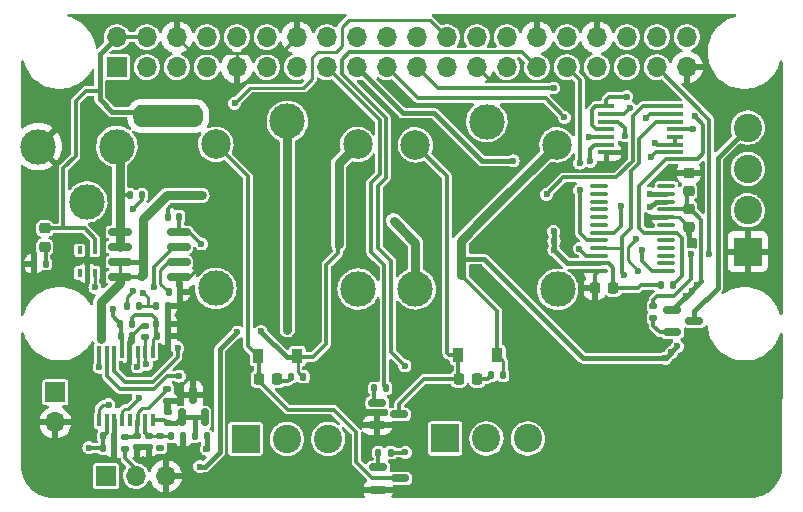
<source format=gbr>
G04 #@! TF.GenerationSoftware,KiCad,Pcbnew,(6.0.0)*
G04 #@! TF.CreationDate,2023-01-15T16:22:46+02:00*
G04 #@! TF.ProjectId,Pi HAT,50692048-4154-42e6-9b69-6361645f7063,0.0*
G04 #@! TF.SameCoordinates,Original*
G04 #@! TF.FileFunction,Copper,L1,Top*
G04 #@! TF.FilePolarity,Positive*
%FSLAX46Y46*%
G04 Gerber Fmt 4.6, Leading zero omitted, Abs format (unit mm)*
G04 Created by KiCad (PCBNEW (6.0.0)) date 2023-01-15 16:22:46*
%MOMM*%
%LPD*%
G01*
G04 APERTURE LIST*
G04 Aperture macros list*
%AMRoundRect*
0 Rectangle with rounded corners*
0 $1 Rounding radius*
0 $2 $3 $4 $5 $6 $7 $8 $9 X,Y pos of 4 corners*
0 Add a 4 corners polygon primitive as box body*
4,1,4,$2,$3,$4,$5,$6,$7,$8,$9,$2,$3,0*
0 Add four circle primitives for the rounded corners*
1,1,$1+$1,$2,$3*
1,1,$1+$1,$4,$5*
1,1,$1+$1,$6,$7*
1,1,$1+$1,$8,$9*
0 Add four rect primitives between the rounded corners*
20,1,$1+$1,$2,$3,$4,$5,0*
20,1,$1+$1,$4,$5,$6,$7,0*
20,1,$1+$1,$6,$7,$8,$9,0*
20,1,$1+$1,$8,$9,$2,$3,0*%
G04 Aperture macros list end*
G04 #@! TA.AperFunction,ComponentPad*
%ADD10C,2.400000*%
G04 #@! TD*
G04 #@! TA.AperFunction,ComponentPad*
%ADD11R,2.400000X2.400000*%
G04 #@! TD*
G04 #@! TA.AperFunction,SMDPad,CuDef*
%ADD12RoundRect,0.218750X-0.218750X-0.256250X0.218750X-0.256250X0.218750X0.256250X-0.218750X0.256250X0*%
G04 #@! TD*
G04 #@! TA.AperFunction,ComponentPad*
%ADD13R,1.700000X1.700000*%
G04 #@! TD*
G04 #@! TA.AperFunction,ComponentPad*
%ADD14O,1.700000X1.700000*%
G04 #@! TD*
G04 #@! TA.AperFunction,SMDPad,CuDef*
%ADD15RoundRect,0.135000X0.135000X0.185000X-0.135000X0.185000X-0.135000X-0.185000X0.135000X-0.185000X0*%
G04 #@! TD*
G04 #@! TA.AperFunction,SMDPad,CuDef*
%ADD16RoundRect,0.135000X-0.135000X-0.185000X0.135000X-0.185000X0.135000X0.185000X-0.135000X0.185000X0*%
G04 #@! TD*
G04 #@! TA.AperFunction,SMDPad,CuDef*
%ADD17RoundRect,0.225000X-0.250000X0.225000X-0.250000X-0.225000X0.250000X-0.225000X0.250000X0.225000X0*%
G04 #@! TD*
G04 #@! TA.AperFunction,SMDPad,CuDef*
%ADD18RoundRect,0.100000X0.637500X0.100000X-0.637500X0.100000X-0.637500X-0.100000X0.637500X-0.100000X0*%
G04 #@! TD*
G04 #@! TA.AperFunction,SMDPad,CuDef*
%ADD19RoundRect,0.135000X0.185000X-0.135000X0.185000X0.135000X-0.185000X0.135000X-0.185000X-0.135000X0*%
G04 #@! TD*
G04 #@! TA.AperFunction,SMDPad,CuDef*
%ADD20R,0.400000X1.000000*%
G04 #@! TD*
G04 #@! TA.AperFunction,ComponentPad*
%ADD21C,3.000000*%
G04 #@! TD*
G04 #@! TA.AperFunction,ComponentPad*
%ADD22C,2.500000*%
G04 #@! TD*
G04 #@! TA.AperFunction,SMDPad,CuDef*
%ADD23RoundRect,0.225000X-0.225000X-0.250000X0.225000X-0.250000X0.225000X0.250000X-0.225000X0.250000X0*%
G04 #@! TD*
G04 #@! TA.AperFunction,SMDPad,CuDef*
%ADD24R,0.900000X1.200000*%
G04 #@! TD*
G04 #@! TA.AperFunction,SMDPad,CuDef*
%ADD25RoundRect,0.140000X-0.170000X0.140000X-0.170000X-0.140000X0.170000X-0.140000X0.170000X0.140000X0*%
G04 #@! TD*
G04 #@! TA.AperFunction,SMDPad,CuDef*
%ADD26RoundRect,0.135000X-0.185000X0.135000X-0.185000X-0.135000X0.185000X-0.135000X0.185000X0.135000X0*%
G04 #@! TD*
G04 #@! TA.AperFunction,SMDPad,CuDef*
%ADD27RoundRect,0.150000X-0.825000X-0.150000X0.825000X-0.150000X0.825000X0.150000X-0.825000X0.150000X0*%
G04 #@! TD*
G04 #@! TA.AperFunction,SMDPad,CuDef*
%ADD28RoundRect,0.150000X-0.587500X-0.150000X0.587500X-0.150000X0.587500X0.150000X-0.587500X0.150000X0*%
G04 #@! TD*
G04 #@! TA.AperFunction,SMDPad,CuDef*
%ADD29RoundRect,0.218750X0.256250X-0.218750X0.256250X0.218750X-0.256250X0.218750X-0.256250X-0.218750X0*%
G04 #@! TD*
G04 #@! TA.AperFunction,SMDPad,CuDef*
%ADD30RoundRect,0.140000X-0.140000X-0.170000X0.140000X-0.170000X0.140000X0.170000X-0.140000X0.170000X0*%
G04 #@! TD*
G04 #@! TA.AperFunction,SMDPad,CuDef*
%ADD31RoundRect,0.150000X0.150000X-0.587500X0.150000X0.587500X-0.150000X0.587500X-0.150000X-0.587500X0*%
G04 #@! TD*
G04 #@! TA.AperFunction,SMDPad,CuDef*
%ADD32RoundRect,0.140000X0.170000X-0.140000X0.170000X0.140000X-0.170000X0.140000X-0.170000X-0.140000X0*%
G04 #@! TD*
G04 #@! TA.AperFunction,SMDPad,CuDef*
%ADD33RoundRect,0.140000X0.140000X0.170000X-0.140000X0.170000X-0.140000X-0.170000X0.140000X-0.170000X0*%
G04 #@! TD*
G04 #@! TA.AperFunction,SMDPad,CuDef*
%ADD34R,1.473200X0.355600*%
G04 #@! TD*
G04 #@! TA.AperFunction,SMDPad,CuDef*
%ADD35R,0.400000X0.650000*%
G04 #@! TD*
G04 #@! TA.AperFunction,SMDPad,CuDef*
%ADD36RoundRect,0.225000X0.250000X-0.225000X0.250000X0.225000X-0.250000X0.225000X-0.250000X-0.225000X0*%
G04 #@! TD*
G04 #@! TA.AperFunction,ViaPad*
%ADD37C,0.600000*%
G04 #@! TD*
G04 #@! TA.AperFunction,ViaPad*
%ADD38C,0.500000*%
G04 #@! TD*
G04 #@! TA.AperFunction,Conductor*
%ADD39C,0.300000*%
G04 #@! TD*
G04 #@! TA.AperFunction,Conductor*
%ADD40C,0.400000*%
G04 #@! TD*
G04 #@! TA.AperFunction,Conductor*
%ADD41C,0.250000*%
G04 #@! TD*
G04 #@! TA.AperFunction,Conductor*
%ADD42C,0.800000*%
G04 #@! TD*
G04 APERTURE END LIST*
D10*
X179324000Y-100950000D03*
X179324000Y-104450000D03*
X179324000Y-107950000D03*
D11*
X179324000Y-111450000D03*
D12*
X154842500Y-122242000D03*
X156417500Y-122242000D03*
D13*
X124985000Y-130460000D03*
D14*
X127525000Y-130460000D03*
X130065000Y-130460000D03*
D15*
X172990000Y-114294000D03*
X171970000Y-114294000D03*
D16*
X130503200Y-127101600D03*
X131523200Y-127101600D03*
D17*
X174340000Y-104792000D03*
X174340000Y-106342000D03*
D18*
X172422500Y-113089000D03*
X172422500Y-112439000D03*
X172422500Y-111789000D03*
X172422500Y-111139000D03*
X172422500Y-110489000D03*
X172422500Y-109839000D03*
X172422500Y-109189000D03*
X172422500Y-108539000D03*
X172422500Y-107889000D03*
X172422500Y-107239000D03*
X172422500Y-106589000D03*
X172422500Y-105939000D03*
X166697500Y-105939000D03*
X166697500Y-106589000D03*
X166697500Y-107239000D03*
X166697500Y-107889000D03*
X166697500Y-108539000D03*
X166697500Y-109189000D03*
X166697500Y-109839000D03*
X166697500Y-110489000D03*
X166697500Y-111139000D03*
X166697500Y-111789000D03*
X166697500Y-112439000D03*
X166697500Y-113089000D03*
D19*
X171323000Y-117096000D03*
X171323000Y-116076000D03*
D20*
X124404800Y-125736400D03*
X125054800Y-125736400D03*
X125704800Y-125736400D03*
X126354800Y-125736400D03*
X127004800Y-125736400D03*
X127654800Y-125736400D03*
X128304800Y-125736400D03*
X128954800Y-125736400D03*
X128954800Y-119936400D03*
X128304800Y-119936400D03*
X127654800Y-119936400D03*
X127004800Y-119936400D03*
X126354800Y-119936400D03*
X125704800Y-119936400D03*
X125054800Y-119936400D03*
X124404800Y-119936400D03*
D21*
X140332000Y-100424605D03*
D22*
X134282000Y-102374605D03*
D21*
X134282000Y-114574605D03*
X146332000Y-114624605D03*
D22*
X146282000Y-102374605D03*
D23*
X166385000Y-114554000D03*
X167935000Y-114554000D03*
D15*
X119880000Y-112480000D03*
X118860000Y-112480000D03*
D24*
X158110000Y-120210000D03*
X154810000Y-120210000D03*
X141189000Y-120308000D03*
X137889000Y-120308000D03*
D25*
X127635000Y-127078800D03*
X127635000Y-128038800D03*
D26*
X130175000Y-123061000D03*
X130175000Y-124081000D03*
D16*
X126185200Y-117551200D03*
X127205200Y-117551200D03*
D27*
X126176000Y-109804200D03*
X126176000Y-111074200D03*
X126176000Y-112344200D03*
X126176000Y-113614200D03*
X131126000Y-113614200D03*
X131126000Y-112344200D03*
X131126000Y-111074200D03*
X131126000Y-109804200D03*
D28*
X148035800Y-129707600D03*
X148035800Y-131607600D03*
X149910800Y-130657600D03*
D16*
X127010000Y-106650000D03*
X128030000Y-106650000D03*
D19*
X129590800Y-128068800D03*
X129590800Y-127048800D03*
D29*
X119800000Y-111067500D03*
X119800000Y-109492500D03*
D21*
X157232000Y-100457000D03*
D22*
X151182000Y-102407000D03*
D21*
X151182000Y-114607000D03*
X163232000Y-114657000D03*
D22*
X163182000Y-102407000D03*
D13*
X120700000Y-123375000D03*
D14*
X120700000Y-125915000D03*
D30*
X129285400Y-118609800D03*
X130245400Y-118609800D03*
X130320000Y-114900000D03*
X131280000Y-114900000D03*
X126215200Y-118618000D03*
X127175200Y-118618000D03*
D16*
X147700000Y-123037600D03*
X148720000Y-123037600D03*
D25*
X128607900Y-127078800D03*
X128607900Y-128038800D03*
D11*
X153700000Y-127275000D03*
D10*
X157200000Y-127275000D03*
X160700000Y-127275000D03*
D15*
X133504400Y-127101600D03*
X132484400Y-127101600D03*
D16*
X126790000Y-116100000D03*
X127810000Y-116100000D03*
D11*
X136800000Y-127315000D03*
D10*
X140300000Y-127315000D03*
X143800000Y-127315000D03*
D31*
X131434800Y-125499100D03*
X133334800Y-125499100D03*
X132384800Y-123624100D03*
D16*
X129190000Y-116100000D03*
X130210000Y-116100000D03*
D32*
X128270000Y-118717000D03*
X128270000Y-117757000D03*
D16*
X140680000Y-122040000D03*
X141700000Y-122040000D03*
X129230000Y-117620000D03*
X130250000Y-117620000D03*
D12*
X137908500Y-122262000D03*
X139483500Y-122262000D03*
D33*
X131180000Y-108508800D03*
X130220000Y-108508800D03*
D30*
X124742000Y-127101600D03*
X125702000Y-127101600D03*
D28*
X147936200Y-124272000D03*
X147936200Y-126172000D03*
X149811200Y-125222000D03*
D21*
X125911000Y-102558000D03*
X119261000Y-102558000D03*
X123361000Y-107258000D03*
D28*
X172925500Y-116398000D03*
X172925500Y-118298000D03*
X174800500Y-117348000D03*
D34*
X167358000Y-99144200D03*
X167358000Y-99804600D03*
X167358000Y-100439600D03*
X167358000Y-101100000D03*
X167358000Y-101760400D03*
X167358000Y-102395400D03*
X167358000Y-103055800D03*
X173200000Y-103055800D03*
X173200000Y-102395400D03*
X173200000Y-101760400D03*
X173200000Y-101100000D03*
X173200000Y-100439600D03*
X173200000Y-99804600D03*
X173200000Y-99144200D03*
D35*
X122750000Y-113250000D03*
X123400000Y-113250000D03*
X124050000Y-113250000D03*
X124050000Y-111350000D03*
X122750000Y-111350000D03*
D36*
X174340000Y-109390000D03*
X174340000Y-107840000D03*
D16*
X157601000Y-121942000D03*
X158621000Y-121942000D03*
D19*
X126619000Y-128145000D03*
X126619000Y-127125000D03*
D16*
X148056900Y-128473200D03*
X149076900Y-128473200D03*
D30*
X124740000Y-128080000D03*
X125700000Y-128080000D03*
D32*
X130200400Y-126006800D03*
X130200400Y-125046800D03*
D13*
X125902000Y-95838000D03*
D14*
X125902000Y-93298000D03*
X128442000Y-95838000D03*
X128442000Y-93298000D03*
X130982000Y-95838000D03*
X130982000Y-93298000D03*
X133522000Y-95838000D03*
X133522000Y-93298000D03*
X136062000Y-95838000D03*
X136062000Y-93298000D03*
X138602000Y-95838000D03*
X138602000Y-93298000D03*
X141142000Y-95838000D03*
X141142000Y-93298000D03*
X143682000Y-95838000D03*
X143682000Y-93298000D03*
X146222000Y-95838000D03*
X146222000Y-93298000D03*
X148762000Y-95838000D03*
X148762000Y-93298000D03*
X151302000Y-95838000D03*
X151302000Y-93298000D03*
X153842000Y-95838000D03*
X153842000Y-93298000D03*
X156382000Y-95838000D03*
X156382000Y-93298000D03*
X158922000Y-95838000D03*
X158922000Y-93298000D03*
X161462000Y-95838000D03*
X161462000Y-93298000D03*
X164002000Y-95838000D03*
X164002000Y-93298000D03*
X166542000Y-95838000D03*
X166542000Y-93298000D03*
X169082000Y-95838000D03*
X169082000Y-93298000D03*
X171622000Y-95838000D03*
X171622000Y-93298000D03*
X174162000Y-95838000D03*
X174162000Y-93298000D03*
D37*
X162290000Y-106600000D03*
X162910000Y-111330000D03*
X159450000Y-103770000D03*
X162920000Y-110550000D03*
X125580000Y-116290000D03*
X162900000Y-109740000D03*
X132930000Y-129670000D03*
X174560000Y-114770000D03*
X155070000Y-113470000D03*
X133050000Y-110800000D03*
X138100000Y-118200000D03*
X175046750Y-114276750D03*
X136100000Y-118250000D03*
X174071750Y-115251750D03*
X172860000Y-119990000D03*
X144660000Y-110860000D03*
X123550000Y-128060000D03*
X132500000Y-100290000D03*
X131530000Y-100280000D03*
X172340000Y-120480000D03*
X173370000Y-119480000D03*
X132500000Y-99400000D03*
X136890000Y-130440000D03*
X119480000Y-113670000D03*
X124360000Y-104240000D03*
X124360000Y-100920000D03*
X164180000Y-117580000D03*
X119750000Y-99850000D03*
X135390000Y-131190000D03*
X125700000Y-128970000D03*
X165500000Y-128330000D03*
X166950000Y-104300000D03*
X164500000Y-125330000D03*
X137640000Y-130440000D03*
X137640000Y-131190000D03*
X120240000Y-130130000D03*
X121740000Y-129380000D03*
X119650000Y-105250000D03*
X165500000Y-127330000D03*
X126600000Y-121150000D03*
X174580000Y-110720000D03*
X136890000Y-131190000D03*
X120990000Y-129380000D03*
X136030000Y-116300000D03*
X120990000Y-130130000D03*
X118600000Y-105250000D03*
X118500000Y-99850000D03*
X120240000Y-129380000D03*
X164500000Y-128330000D03*
X165120000Y-118650000D03*
X123400000Y-112300000D03*
X164500000Y-124330000D03*
X138390000Y-130440000D03*
X136030000Y-117050000D03*
X135390000Y-130440000D03*
X164500000Y-127330000D03*
X130000000Y-120150000D03*
X138390000Y-131190000D03*
X165500000Y-126330000D03*
X165500000Y-124330000D03*
X164500000Y-126330000D03*
X165500000Y-125330000D03*
X175310000Y-104810000D03*
X118730000Y-113670000D03*
X136140000Y-130440000D03*
X136140000Y-131190000D03*
X119480000Y-114420000D03*
D38*
X170830000Y-108980000D03*
D37*
X118730000Y-114420000D03*
X164650000Y-118115000D03*
X124200000Y-92000000D03*
X121740000Y-130130000D03*
X150290000Y-121130000D03*
X150330000Y-128460000D03*
X165090000Y-103950000D03*
X165100000Y-106260000D03*
X174550000Y-111670000D03*
X176070011Y-111650000D03*
X170370000Y-111360000D03*
X168890000Y-101630000D03*
X171083000Y-107696000D03*
X171083000Y-106553000D03*
X149340000Y-108860000D03*
X140332000Y-115748000D03*
X140332000Y-116938000D03*
X140332000Y-118068000D03*
X133480000Y-128180000D03*
X127270000Y-114810000D03*
X127260000Y-107820000D03*
X127750000Y-123850000D03*
X129010000Y-114490000D03*
X127643089Y-121255995D03*
X124050000Y-114480000D03*
X128140000Y-114980000D03*
X128400500Y-121000000D03*
X165870000Y-101760000D03*
X163800000Y-100090000D03*
X131050000Y-119600000D03*
X131200000Y-122000000D03*
X174669266Y-101097553D03*
X162900000Y-97590500D03*
X169330000Y-99280000D03*
X124405300Y-121230000D03*
X135880000Y-98890000D03*
X125200000Y-124400000D03*
X171450000Y-102235000D03*
X169080000Y-98340000D03*
X170700000Y-100150000D03*
X165070000Y-111210000D03*
X165990000Y-103800000D03*
X170040000Y-113090000D03*
X168559500Y-107570000D03*
X169900000Y-110380000D03*
X171150000Y-103460000D03*
X168850000Y-113450000D03*
X174820000Y-100000000D03*
X124560000Y-118830000D03*
X133100000Y-106700000D03*
X124560000Y-117770000D03*
X124560000Y-116860000D03*
X132000000Y-106700000D03*
D39*
X169590000Y-100002162D02*
X170447962Y-99144200D01*
D40*
X162910000Y-111330000D02*
X162910000Y-110560000D01*
X156790000Y-103770000D02*
X159450000Y-103770000D01*
D39*
X167935000Y-114554000D02*
X169996000Y-114554000D01*
D40*
X150094000Y-99710000D02*
X152730000Y-99710000D01*
D39*
X162290000Y-106600000D02*
X163720000Y-105170000D01*
D40*
X162910000Y-110560000D02*
X162910000Y-109750000D01*
X152730000Y-99710000D02*
X156790000Y-103770000D01*
D39*
X126215200Y-117581200D02*
X126185200Y-117551200D01*
D41*
X162910000Y-110560000D02*
X162920000Y-110550000D01*
D40*
X146222000Y-95838000D02*
X150094000Y-99710000D01*
D39*
X126215200Y-118618000D02*
X126215200Y-117581200D01*
X167557000Y-112439000D02*
X166697500Y-112439000D01*
X163720000Y-105170000D02*
X168190000Y-105170000D01*
X126354800Y-118757600D02*
X126215200Y-118618000D01*
X167935000Y-114554000D02*
X167935000Y-112817000D01*
X170447962Y-99144200D02*
X173200000Y-99144200D01*
D40*
X162910000Y-111330000D02*
X164030000Y-112450000D01*
D39*
X125580000Y-116946000D02*
X126185200Y-117551200D01*
X168190000Y-105170000D02*
X169590000Y-103770000D01*
X169590000Y-103770000D02*
X169590000Y-100002162D01*
X126354800Y-119936400D02*
X126354800Y-118757600D01*
X167935000Y-112817000D02*
X167557000Y-112439000D01*
X162910000Y-109750000D02*
X162900000Y-109740000D01*
X169996000Y-114554000D02*
X170256000Y-114294000D01*
X125580000Y-116290000D02*
X125580000Y-116946000D01*
X170256000Y-114294000D02*
X171970000Y-114294000D01*
D40*
X164030000Y-112450000D02*
X166686500Y-112450000D01*
D39*
X144660000Y-111540000D02*
X143650000Y-112550000D01*
D42*
X144680000Y-110840000D02*
X144680000Y-103976605D01*
D40*
X136100000Y-118250000D02*
X134610000Y-119740000D01*
D39*
X158114000Y-116514000D02*
X155070000Y-113470000D01*
D42*
X157024500Y-108564500D02*
X163182000Y-102407000D01*
D40*
X138100000Y-118200000D02*
X138100000Y-118220000D01*
D39*
X131180000Y-108508800D02*
X131180000Y-109750200D01*
D40*
X156980000Y-112070000D02*
X155070000Y-112070000D01*
D39*
X123260000Y-97840000D02*
X124410000Y-97840000D01*
D40*
X140276000Y-120396000D02*
X141223000Y-120396000D01*
X125902000Y-93298000D02*
X124450000Y-94750000D01*
D42*
X144680000Y-103976605D02*
X146282000Y-102374605D01*
D40*
X173370000Y-119480000D02*
X172370000Y-120480000D01*
X172370000Y-120480000D02*
X165390000Y-120480000D01*
D42*
X155070000Y-113470000D02*
X155070000Y-112070000D01*
D39*
X143650000Y-119250000D02*
X142504000Y-120396000D01*
X122420000Y-103330000D02*
X122420000Y-98680000D01*
X121292500Y-109492500D02*
X121370000Y-109415000D01*
X144660000Y-110860000D02*
X144660000Y-111540000D01*
D40*
X133370000Y-129670000D02*
X132930000Y-129670000D01*
D41*
X141223000Y-120396000D02*
X141223000Y-121617000D01*
D39*
X131180000Y-109750200D02*
X131126000Y-109804200D01*
D41*
X141223000Y-121617000D02*
X141734000Y-122128000D01*
D40*
X124450000Y-94750000D02*
X124450000Y-98570000D01*
D42*
X155070000Y-110519000D02*
X157024500Y-108564500D01*
D39*
X121370000Y-104380000D02*
X122420000Y-103330000D01*
X174500000Y-107850000D02*
X175390000Y-108740000D01*
X123570000Y-128080000D02*
X124740000Y-128080000D01*
X158114000Y-120396000D02*
X158114000Y-116514000D01*
X123550000Y-128060000D02*
X123570000Y-128080000D01*
X174191000Y-106342000D02*
X174191000Y-107840000D01*
X175390000Y-108740000D02*
X175390000Y-113933500D01*
X121370000Y-109415000D02*
X121370000Y-104380000D01*
X122420000Y-98680000D02*
X123260000Y-97840000D01*
X123192500Y-109492500D02*
X124050000Y-110350000D01*
X142504000Y-120396000D02*
X141223000Y-120396000D01*
X124050000Y-110350000D02*
X124050000Y-111350000D01*
X133050000Y-110800000D02*
X132054200Y-109804200D01*
D41*
X158621000Y-121942000D02*
X158621000Y-120721000D01*
D39*
X173972251Y-115351249D02*
X174071750Y-115251750D01*
X132054200Y-109804200D02*
X131126000Y-109804200D01*
D40*
X134610000Y-128430000D02*
X133370000Y-129670000D01*
D39*
X121292500Y-109492500D02*
X123192500Y-109492500D01*
X124742000Y-127101600D02*
X125054800Y-126788800D01*
D40*
X174071750Y-115251750D02*
X172925500Y-116398000D01*
D42*
X155070000Y-112070000D02*
X155070000Y-110519000D01*
D40*
X138100000Y-118220000D02*
X140276000Y-120396000D01*
D39*
X143650000Y-112550000D02*
X143650000Y-119250000D01*
D40*
X134610000Y-119740000D02*
X134610000Y-128430000D01*
X175046750Y-114276750D02*
X173972251Y-115351249D01*
X124450000Y-98570000D02*
X125500000Y-99620000D01*
X125500000Y-99620000D02*
X128510000Y-99620000D01*
D41*
X158621000Y-120721000D02*
X158110000Y-120210000D01*
D39*
X124742000Y-128016000D02*
X124742000Y-127101600D01*
D40*
X165390000Y-120480000D02*
X156980000Y-112070000D01*
D39*
X119800000Y-109492500D02*
X121292500Y-109492500D01*
D40*
X175390000Y-113933500D02*
X175046750Y-114276750D01*
D39*
X125054800Y-126788800D02*
X125054800Y-125736400D01*
X174280000Y-107850000D02*
X174500000Y-107850000D01*
X128442000Y-93298000D02*
X125902000Y-93298000D01*
X174092000Y-107889000D02*
X174131000Y-107850000D01*
X172422500Y-107889000D02*
X174092000Y-107889000D01*
X174340000Y-104792000D02*
X175292000Y-104792000D01*
X128270000Y-117757000D02*
X128036200Y-117757000D01*
X130245400Y-119904600D02*
X130245400Y-118609800D01*
X130220000Y-107830000D02*
X130450000Y-107600000D01*
X166385000Y-113401500D02*
X166697500Y-113089000D01*
X166950000Y-104300000D02*
X167050000Y-104300000D01*
D41*
X174560000Y-109610000D02*
X173489000Y-108539000D01*
D39*
X134250000Y-108700000D02*
X134250000Y-111490000D01*
D41*
X139840000Y-94600000D02*
X141142000Y-93298000D01*
D39*
X166385000Y-114554000D02*
X166385000Y-113401500D01*
D41*
X156382000Y-95838000D02*
X157464000Y-96920000D01*
X130982000Y-93298000D02*
X132284000Y-94600000D01*
X132284000Y-94600000D02*
X136050000Y-94600000D01*
D39*
X134250000Y-111490000D02*
X132125800Y-113614200D01*
X127004800Y-119936400D02*
X127004800Y-120745200D01*
X127004800Y-119936400D02*
X127004800Y-118788400D01*
D41*
X173489000Y-108539000D02*
X172422500Y-108539000D01*
X136062000Y-94612000D02*
X136050000Y-94600000D01*
D39*
X127004800Y-120745200D02*
X126600000Y-121150000D01*
D41*
X136050000Y-94600000D02*
X139840000Y-94600000D01*
D39*
X130220000Y-108508800D02*
X130220000Y-107830000D01*
X125702000Y-125739200D02*
X125704800Y-125736400D01*
X175292000Y-104792000D02*
X175310000Y-104810000D01*
X128036200Y-117757000D02*
X127175200Y-118618000D01*
X126820000Y-121920000D02*
X126600000Y-121700000D01*
X128730000Y-121920000D02*
X126820000Y-121920000D01*
X125700000Y-128970000D02*
X125700000Y-128080000D01*
X130450000Y-107600000D02*
X133150000Y-107600000D01*
D41*
X157464000Y-96920000D02*
X157860000Y-96920000D01*
D39*
X126600000Y-121700000D02*
X126600000Y-121150000D01*
X167050000Y-104300000D02*
X167358000Y-103992000D01*
D41*
X170830000Y-108980000D02*
X171271000Y-108539000D01*
D39*
X130000000Y-120150000D02*
X130000000Y-120650000D01*
X133150000Y-107600000D02*
X134250000Y-108700000D01*
D41*
X130250000Y-116140000D02*
X130210000Y-116100000D01*
D39*
X167358000Y-103992000D02*
X167358000Y-103055800D01*
X125702000Y-127101600D02*
X125702000Y-125739200D01*
X130000000Y-120650000D02*
X128730000Y-121920000D01*
D41*
X171271000Y-108539000D02*
X172422500Y-108539000D01*
X131280000Y-113768200D02*
X131126000Y-113614200D01*
D39*
X130000000Y-120150000D02*
X130245400Y-119904600D01*
D41*
X136062000Y-95838000D02*
X136062000Y-94612000D01*
D39*
X132125800Y-113614200D02*
X131126000Y-113614200D01*
X123400000Y-113250000D02*
X123400000Y-112300000D01*
X130151600Y-117678200D02*
X130151600Y-118613400D01*
X148679520Y-100129093D02*
X144960000Y-96409572D01*
X148020000Y-105870000D02*
X148679520Y-105210480D01*
X149150000Y-112270000D02*
X148020000Y-111140000D01*
X148679520Y-105210480D02*
X148679520Y-100129093D01*
X144960000Y-95210000D02*
X145590000Y-94580000D01*
X149150000Y-119990000D02*
X149150000Y-112270000D01*
X160204000Y-94580000D02*
X161462000Y-95838000D01*
X145590000Y-94580000D02*
X160204000Y-94580000D01*
X144960000Y-96409572D02*
X144960000Y-95210000D01*
X148020000Y-111140000D02*
X148020000Y-105870000D01*
X150316800Y-128473200D02*
X149076900Y-128473200D01*
X150330000Y-128460000D02*
X150316800Y-128473200D01*
X150290000Y-121130000D02*
X149150000Y-119990000D01*
X165734000Y-110489000D02*
X165100000Y-109855000D01*
X165100000Y-103940000D02*
X165100000Y-96936000D01*
X165100000Y-109855000D02*
X165100000Y-106260000D01*
X165100000Y-96936000D02*
X164002000Y-95838000D01*
X165090000Y-103950000D02*
X165100000Y-103940000D01*
X166697500Y-110489000D02*
X165734000Y-110489000D01*
X171323000Y-115557000D02*
X171670000Y-115210000D01*
X176070011Y-111650000D02*
X176070000Y-111649989D01*
X171670000Y-115210000D02*
X173079214Y-115210000D01*
X174550000Y-113739214D02*
X174550000Y-111670000D01*
X173079214Y-115210000D02*
X174550000Y-113739214D01*
X176070000Y-100286000D02*
X171622000Y-95838000D01*
X171323000Y-116076000D02*
X171323000Y-115557000D01*
X176070000Y-111649989D02*
X176070000Y-100286000D01*
D40*
X131434800Y-125499100D02*
X130927100Y-126006800D01*
X132484100Y-125499100D02*
X131434800Y-125499100D01*
X130927100Y-126006800D02*
X130200400Y-126006800D01*
D39*
X129930000Y-125736400D02*
X130200400Y-126006800D01*
D40*
X132484400Y-125499400D02*
X132484100Y-125499100D01*
X133334800Y-125499100D02*
X132484100Y-125499100D01*
X132484400Y-127101600D02*
X132484400Y-125499400D01*
D39*
X128954800Y-125736400D02*
X129930000Y-125736400D01*
D41*
X127635000Y-125756200D02*
X127654800Y-125736400D01*
D39*
X127635000Y-127078800D02*
X127635000Y-125756200D01*
D41*
X127654800Y-125736400D02*
X127654800Y-125037378D01*
X127654800Y-125037378D02*
X127992178Y-124700000D01*
X128550000Y-124700000D02*
X130175000Y-123075000D01*
X130175000Y-123075000D02*
X130175000Y-123061000D01*
D39*
X127588800Y-127125000D02*
X127635000Y-127078800D01*
X126619000Y-127125000D02*
X127588800Y-127125000D01*
D41*
X127992178Y-124700000D02*
X128550000Y-124700000D01*
D39*
X128607900Y-127078800D02*
X128304800Y-126775700D01*
D41*
X129590800Y-127048800D02*
X128637900Y-127048800D01*
X128637900Y-127048800D02*
X128607900Y-127078800D01*
X130503200Y-127101600D02*
X129643600Y-127101600D01*
X129643600Y-127101600D02*
X129590800Y-127048800D01*
D39*
X128304800Y-126775700D02*
X128304800Y-125736400D01*
X129187000Y-117137000D02*
X128900000Y-116850000D01*
X129187000Y-118618000D02*
X129187000Y-117137000D01*
D41*
X128954800Y-118850200D02*
X129187000Y-118618000D01*
D39*
X128900000Y-116850000D02*
X127450000Y-116850000D01*
X127450000Y-116850000D02*
X127205200Y-117094800D01*
D41*
X128954800Y-119936400D02*
X128954800Y-118850200D01*
D39*
X127205200Y-117094800D02*
X127205200Y-117551200D01*
D41*
X129600000Y-114180000D02*
X129600000Y-113000000D01*
X129600000Y-113000000D02*
X130255800Y-112344200D01*
X130320000Y-114900000D02*
X129600000Y-114180000D01*
X130255800Y-112344200D02*
X131126000Y-112344200D01*
D39*
X154060000Y-120210000D02*
X153860000Y-120010000D01*
X149811200Y-125222000D02*
X149811200Y-124338800D01*
X153860000Y-120010000D02*
X153860000Y-105085000D01*
X154810000Y-120210000D02*
X154060000Y-120210000D01*
X154810000Y-120210000D02*
X154810000Y-122209500D01*
X151908000Y-122242000D02*
X154842500Y-122242000D01*
X153860000Y-105085000D02*
X151182000Y-102407000D01*
X149811200Y-124338800D02*
X151908000Y-122242000D01*
X140368500Y-124841000D02*
X144272000Y-124841000D01*
X137000000Y-105092605D02*
X137000000Y-119473000D01*
X137955500Y-122428000D02*
X140368500Y-124841000D01*
X147541193Y-130657600D02*
X149910800Y-130657600D01*
X146177000Y-126746000D02*
X146177000Y-129293407D01*
X137000000Y-119473000D02*
X137923000Y-120396000D01*
X137955500Y-120428500D02*
X137923000Y-120396000D01*
X134282000Y-102374605D02*
X137000000Y-105092605D01*
X146177000Y-129293407D02*
X147541193Y-130657600D01*
X144272000Y-124841000D02*
X146177000Y-126746000D01*
X137955500Y-122428000D02*
X137955500Y-120428500D01*
X170370000Y-111360000D02*
X170370000Y-112210000D01*
X168890000Y-101630000D02*
X168890000Y-101017600D01*
X170370000Y-112210000D02*
X171249000Y-113089000D01*
X168890000Y-101017600D02*
X168312000Y-100439600D01*
X171249000Y-113089000D02*
X172422500Y-113089000D01*
X168312000Y-100439600D02*
X167358000Y-100439600D01*
D40*
X172422500Y-107239000D02*
X171540000Y-107239000D01*
X171540000Y-107239000D02*
X171083000Y-107696000D01*
X171119000Y-106589000D02*
X171083000Y-106553000D01*
X172422500Y-106589000D02*
X171119000Y-106589000D01*
X174800500Y-116499500D02*
X176769511Y-114530489D01*
X176769511Y-103504489D02*
X179324000Y-100950000D01*
X176769511Y-114530489D02*
X176769511Y-103504489D01*
X174800500Y-117348000D02*
X174800500Y-116499500D01*
D42*
X126150000Y-103480000D02*
X126150000Y-106370000D01*
X126150000Y-108110000D02*
X126150000Y-111048200D01*
D39*
X126430000Y-106650000D02*
X126150000Y-106370000D01*
D42*
X126150000Y-106370000D02*
X126150000Y-108110000D01*
D39*
X127010000Y-106650000D02*
X126430000Y-106650000D01*
D42*
X151182000Y-110702000D02*
X151182000Y-114607000D01*
X149340000Y-108860000D02*
X151182000Y-110702000D01*
X140332000Y-100424605D02*
X140332000Y-115748000D01*
X140332000Y-115748000D02*
X140332000Y-116938000D01*
X140332000Y-116938000D02*
X140332000Y-118068000D01*
D39*
X126619000Y-128145000D02*
X126619000Y-128969000D01*
X126619000Y-128969000D02*
X127525000Y-129875000D01*
X127525000Y-129875000D02*
X127525000Y-130460000D01*
D40*
X133480000Y-128180000D02*
X133504400Y-128155600D01*
X133504400Y-128155600D02*
X133504400Y-127101600D01*
D39*
X128030000Y-107050000D02*
X127260000Y-107820000D01*
D41*
X127270000Y-114810000D02*
X126790000Y-115290000D01*
X126790000Y-115290000D02*
X126790000Y-116100000D01*
D39*
X128030000Y-106650000D02*
X128030000Y-107050000D01*
X172925500Y-118298000D02*
X171898000Y-118298000D01*
X171898000Y-118298000D02*
X171323000Y-117723000D01*
X171323000Y-117723000D02*
X171323000Y-117096000D01*
X147700000Y-124035800D02*
X147936200Y-124272000D01*
X147700000Y-123037600D02*
X147700000Y-124035800D01*
X148035800Y-128494300D02*
X148056900Y-128473200D01*
X148035800Y-129707600D02*
X148035800Y-128494300D01*
D41*
X127750000Y-123850000D02*
X127750000Y-123890000D01*
D39*
X130714573Y-111074200D02*
X131126000Y-111074200D01*
D41*
X127750000Y-123890000D02*
X126865489Y-124774511D01*
D39*
X129010000Y-114490000D02*
X129010000Y-112778773D01*
D41*
X126566689Y-124774511D02*
X126354800Y-124986400D01*
D39*
X129010000Y-112778773D02*
X130714573Y-111074200D01*
D41*
X126865489Y-124774511D02*
X126566689Y-124774511D01*
X126354800Y-124986400D02*
X126354800Y-125736400D01*
X127643089Y-121255995D02*
X127643089Y-121168583D01*
X124050000Y-114480000D02*
X124050000Y-113250000D01*
X127654800Y-121156872D02*
X127654800Y-119936400D01*
X127643089Y-121168583D02*
X127654800Y-121156872D01*
X128500000Y-115340000D02*
X128500000Y-116100000D01*
X128500000Y-116100000D02*
X129190000Y-116100000D01*
X128140000Y-114980000D02*
X128500000Y-115340000D01*
X128304800Y-119936400D02*
X128304800Y-118751800D01*
X128304800Y-120904300D02*
X128304800Y-119936400D01*
X128010000Y-116100000D02*
X128500000Y-116100000D01*
X128400500Y-121000000D02*
X128304800Y-120904300D01*
X128304800Y-118751800D02*
X128270000Y-118717000D01*
D39*
X148180000Y-100336000D02*
X143682000Y-95838000D01*
X148550000Y-122867600D02*
X148550000Y-112580000D01*
X147430000Y-111460000D02*
X147430000Y-105620000D01*
X147430000Y-105620000D02*
X148180000Y-104870000D01*
X148720000Y-123037600D02*
X148550000Y-122867600D01*
X148180000Y-104870000D02*
X148180000Y-100336000D01*
X148550000Y-112580000D02*
X147430000Y-111460000D01*
X163800000Y-100090000D02*
X162200000Y-98490000D01*
X165870000Y-101760000D02*
X165870400Y-101760400D01*
X131050000Y-119600000D02*
X131050000Y-120400000D01*
X165870400Y-101760400D02*
X167358000Y-101760400D01*
X151414000Y-98490000D02*
X148762000Y-95838000D01*
X131050000Y-120400000D02*
X128950000Y-122500000D01*
X128950000Y-122500000D02*
X126600000Y-122500000D01*
X125704800Y-121604800D02*
X125704800Y-119936400D01*
X162200000Y-98490000D02*
X151414000Y-98490000D01*
X126600000Y-122500000D02*
X125704800Y-121604800D01*
X125054800Y-121961228D02*
X125054800Y-119936400D01*
X131200000Y-122000000D02*
X130156428Y-122000000D01*
X153054500Y-97590500D02*
X151302000Y-95838000D01*
X126193572Y-123100000D02*
X125054800Y-121961228D01*
X174666819Y-101100000D02*
X174669266Y-101097553D01*
X162900000Y-97590500D02*
X153054500Y-97590500D01*
X130156428Y-122000000D02*
X129056428Y-123100000D01*
X173200000Y-101100000D02*
X174666819Y-101100000D01*
X129056428Y-123100000D02*
X126193572Y-123100000D01*
X124405300Y-121230000D02*
X124404800Y-121229500D01*
X168805400Y-99804600D02*
X167358000Y-99804600D01*
X169330000Y-99280000D02*
X168805400Y-99804600D01*
X124404800Y-121229500D02*
X124404800Y-119936400D01*
D41*
X144960000Y-92440000D02*
X145550000Y-91850000D01*
X141700000Y-97600000D02*
X142440000Y-96860000D01*
X144420000Y-94550000D02*
X144960000Y-94010000D01*
X144960000Y-94010000D02*
X144960000Y-92440000D01*
X142440000Y-95010000D02*
X142900000Y-94550000D01*
X124404800Y-124745200D02*
X124404800Y-125736400D01*
X142440000Y-96860000D02*
X142440000Y-95010000D01*
X152394000Y-91850000D02*
X153842000Y-93298000D01*
X142900000Y-94550000D02*
X144420000Y-94550000D01*
X145550000Y-91850000D02*
X152394000Y-91850000D01*
X124750000Y-124400000D02*
X124404800Y-124745200D01*
X135880000Y-98890000D02*
X137170000Y-97600000D01*
X137170000Y-97600000D02*
X141700000Y-97600000D01*
X125200000Y-124400000D02*
X124750000Y-124400000D01*
D39*
X173200000Y-101760400D02*
X173200000Y-102395400D01*
X167358000Y-101100000D02*
X166450706Y-101100000D01*
X167610000Y-98340000D02*
X167358000Y-98592000D01*
X171610400Y-102395400D02*
X171450000Y-102235000D01*
X166116000Y-100765294D02*
X166116000Y-99432200D01*
X166404000Y-99144200D02*
X167358000Y-99144200D01*
X166450706Y-101100000D02*
X166116000Y-100765294D01*
X169080000Y-98340000D02*
X167610000Y-98340000D01*
X170700000Y-100150000D02*
X171045400Y-99804600D01*
X167358000Y-98592000D02*
X167358000Y-99144200D01*
X166116000Y-99432200D02*
X166404000Y-99144200D01*
X171045400Y-99804600D02*
X173200000Y-99804600D01*
X173200000Y-102395400D02*
X171610400Y-102395400D01*
X165070000Y-111210000D02*
X165649000Y-111789000D01*
X165649000Y-111789000D02*
X166697500Y-111789000D01*
X166404000Y-102395400D02*
X167358000Y-102395400D01*
X165990000Y-102809400D02*
X166404000Y-102395400D01*
X165990000Y-103800000D02*
X165990000Y-102809400D01*
X168559500Y-109293790D02*
X167998290Y-109855000D01*
X168559500Y-107570000D02*
X168559500Y-109293790D01*
D41*
X169900000Y-110380000D02*
X169866807Y-110380000D01*
X169866807Y-110380000D02*
X169150000Y-111096807D01*
D39*
X167998290Y-109855000D02*
X166713500Y-109855000D01*
X171554200Y-103055800D02*
X173200000Y-103055800D01*
X171150000Y-103460000D02*
X171554200Y-103055800D01*
D41*
X169150000Y-112200000D02*
X170040000Y-113090000D01*
D39*
X166713500Y-109855000D02*
X166697500Y-109839000D01*
D41*
X169150000Y-111096807D02*
X169150000Y-112200000D01*
X168591000Y-111139000D02*
X166697500Y-111139000D01*
X168600000Y-111130000D02*
X168591000Y-111139000D01*
D39*
X173200000Y-100439600D02*
X171560400Y-100439600D01*
X168650000Y-113250000D02*
X168850000Y-113450000D01*
X170089520Y-101910480D02*
X170089520Y-103976908D01*
X168650000Y-110250000D02*
X168650000Y-113250000D01*
X169450000Y-109450000D02*
X168650000Y-110250000D01*
X171560400Y-100439600D02*
X170089520Y-101910480D01*
X170089520Y-103976908D02*
X169450000Y-104616428D01*
X169450000Y-104616428D02*
X169450000Y-109450000D01*
X170150000Y-109420000D02*
X170569000Y-109839000D01*
X172420000Y-103640000D02*
X170150000Y-105910000D01*
X170569000Y-109839000D02*
X172422500Y-109839000D01*
X172990000Y-114294000D02*
X173750000Y-113534000D01*
X175570480Y-103139520D02*
X175070000Y-103640000D01*
X173750000Y-113534000D02*
X173750000Y-110270000D01*
X174820000Y-100000000D02*
X175570480Y-100750480D01*
X175570480Y-100750480D02*
X175570480Y-103139520D01*
X173750000Y-110270000D02*
X173319000Y-109839000D01*
X175070000Y-103640000D02*
X172420000Y-103640000D01*
X173319000Y-109839000D02*
X172422500Y-109839000D01*
X170150000Y-105910000D02*
X170150000Y-109420000D01*
X157301000Y-122242000D02*
X157601000Y-121942000D01*
X156417500Y-122242000D02*
X157301000Y-122242000D01*
D41*
X126176000Y-113614200D02*
X126176000Y-112344200D01*
D42*
X132000000Y-106700000D02*
X130150000Y-106700000D01*
D39*
X127905800Y-113614200D02*
X127960000Y-113560000D01*
D42*
X130150000Y-106700000D02*
X128120000Y-108730000D01*
X128120000Y-113400000D02*
X127960000Y-113560000D01*
D40*
X126176000Y-112344200D02*
X128305800Y-112344200D01*
D42*
X128120000Y-108730000D02*
X128120000Y-113400000D01*
D39*
X126176000Y-113614200D02*
X127905800Y-113614200D01*
D42*
X126176000Y-114084000D02*
X126176000Y-113614200D01*
X124560000Y-118830000D02*
X124560000Y-115700000D01*
X132000000Y-106700000D02*
X133100000Y-106700000D01*
X124560000Y-115700000D02*
X126176000Y-114084000D01*
D39*
X140414000Y-122428000D02*
X140714000Y-122128000D01*
X139530500Y-122428000D02*
X140414000Y-122428000D01*
X119880000Y-111147500D02*
X119800000Y-111067500D01*
X119880000Y-112480000D02*
X119880000Y-111147500D01*
G04 #@! TA.AperFunction,Conductor*
G36*
X132467028Y-99000792D02*
G01*
X132505271Y-99005101D01*
X132612786Y-99017215D01*
X132640293Y-99023494D01*
X132772012Y-99069584D01*
X132797433Y-99081826D01*
X132915598Y-99156074D01*
X132937657Y-99173666D01*
X133036334Y-99272343D01*
X133053926Y-99294402D01*
X133128174Y-99412567D01*
X133140416Y-99437988D01*
X133186506Y-99569707D01*
X133192785Y-99597214D01*
X133209208Y-99742970D01*
X133210000Y-99757078D01*
X133210000Y-100152922D01*
X133209208Y-100167030D01*
X133192785Y-100312786D01*
X133186506Y-100340293D01*
X133140416Y-100472012D01*
X133128174Y-100497433D01*
X133053926Y-100615598D01*
X133036334Y-100637657D01*
X132937657Y-100736334D01*
X132915598Y-100753926D01*
X132797433Y-100828174D01*
X132772012Y-100840416D01*
X132640293Y-100886506D01*
X132612786Y-100892785D01*
X132505271Y-100904899D01*
X132467028Y-100909208D01*
X132452922Y-100910000D01*
X128067078Y-100910000D01*
X128052972Y-100909208D01*
X128014729Y-100904899D01*
X127907214Y-100892785D01*
X127879707Y-100886506D01*
X127747988Y-100840416D01*
X127722567Y-100828174D01*
X127604402Y-100753926D01*
X127582343Y-100736334D01*
X127483666Y-100637657D01*
X127466074Y-100615598D01*
X127391826Y-100497433D01*
X127379584Y-100472012D01*
X127333494Y-100340293D01*
X127327215Y-100312786D01*
X127310792Y-100167030D01*
X127310000Y-100152922D01*
X127310000Y-99757078D01*
X127310792Y-99742970D01*
X127327215Y-99597214D01*
X127333494Y-99569707D01*
X127379584Y-99437988D01*
X127391826Y-99412567D01*
X127466074Y-99294402D01*
X127483666Y-99272343D01*
X127582343Y-99173666D01*
X127604402Y-99156074D01*
X127722567Y-99081826D01*
X127747988Y-99069584D01*
X127879707Y-99023494D01*
X127907214Y-99017215D01*
X128014729Y-99005101D01*
X128052972Y-99000792D01*
X128067078Y-99000000D01*
X132452922Y-99000000D01*
X132467028Y-99000792D01*
G37*
G04 #@! TD.AperFunction*
G04 #@! TA.AperFunction,Conductor*
G36*
X147740840Y-103162574D02*
G01*
X147776074Y-103224210D01*
X147779500Y-103253391D01*
X147779500Y-104651917D01*
X147759498Y-104720038D01*
X147742595Y-104741013D01*
X147433132Y-105050475D01*
X147124516Y-105359091D01*
X147124503Y-105359105D01*
X147101950Y-105381658D01*
X147097446Y-105390498D01*
X147091965Y-105401255D01*
X147081639Y-105418107D01*
X147068704Y-105435910D01*
X147064509Y-105448822D01*
X147061907Y-105456830D01*
X147054341Y-105475094D01*
X147048856Y-105485859D01*
X147048855Y-105485863D01*
X147044354Y-105494696D01*
X147042803Y-105504487D01*
X147042803Y-105504488D01*
X147040913Y-105516422D01*
X147036297Y-105535647D01*
X147032565Y-105547132D01*
X147032564Y-105547136D01*
X147029500Y-105556567D01*
X147029500Y-111523433D01*
X147032564Y-111532864D01*
X147032565Y-111532868D01*
X147036297Y-111544353D01*
X147040913Y-111563578D01*
X147044354Y-111585304D01*
X147048855Y-111594137D01*
X147048856Y-111594141D01*
X147054341Y-111604906D01*
X147061905Y-111623166D01*
X147068704Y-111644090D01*
X147081639Y-111661893D01*
X147091965Y-111678745D01*
X147101950Y-111698342D01*
X147124513Y-111720905D01*
X147124516Y-111720909D01*
X147632305Y-112228697D01*
X148112595Y-112708987D01*
X148146620Y-112771299D01*
X148149500Y-112798082D01*
X148149500Y-113802338D01*
X148129498Y-113870459D01*
X148075842Y-113916952D01*
X148005568Y-113927056D01*
X147940988Y-113897562D01*
X147914107Y-113864861D01*
X147855123Y-113761661D01*
X147787299Y-113642993D01*
X147626223Y-113438669D01*
X147436714Y-113260397D01*
X147267720Y-113143161D01*
X147226779Y-113114759D01*
X147226776Y-113114757D01*
X147222937Y-113112094D01*
X147218747Y-113110028D01*
X147218744Y-113110026D01*
X146993775Y-112999084D01*
X146993772Y-112999083D01*
X146989587Y-112997019D01*
X146962184Y-112988247D01*
X146802691Y-112937193D01*
X146741792Y-112917699D01*
X146583723Y-112891956D01*
X146489606Y-112876628D01*
X146489605Y-112876628D01*
X146484994Y-112875877D01*
X146354915Y-112874174D01*
X146229512Y-112872532D01*
X146229509Y-112872532D01*
X146224835Y-112872471D01*
X145967030Y-112907557D01*
X145962544Y-112908865D01*
X145962542Y-112908865D01*
X145934807Y-112916949D01*
X145717243Y-112980363D01*
X145712990Y-112982323D01*
X145712989Y-112982324D01*
X145676634Y-112999084D01*
X145480961Y-113089291D01*
X145477056Y-113091851D01*
X145477051Y-113091854D01*
X145267288Y-113229380D01*
X145267283Y-113229384D01*
X145263375Y-113231946D01*
X145180079Y-113306291D01*
X145081267Y-113394484D01*
X145069265Y-113405196D01*
X144902895Y-113605234D01*
X144767920Y-113827666D01*
X144766111Y-113831980D01*
X144766110Y-113831982D01*
X144669919Y-114061373D01*
X144667305Y-114067606D01*
X144666154Y-114072138D01*
X144666153Y-114072141D01*
X144649479Y-114137797D01*
X144603261Y-114319782D01*
X144577194Y-114578654D01*
X144577418Y-114583320D01*
X144577418Y-114583325D01*
X144581840Y-114675385D01*
X144589677Y-114838535D01*
X144640435Y-115093717D01*
X144728355Y-115338594D01*
X144851504Y-115567785D01*
X144854299Y-115571528D01*
X144854301Y-115571531D01*
X145004385Y-115772518D01*
X145004390Y-115772524D01*
X145007177Y-115776256D01*
X145010486Y-115779536D01*
X145010491Y-115779542D01*
X145180929Y-115948499D01*
X145191954Y-115959428D01*
X145195716Y-115962186D01*
X145195719Y-115962189D01*
X145336554Y-116065453D01*
X145401775Y-116113275D01*
X145405910Y-116115451D01*
X145405914Y-116115453D01*
X145531774Y-116181671D01*
X145632033Y-116234420D01*
X145685499Y-116253091D01*
X145867851Y-116316771D01*
X145877667Y-116320199D01*
X145882260Y-116321071D01*
X146128693Y-116367858D01*
X146128696Y-116367858D01*
X146133282Y-116368729D01*
X146263272Y-116373836D01*
X146388595Y-116378761D01*
X146388601Y-116378761D01*
X146393263Y-116378944D01*
X146497320Y-116367548D01*
X146647245Y-116351129D01*
X146647250Y-116351128D01*
X146651898Y-116350619D01*
X146656422Y-116349428D01*
X146898982Y-116285567D01*
X146898984Y-116285566D01*
X146903505Y-116284376D01*
X146907802Y-116282530D01*
X147138263Y-116183516D01*
X147138265Y-116183515D01*
X147142557Y-116181671D01*
X147281533Y-116095670D01*
X147359820Y-116047225D01*
X147359822Y-116047223D01*
X147363803Y-116044760D01*
X147422866Y-115994760D01*
X147558809Y-115879676D01*
X147558811Y-115879674D01*
X147562382Y-115876651D01*
X147733931Y-115681036D01*
X147740016Y-115671577D01*
X147854515Y-115493567D01*
X147874683Y-115462213D01*
X147908618Y-115386880D01*
X147954834Y-115332986D01*
X148022850Y-115312633D01*
X148091073Y-115332283D01*
X148137842Y-115385698D01*
X148149500Y-115438631D01*
X148149500Y-122375374D01*
X148129498Y-122443495D01*
X148075842Y-122489988D01*
X148005568Y-122500092D01*
X147968170Y-122488575D01*
X147946656Y-122478059D01*
X147914221Y-122473327D01*
X147876061Y-122467760D01*
X147876057Y-122467760D01*
X147871535Y-122467100D01*
X147700654Y-122467100D01*
X147528466Y-122467101D01*
X147452691Y-122478254D01*
X147403090Y-122502607D01*
X147346837Y-122530226D01*
X147346836Y-122530227D01*
X147337489Y-122534816D01*
X147309321Y-122563033D01*
X147255697Y-122616751D01*
X147246819Y-122625644D01*
X147242246Y-122635000D01*
X147242245Y-122635001D01*
X147238431Y-122642804D01*
X147190459Y-122740944D01*
X147188255Y-122756050D01*
X147180510Y-122809144D01*
X147179500Y-122816065D01*
X147179501Y-123259134D01*
X147190654Y-123334909D01*
X147247216Y-123450111D01*
X147254586Y-123457468D01*
X147262517Y-123465385D01*
X147296597Y-123527667D01*
X147299500Y-123554559D01*
X147299500Y-123621713D01*
X147279498Y-123689834D01*
X147226351Y-123735886D01*
X147223396Y-123736354D01*
X147110358Y-123793950D01*
X147020650Y-123883658D01*
X146963054Y-123996696D01*
X146961504Y-124006485D01*
X146961503Y-124006487D01*
X146958734Y-124023971D01*
X146948200Y-124090481D01*
X146948201Y-124453518D01*
X146948976Y-124458409D01*
X146948976Y-124458412D01*
X146961187Y-124535513D01*
X146963054Y-124547304D01*
X147020650Y-124660342D01*
X147110358Y-124750050D01*
X147223396Y-124807646D01*
X147233185Y-124809196D01*
X147233187Y-124809197D01*
X147260549Y-124813530D01*
X147317181Y-124822500D01*
X147936075Y-124822500D01*
X148555218Y-124822499D01*
X148560112Y-124821724D01*
X148639206Y-124809198D01*
X148639208Y-124809197D01*
X148649004Y-124807646D01*
X148657842Y-124803143D01*
X148660629Y-124801723D01*
X148664379Y-124801019D01*
X148667272Y-124800079D01*
X148667394Y-124800453D01*
X148730407Y-124788623D01*
X148796190Y-124815326D01*
X148837094Y-124873355D01*
X148840065Y-124942749D01*
X148838054Y-124946696D01*
X148823200Y-125040481D01*
X148823201Y-125217913D01*
X148823201Y-125255988D01*
X148803199Y-125324109D01*
X148749544Y-125370602D01*
X148679270Y-125380707D01*
X148662047Y-125376986D01*
X148633635Y-125368731D01*
X148621033Y-125366430D01*
X148592616Y-125364193D01*
X148587686Y-125364000D01*
X148208315Y-125364000D01*
X148193076Y-125368475D01*
X148191871Y-125369865D01*
X148190200Y-125377548D01*
X148190200Y-125899885D01*
X148194675Y-125915124D01*
X148196065Y-125916329D01*
X148203748Y-125918000D01*
X149160578Y-125918000D01*
X149174109Y-125914027D01*
X149178694Y-125882136D01*
X149183002Y-125882755D01*
X149185073Y-125854317D01*
X149227692Y-125797535D01*
X149294244Y-125772810D01*
X149303072Y-125772500D01*
X150377264Y-125772499D01*
X150430218Y-125772499D01*
X150435112Y-125771724D01*
X150514206Y-125759198D01*
X150514208Y-125759197D01*
X150524004Y-125757646D01*
X150637042Y-125700050D01*
X150726750Y-125610342D01*
X150784346Y-125497304D01*
X150788493Y-125471124D01*
X150793456Y-125439783D01*
X150799200Y-125403519D01*
X150799199Y-125040482D01*
X150792204Y-124996312D01*
X150785898Y-124956494D01*
X150785897Y-124956490D01*
X150784346Y-124946696D01*
X150726750Y-124833658D01*
X150637042Y-124743950D01*
X150524004Y-124686354D01*
X150514215Y-124684804D01*
X150514213Y-124684803D01*
X150482295Y-124679748D01*
X150430219Y-124671500D01*
X150349083Y-124671500D01*
X150280962Y-124651498D01*
X150234469Y-124597842D01*
X150224365Y-124527568D01*
X150253859Y-124462988D01*
X150259988Y-124456405D01*
X152036988Y-122679405D01*
X152099300Y-122645379D01*
X152126083Y-122642500D01*
X154089319Y-122642500D01*
X154157440Y-122662502D01*
X154198981Y-122710443D01*
X154200456Y-122709635D01*
X154204767Y-122717509D01*
X154207917Y-122725912D01*
X154288528Y-122833472D01*
X154295704Y-122838850D01*
X154369390Y-122894074D01*
X154396088Y-122914083D01*
X154404496Y-122917235D01*
X154514554Y-122958494D01*
X154514556Y-122958494D01*
X154521949Y-122961266D01*
X154529797Y-122962119D01*
X154529799Y-122962119D01*
X154575920Y-122967129D01*
X154579335Y-122967500D01*
X154842384Y-122967500D01*
X155105664Y-122967499D01*
X155163051Y-122961266D01*
X155221734Y-122939267D01*
X155280504Y-122917235D01*
X155288912Y-122914083D01*
X155315611Y-122894074D01*
X155389296Y-122838850D01*
X155396472Y-122833472D01*
X155462094Y-122745912D01*
X155471700Y-122733095D01*
X155471702Y-122733092D01*
X155477083Y-122725912D01*
X155512018Y-122632723D01*
X155554659Y-122575958D01*
X155621221Y-122551258D01*
X155690570Y-122566465D01*
X155740688Y-122616751D01*
X155747982Y-122632723D01*
X155782917Y-122725912D01*
X155788298Y-122733092D01*
X155788300Y-122733095D01*
X155797906Y-122745912D01*
X155863528Y-122833472D01*
X155870704Y-122838850D01*
X155944390Y-122894074D01*
X155971088Y-122914083D01*
X155979496Y-122917235D01*
X156089554Y-122958494D01*
X156089556Y-122958494D01*
X156096949Y-122961266D01*
X156104797Y-122962119D01*
X156104799Y-122962119D01*
X156150920Y-122967129D01*
X156154335Y-122967500D01*
X156417384Y-122967500D01*
X156680664Y-122967499D01*
X156738051Y-122961266D01*
X156796734Y-122939267D01*
X156855504Y-122917235D01*
X156863912Y-122914083D01*
X156890611Y-122894074D01*
X156964296Y-122838850D01*
X156971472Y-122833472D01*
X157052083Y-122725912D01*
X157055233Y-122717509D01*
X157059544Y-122709635D01*
X157062480Y-122711242D01*
X157095364Y-122667488D01*
X157161932Y-122642804D01*
X157170681Y-122642500D01*
X157364433Y-122642500D01*
X157373864Y-122639436D01*
X157373868Y-122639435D01*
X157385353Y-122635703D01*
X157404578Y-122631087D01*
X157416512Y-122629197D01*
X157416513Y-122629197D01*
X157426304Y-122627646D01*
X157435137Y-122623145D01*
X157435141Y-122623144D01*
X157445906Y-122617659D01*
X157464166Y-122610095D01*
X157485090Y-122603296D01*
X157502893Y-122590361D01*
X157519745Y-122580035D01*
X157530502Y-122574554D01*
X157539342Y-122570050D01*
X157559987Y-122549405D01*
X157622299Y-122515379D01*
X157649081Y-122512500D01*
X157758284Y-122512499D01*
X157772534Y-122512499D01*
X157848309Y-122501346D01*
X157904464Y-122473775D01*
X157954163Y-122449374D01*
X157954164Y-122449373D01*
X157963511Y-122444784D01*
X158014237Y-122393970D01*
X158021804Y-122386390D01*
X158084087Y-122352311D01*
X158154907Y-122357314D01*
X158199995Y-122386235D01*
X158241092Y-122427260D01*
X158259044Y-122445181D01*
X158268400Y-122449754D01*
X158268401Y-122449755D01*
X158303885Y-122467100D01*
X158374344Y-122501541D01*
X158406779Y-122506273D01*
X158444939Y-122511840D01*
X158444943Y-122511840D01*
X158449465Y-122512500D01*
X158620346Y-122512500D01*
X158792534Y-122512499D01*
X158868309Y-122501346D01*
X158924464Y-122473775D01*
X158974163Y-122449374D01*
X158974164Y-122449373D01*
X158983511Y-122444784D01*
X159074181Y-122353956D01*
X159082222Y-122337507D01*
X159113020Y-122274500D01*
X159130541Y-122238656D01*
X159141500Y-122163535D01*
X159141499Y-121720466D01*
X159130346Y-121644691D01*
X159099749Y-121582372D01*
X159078374Y-121538837D01*
X159078373Y-121538836D01*
X159073784Y-121529489D01*
X159033482Y-121489257D01*
X158999403Y-121426974D01*
X158996500Y-121400084D01*
X158996500Y-120774497D01*
X158998979Y-120751209D01*
X158999078Y-120749111D01*
X159001269Y-120738934D01*
X158997373Y-120706016D01*
X158997029Y-120700179D01*
X158996928Y-120700187D01*
X158996500Y-120695008D01*
X158996500Y-120689807D01*
X158995195Y-120681962D01*
X158993372Y-120671013D01*
X158992535Y-120665137D01*
X158989606Y-120640392D01*
X158986576Y-120614790D01*
X158982654Y-120606623D01*
X158981167Y-120597687D01*
X158976223Y-120588525D01*
X158976222Y-120588521D01*
X158957094Y-120553071D01*
X158954398Y-120547780D01*
X158935897Y-120509251D01*
X158935896Y-120509250D01*
X158932463Y-120502100D01*
X158928906Y-120497869D01*
X158926974Y-120495937D01*
X158925255Y-120494063D01*
X158925181Y-120493926D01*
X158925291Y-120493826D01*
X158924868Y-120493346D01*
X158921806Y-120487671D01*
X158907040Y-120474021D01*
X158882633Y-120451460D01*
X158879067Y-120448030D01*
X158847405Y-120416368D01*
X158813379Y-120354056D01*
X158810500Y-120327273D01*
X158810500Y-119585326D01*
X158795966Y-119512260D01*
X158740601Y-119429399D01*
X158675254Y-119385736D01*
X158668058Y-119380928D01*
X158668057Y-119380928D01*
X158657740Y-119374034D01*
X158615918Y-119365715D01*
X158553009Y-119332807D01*
X158517877Y-119271112D01*
X158514500Y-119242136D01*
X158514500Y-116450567D01*
X158511436Y-116441136D01*
X158511435Y-116441132D01*
X158507703Y-116429647D01*
X158503087Y-116410422D01*
X158501197Y-116398488D01*
X158501197Y-116398487D01*
X158499646Y-116388696D01*
X158495145Y-116379863D01*
X158495144Y-116379859D01*
X158489659Y-116369094D01*
X158482093Y-116350830D01*
X158475296Y-116329910D01*
X158462361Y-116312107D01*
X158452035Y-116295255D01*
X158446554Y-116284498D01*
X158442050Y-116275658D01*
X158419487Y-116253095D01*
X158419484Y-116253091D01*
X155757405Y-113591012D01*
X155723379Y-113528700D01*
X155720500Y-113501917D01*
X155720500Y-112646500D01*
X155740502Y-112578379D01*
X155794158Y-112531886D01*
X155846500Y-112520500D01*
X156741207Y-112520500D01*
X156809328Y-112540502D01*
X156830302Y-112557405D01*
X165047247Y-120774350D01*
X165057101Y-120785439D01*
X165072293Y-120804709D01*
X165078128Y-120812110D01*
X165085875Y-120817465D01*
X165085877Y-120817466D01*
X165093605Y-120822807D01*
X165120291Y-120841250D01*
X165126375Y-120845455D01*
X165129587Y-120847750D01*
X165135849Y-120852375D01*
X165163260Y-120872621D01*
X165176816Y-120882634D01*
X165183632Y-120885027D01*
X165189569Y-120889131D01*
X165198549Y-120891971D01*
X165198551Y-120891972D01*
X165209925Y-120895569D01*
X165245519Y-120906826D01*
X165249250Y-120908071D01*
X165295737Y-120924396D01*
X165295739Y-120924396D01*
X165304631Y-120927519D01*
X165311819Y-120927801D01*
X165311878Y-120927812D01*
X165318730Y-120929980D01*
X165325337Y-120930500D01*
X165378016Y-120930500D01*
X165382962Y-120930597D01*
X165439994Y-120932838D01*
X165447100Y-120930954D01*
X165455347Y-120930500D01*
X171980037Y-120930500D01*
X172048158Y-120950502D01*
X172055361Y-120955567D01*
X172055825Y-120955835D01*
X172062375Y-120960861D01*
X172196291Y-121016330D01*
X172340000Y-121035250D01*
X172483709Y-121016330D01*
X172617625Y-120960861D01*
X172732621Y-120872621D01*
X172820861Y-120757625D01*
X172870269Y-120638342D01*
X172875887Y-120624779D01*
X172903201Y-120583902D01*
X172924019Y-120563084D01*
X172986331Y-120529058D01*
X172994997Y-120527548D01*
X172995518Y-120527408D01*
X173003709Y-120526330D01*
X173137625Y-120470861D01*
X173252621Y-120382621D01*
X173340861Y-120267625D01*
X173396330Y-120133709D01*
X173397408Y-120125519D01*
X173399545Y-120117545D01*
X173401108Y-120117964D01*
X173425978Y-120061742D01*
X173433084Y-120054019D01*
X173434019Y-120053084D01*
X173496331Y-120019058D01*
X173504997Y-120017548D01*
X173505518Y-120017408D01*
X173513709Y-120016330D01*
X173647625Y-119960861D01*
X173762621Y-119872621D01*
X173850861Y-119757625D01*
X173906330Y-119623709D01*
X173925250Y-119480000D01*
X173906330Y-119336291D01*
X173850861Y-119202375D01*
X173762621Y-119087379D01*
X173672726Y-119018399D01*
X173630859Y-118961062D01*
X173626637Y-118890191D01*
X173661401Y-118828289D01*
X173692227Y-118806171D01*
X173742509Y-118780551D01*
X173742511Y-118780550D01*
X173751342Y-118776050D01*
X173841050Y-118686342D01*
X173898646Y-118573304D01*
X173913500Y-118479519D01*
X173913499Y-118116482D01*
X173905263Y-118064479D01*
X173900197Y-118032489D01*
X173898646Y-118022696D01*
X173898860Y-118022662D01*
X173897013Y-117957958D01*
X173933677Y-117897161D01*
X173997390Y-117865837D01*
X174067924Y-117873932D01*
X174076071Y-117877723D01*
X174087696Y-117883646D01*
X174097485Y-117885196D01*
X174097487Y-117885197D01*
X174112332Y-117887548D01*
X174181481Y-117898500D01*
X174800375Y-117898500D01*
X175419518Y-117898499D01*
X175424412Y-117897724D01*
X175503506Y-117885198D01*
X175503508Y-117885197D01*
X175513304Y-117883646D01*
X175526407Y-117876970D01*
X175548613Y-117865655D01*
X175626342Y-117826050D01*
X175716050Y-117736342D01*
X175716591Y-117735281D01*
X175768975Y-117694888D01*
X175839711Y-117688814D01*
X175902503Y-117721947D01*
X175937413Y-117783767D01*
X175940340Y-117802966D01*
X175952737Y-117969778D01*
X175952739Y-117969795D01*
X175953004Y-117973358D01*
X176018684Y-118319304D01*
X176019742Y-118322713D01*
X176019744Y-118322719D01*
X176055434Y-118437658D01*
X176123104Y-118655592D01*
X176124545Y-118658867D01*
X176236004Y-118912177D01*
X176264921Y-118977897D01*
X176442313Y-119282076D01*
X176652999Y-119564219D01*
X176655443Y-119566817D01*
X176655448Y-119566823D01*
X176879830Y-119805347D01*
X176894270Y-119820697D01*
X176955605Y-119872621D01*
X177128584Y-120019058D01*
X177163024Y-120048214D01*
X177165988Y-120050194D01*
X177165990Y-120050196D01*
X177449307Y-120239502D01*
X177455807Y-120243845D01*
X177458989Y-120245484D01*
X177458991Y-120245485D01*
X177765670Y-120403436D01*
X177765675Y-120403438D01*
X177768853Y-120405075D01*
X177772194Y-120406341D01*
X177772199Y-120406343D01*
X177947787Y-120472867D01*
X178098139Y-120529830D01*
X178101603Y-120530710D01*
X178101607Y-120530711D01*
X178435963Y-120615627D01*
X178435971Y-120615629D01*
X178439430Y-120616507D01*
X178599869Y-120638342D01*
X178785347Y-120663585D01*
X178785354Y-120663586D01*
X178788340Y-120663992D01*
X178903081Y-120668500D01*
X179121198Y-120668500D01*
X179262756Y-120660462D01*
X179379992Y-120653805D01*
X179379999Y-120653804D01*
X179383560Y-120653602D01*
X179523786Y-120629507D01*
X179727082Y-120594575D01*
X179727090Y-120594573D01*
X179730600Y-120593970D01*
X179734025Y-120592972D01*
X179734028Y-120592971D01*
X179999871Y-120515484D01*
X180068659Y-120495434D01*
X180092173Y-120485574D01*
X180390092Y-120360646D01*
X180393390Y-120359263D01*
X180570645Y-120259996D01*
X180697502Y-120188953D01*
X180697507Y-120188950D01*
X180700619Y-120187207D01*
X180703515Y-120185122D01*
X180703520Y-120185119D01*
X180850239Y-120079496D01*
X180986395Y-119981477D01*
X180992978Y-119975498D01*
X181244405Y-119747118D01*
X181244406Y-119747117D01*
X181247046Y-119744719D01*
X181444140Y-119519977D01*
X181476868Y-119482658D01*
X181476869Y-119482656D01*
X181479219Y-119479977D01*
X181484730Y-119472034D01*
X181576672Y-119339498D01*
X181679929Y-119190653D01*
X181681835Y-119187107D01*
X181824197Y-118922158D01*
X181846598Y-118880468D01*
X181977081Y-118553410D01*
X182012848Y-118422218D01*
X182019806Y-118396697D01*
X182057021Y-118336236D01*
X182121017Y-118305494D01*
X182191474Y-118314230D01*
X182246023Y-118359671D01*
X182267369Y-118429914D01*
X182260710Y-129518660D01*
X182260703Y-129529585D01*
X182258302Y-129553032D01*
X182258295Y-129554043D01*
X182255788Y-129566195D01*
X182258123Y-129578382D01*
X182258035Y-129590794D01*
X182257808Y-129590792D01*
X182258479Y-129601388D01*
X182241833Y-129866629D01*
X182240180Y-129880531D01*
X182193584Y-130145832D01*
X182189328Y-130170061D01*
X182186144Y-130183695D01*
X182144809Y-130324757D01*
X182103474Y-130465818D01*
X182098795Y-130479016D01*
X181985340Y-130750200D01*
X181979227Y-130762797D01*
X181836373Y-131019734D01*
X181828899Y-131031575D01*
X181658423Y-131271068D01*
X181649689Y-131281999D01*
X181453676Y-131501114D01*
X181443794Y-131510996D01*
X181224679Y-131707009D01*
X181213748Y-131715743D01*
X181103257Y-131794393D01*
X181003260Y-131865573D01*
X180974255Y-131886219D01*
X180962414Y-131893693D01*
X180705477Y-132036547D01*
X180692880Y-132042660D01*
X180421696Y-132156115D01*
X180408498Y-132160794D01*
X180126376Y-132243464D01*
X180112741Y-132246648D01*
X179823211Y-132297500D01*
X179809312Y-132299153D01*
X179736973Y-132303693D01*
X179544068Y-132315799D01*
X179533472Y-132315128D01*
X179533474Y-132315355D01*
X179521063Y-132315443D01*
X179508875Y-132313108D01*
X179496722Y-132315615D01*
X179495588Y-132315623D01*
X179472298Y-132318000D01*
X149277239Y-132318000D01*
X149209118Y-132297998D01*
X149162625Y-132244342D01*
X149152521Y-132174068D01*
X149168785Y-132127861D01*
X149227948Y-132027821D01*
X149234193Y-132013390D01*
X149273239Y-131878995D01*
X149273199Y-131864894D01*
X149265930Y-131861600D01*
X146811422Y-131861600D01*
X146797891Y-131865573D01*
X146796756Y-131873471D01*
X146837407Y-132013390D01*
X146843652Y-132027821D01*
X146902815Y-132127861D01*
X146920274Y-132196677D01*
X146897757Y-132264009D01*
X146842412Y-132308478D01*
X146794361Y-132318000D01*
X120569034Y-132318000D01*
X120544453Y-132315579D01*
X120544173Y-132315523D01*
X120544171Y-132315523D01*
X120532000Y-132313102D01*
X120519827Y-132315524D01*
X120507419Y-132315524D01*
X120507419Y-132315282D01*
X120496835Y-132316025D01*
X120326458Y-132306457D01*
X120231157Y-132301104D01*
X120217126Y-132299523D01*
X119927043Y-132250237D01*
X119913274Y-132247095D01*
X119630523Y-132165635D01*
X119617202Y-132160974D01*
X119345353Y-132048370D01*
X119332630Y-132042243D01*
X119219961Y-131979973D01*
X119075108Y-131899915D01*
X119063144Y-131892398D01*
X118823172Y-131722129D01*
X118812125Y-131713319D01*
X118592733Y-131517258D01*
X118582742Y-131507267D01*
X118428503Y-131334674D01*
X123884500Y-131334674D01*
X123899034Y-131407740D01*
X123954399Y-131490601D01*
X124037260Y-131545966D01*
X124110326Y-131560500D01*
X125859674Y-131560500D01*
X125932740Y-131545966D01*
X126015601Y-131490601D01*
X126070966Y-131407740D01*
X126085500Y-131334674D01*
X126085500Y-129585326D01*
X126070966Y-129512260D01*
X126015601Y-129429399D01*
X125932740Y-129374034D01*
X125859674Y-129359500D01*
X124110326Y-129359500D01*
X124037260Y-129374034D01*
X123954399Y-129429399D01*
X123899034Y-129512260D01*
X123884500Y-129585326D01*
X123884500Y-131334674D01*
X118428503Y-131334674D01*
X118386681Y-131287875D01*
X118377871Y-131276828D01*
X118207602Y-131036856D01*
X118200085Y-131024892D01*
X118088683Y-130823326D01*
X118057757Y-130767370D01*
X118051628Y-130754643D01*
X118040405Y-130727548D01*
X117939026Y-130482798D01*
X117934365Y-130469477D01*
X117852905Y-130186726D01*
X117849762Y-130172953D01*
X117849271Y-130170061D01*
X117800477Y-129882874D01*
X117798895Y-129868838D01*
X117783975Y-129603165D01*
X117784718Y-129592581D01*
X117784476Y-129592581D01*
X117784476Y-129580173D01*
X117786898Y-129568000D01*
X117784421Y-129555547D01*
X117782000Y-129530966D01*
X117782000Y-126182966D01*
X119368257Y-126182966D01*
X119398565Y-126317446D01*
X119401645Y-126327275D01*
X119481770Y-126524603D01*
X119486413Y-126533794D01*
X119597694Y-126715388D01*
X119603777Y-126723699D01*
X119743213Y-126884667D01*
X119750580Y-126891883D01*
X119914434Y-127027916D01*
X119922881Y-127033831D01*
X120106756Y-127141279D01*
X120116042Y-127145729D01*
X120315001Y-127221703D01*
X120324899Y-127224579D01*
X120428250Y-127245606D01*
X120442299Y-127244410D01*
X120446000Y-127234065D01*
X120446000Y-127233517D01*
X120954000Y-127233517D01*
X120958064Y-127247359D01*
X120971478Y-127249393D01*
X120978184Y-127248534D01*
X120988262Y-127246392D01*
X121192255Y-127185191D01*
X121201842Y-127181433D01*
X121393095Y-127087739D01*
X121401945Y-127082464D01*
X121575328Y-126958792D01*
X121583200Y-126952139D01*
X121734052Y-126801812D01*
X121740730Y-126793965D01*
X121865003Y-126621020D01*
X121870313Y-126612183D01*
X121964670Y-126421267D01*
X121968469Y-126411672D01*
X122030377Y-126207910D01*
X122032555Y-126197837D01*
X122033986Y-126186962D01*
X122031775Y-126172778D01*
X122018617Y-126169000D01*
X120972115Y-126169000D01*
X120956876Y-126173475D01*
X120955671Y-126174865D01*
X120954000Y-126182548D01*
X120954000Y-127233517D01*
X120446000Y-127233517D01*
X120446000Y-126187115D01*
X120441525Y-126171876D01*
X120440135Y-126170671D01*
X120432452Y-126169000D01*
X119383225Y-126169000D01*
X119369694Y-126172973D01*
X119368257Y-126182966D01*
X117782000Y-126182966D01*
X117782000Y-125649183D01*
X119364389Y-125649183D01*
X119365912Y-125657607D01*
X119378292Y-125661000D01*
X122018344Y-125661000D01*
X122031875Y-125657027D01*
X122033180Y-125647947D01*
X121991214Y-125480875D01*
X121987894Y-125471124D01*
X121902972Y-125275814D01*
X121898105Y-125266739D01*
X121782426Y-125087926D01*
X121776136Y-125079757D01*
X121632806Y-124922240D01*
X121625273Y-124915215D01*
X121458139Y-124783222D01*
X121449552Y-124777517D01*
X121330521Y-124711808D01*
X121280551Y-124661376D01*
X121265779Y-124591933D01*
X121290895Y-124525528D01*
X121347926Y-124483243D01*
X121391415Y-124475500D01*
X121574674Y-124475500D01*
X121647740Y-124460966D01*
X121658461Y-124453803D01*
X121720286Y-124412493D01*
X121730601Y-124405601D01*
X121768722Y-124348548D01*
X121779072Y-124333058D01*
X121779072Y-124333057D01*
X121785966Y-124322740D01*
X121800500Y-124249674D01*
X121800500Y-122500326D01*
X121785966Y-122427260D01*
X121730601Y-122344399D01*
X121647740Y-122289034D01*
X121574674Y-122274500D01*
X119825326Y-122274500D01*
X119752260Y-122289034D01*
X119669399Y-122344399D01*
X119614034Y-122427260D01*
X119599500Y-122500326D01*
X119599500Y-124249674D01*
X119614034Y-124322740D01*
X119620928Y-124333057D01*
X119620928Y-124333058D01*
X119631278Y-124348548D01*
X119669399Y-124405601D01*
X119679714Y-124412493D01*
X119741540Y-124453803D01*
X119752260Y-124460966D01*
X119825326Y-124475500D01*
X120009184Y-124475500D01*
X120077305Y-124495502D01*
X120123798Y-124549158D01*
X120133902Y-124619432D01*
X120104408Y-124684012D01*
X120067365Y-124713263D01*
X119978458Y-124759545D01*
X119969738Y-124765036D01*
X119799433Y-124892905D01*
X119791726Y-124899748D01*
X119644590Y-125053717D01*
X119638104Y-125061727D01*
X119518098Y-125237649D01*
X119513000Y-125246623D01*
X119423338Y-125439783D01*
X119419775Y-125449470D01*
X119364389Y-125649183D01*
X117782000Y-125649183D01*
X117782000Y-118387743D01*
X117802002Y-118319622D01*
X117855658Y-118273129D01*
X117925932Y-118263025D01*
X117990512Y-118292519D01*
X118028333Y-118350379D01*
X118123104Y-118655592D01*
X118124545Y-118658867D01*
X118236004Y-118912177D01*
X118264921Y-118977897D01*
X118442313Y-119282076D01*
X118652999Y-119564219D01*
X118655443Y-119566817D01*
X118655448Y-119566823D01*
X118879830Y-119805347D01*
X118894270Y-119820697D01*
X118955605Y-119872621D01*
X119128584Y-120019058D01*
X119163024Y-120048214D01*
X119165988Y-120050194D01*
X119165990Y-120050196D01*
X119449307Y-120239502D01*
X119455807Y-120243845D01*
X119458989Y-120245484D01*
X119458991Y-120245485D01*
X119765670Y-120403436D01*
X119765675Y-120403438D01*
X119768853Y-120405075D01*
X119772194Y-120406341D01*
X119772199Y-120406343D01*
X119947787Y-120472867D01*
X120098139Y-120529830D01*
X120101603Y-120530710D01*
X120101607Y-120530711D01*
X120435963Y-120615627D01*
X120435971Y-120615629D01*
X120439430Y-120616507D01*
X120599869Y-120638342D01*
X120785347Y-120663585D01*
X120785354Y-120663586D01*
X120788340Y-120663992D01*
X120903081Y-120668500D01*
X121121198Y-120668500D01*
X121262756Y-120660462D01*
X121379992Y-120653805D01*
X121379999Y-120653804D01*
X121383560Y-120653602D01*
X121523786Y-120629507D01*
X121727082Y-120594575D01*
X121727090Y-120594573D01*
X121730600Y-120593970D01*
X121734025Y-120592972D01*
X121734028Y-120592971D01*
X121999871Y-120515484D01*
X122068659Y-120495434D01*
X122092173Y-120485574D01*
X122390092Y-120360646D01*
X122393390Y-120359263D01*
X122570645Y-120259996D01*
X122697502Y-120188953D01*
X122697507Y-120188950D01*
X122700619Y-120187207D01*
X122703515Y-120185122D01*
X122703520Y-120185119D01*
X122850239Y-120079496D01*
X122986395Y-119981477D01*
X122992978Y-119975498D01*
X123244405Y-119747118D01*
X123244406Y-119747117D01*
X123247046Y-119744719D01*
X123444140Y-119519977D01*
X123476868Y-119482658D01*
X123476869Y-119482656D01*
X123479219Y-119479977D01*
X123484730Y-119472034D01*
X123576672Y-119339498D01*
X123679929Y-119190653D01*
X123681835Y-119187107D01*
X123715653Y-119124168D01*
X123737699Y-119083138D01*
X123787560Y-119032599D01*
X123856831Y-119017040D01*
X123923517Y-119041402D01*
X123965842Y-119096393D01*
X123985432Y-119145871D01*
X123990091Y-119152284D01*
X123990094Y-119152289D01*
X123992273Y-119155288D01*
X123993253Y-119158035D01*
X123993910Y-119159230D01*
X123993717Y-119159336D01*
X124016130Y-119222156D01*
X124000047Y-119291307D01*
X123995102Y-119299346D01*
X123968834Y-119338660D01*
X123954300Y-119411726D01*
X123954300Y-120461074D01*
X123968834Y-120534140D01*
X123975728Y-120544458D01*
X123983066Y-120555440D01*
X124004300Y-120625441D01*
X124004300Y-120805528D01*
X123984298Y-120873649D01*
X123978262Y-120882232D01*
X123924439Y-120952375D01*
X123868970Y-121086291D01*
X123850050Y-121230000D01*
X123868970Y-121373709D01*
X123924439Y-121507625D01*
X124012679Y-121622621D01*
X124127675Y-121710861D01*
X124261591Y-121766330D01*
X124405300Y-121785250D01*
X124413488Y-121784172D01*
X124413489Y-121784172D01*
X124511854Y-121771222D01*
X124582002Y-121782161D01*
X124635101Y-121829289D01*
X124654300Y-121896144D01*
X124654300Y-122024661D01*
X124657364Y-122034092D01*
X124657365Y-122034096D01*
X124661097Y-122045581D01*
X124665713Y-122064806D01*
X124669154Y-122086532D01*
X124673655Y-122095365D01*
X124673656Y-122095369D01*
X124679141Y-122106134D01*
X124686705Y-122124394D01*
X124693504Y-122145318D01*
X124706439Y-122163121D01*
X124716765Y-122179973D01*
X124726750Y-122199570D01*
X124749313Y-122222133D01*
X124749316Y-122222137D01*
X125932663Y-123405484D01*
X125932667Y-123405487D01*
X125955230Y-123428050D01*
X125964069Y-123432554D01*
X125964071Y-123432555D01*
X125974830Y-123438037D01*
X125991686Y-123448365D01*
X126009483Y-123461296D01*
X126030404Y-123468094D01*
X126048664Y-123475658D01*
X126059431Y-123481144D01*
X126059435Y-123481145D01*
X126068268Y-123485646D01*
X126078059Y-123487197D01*
X126078060Y-123487197D01*
X126089994Y-123489087D01*
X126109219Y-123493703D01*
X126120704Y-123497435D01*
X126120708Y-123497436D01*
X126130139Y-123500500D01*
X127110339Y-123500500D01*
X127178460Y-123520502D01*
X127224953Y-123574158D01*
X127235057Y-123644432D01*
X127226748Y-123674716D01*
X127213670Y-123706291D01*
X127194750Y-123850000D01*
X127195828Y-123858188D01*
X127195828Y-123860945D01*
X127175826Y-123929066D01*
X127158923Y-123950040D01*
X126746857Y-124362106D01*
X126684545Y-124396132D01*
X126657762Y-124399011D01*
X126620185Y-124399011D01*
X126596897Y-124396532D01*
X126594799Y-124396433D01*
X126584622Y-124394242D01*
X126552559Y-124398037D01*
X126551704Y-124398138D01*
X126545868Y-124398482D01*
X126545876Y-124398583D01*
X126540697Y-124399011D01*
X126535496Y-124399011D01*
X126530366Y-124399865D01*
X126530364Y-124399865D01*
X126516697Y-124402140D01*
X126510820Y-124402977D01*
X126460479Y-124408935D01*
X126452312Y-124412857D01*
X126443376Y-124414344D01*
X126434214Y-124419288D01*
X126434210Y-124419289D01*
X126398760Y-124438417D01*
X126393469Y-124441113D01*
X126354940Y-124459614D01*
X126347789Y-124463048D01*
X126343558Y-124466605D01*
X126341626Y-124468537D01*
X126339752Y-124470256D01*
X126339615Y-124470330D01*
X126339515Y-124470220D01*
X126339035Y-124470643D01*
X126333360Y-124473705D01*
X126326291Y-124481352D01*
X126326290Y-124481353D01*
X126297149Y-124512878D01*
X126293719Y-124516444D01*
X126127111Y-124683052D01*
X126108870Y-124697785D01*
X126107336Y-124699181D01*
X126098591Y-124704828D01*
X126098568Y-124704792D01*
X126040308Y-124733125D01*
X126005753Y-124734142D01*
X125956291Y-124728769D01*
X125949472Y-124728400D01*
X125848401Y-124728400D01*
X125780280Y-124708398D01*
X125733787Y-124654742D01*
X125723683Y-124584468D01*
X125731992Y-124554182D01*
X125733169Y-124551340D01*
X125736330Y-124543709D01*
X125740786Y-124509868D01*
X125754172Y-124408188D01*
X125755250Y-124400000D01*
X125736330Y-124256291D01*
X125680861Y-124122375D01*
X125592621Y-124007379D01*
X125477625Y-123919139D01*
X125343709Y-123863670D01*
X125200000Y-123844750D01*
X125056291Y-123863670D01*
X124922375Y-123919139D01*
X124823027Y-123995371D01*
X124761135Y-124020535D01*
X124750060Y-124021845D01*
X124735006Y-124023627D01*
X124729178Y-124023971D01*
X124729186Y-124024072D01*
X124724007Y-124024500D01*
X124718807Y-124024500D01*
X124713681Y-124025353D01*
X124713672Y-124025354D01*
X124700023Y-124027626D01*
X124694147Y-124028463D01*
X124682632Y-124029826D01*
X124643791Y-124034423D01*
X124635622Y-124038346D01*
X124626687Y-124039833D01*
X124617524Y-124044777D01*
X124582079Y-124063902D01*
X124576790Y-124066597D01*
X124538241Y-124085108D01*
X124538239Y-124085109D01*
X124531101Y-124088537D01*
X124526869Y-124092094D01*
X124524927Y-124094036D01*
X124523064Y-124095745D01*
X124522917Y-124095824D01*
X124522818Y-124095716D01*
X124522346Y-124096132D01*
X124516671Y-124099194D01*
X124509602Y-124106841D01*
X124509601Y-124106842D01*
X124480460Y-124138367D01*
X124477030Y-124141933D01*
X124177111Y-124441852D01*
X124158880Y-124456577D01*
X124157340Y-124457978D01*
X124148590Y-124463628D01*
X124142143Y-124471806D01*
X124128064Y-124489665D01*
X124124183Y-124494032D01*
X124124261Y-124494098D01*
X124120907Y-124498056D01*
X124117225Y-124501738D01*
X124106139Y-124517252D01*
X124102588Y-124521981D01*
X124071197Y-124561800D01*
X124068195Y-124570349D01*
X124062928Y-124577719D01*
X124058677Y-124591933D01*
X124048408Y-124626270D01*
X124046574Y-124631914D01*
X124032404Y-124672265D01*
X124032403Y-124672271D01*
X124029777Y-124679748D01*
X124029300Y-124685255D01*
X124029300Y-124687962D01*
X124029189Y-124690535D01*
X124029141Y-124690694D01*
X124028997Y-124690688D01*
X124028958Y-124691308D01*
X124027110Y-124697487D01*
X124027519Y-124707892D01*
X124029203Y-124750755D01*
X124029300Y-124755702D01*
X124029300Y-125009943D01*
X124008066Y-125079944D01*
X123968834Y-125138660D01*
X123954300Y-125211726D01*
X123954300Y-126261074D01*
X123968834Y-126334140D01*
X124024199Y-126417001D01*
X124057944Y-126439548D01*
X124075489Y-126451271D01*
X124107060Y-126472366D01*
X124180126Y-126486900D01*
X124191022Y-126486900D01*
X124259143Y-126506902D01*
X124305636Y-126560558D01*
X124315740Y-126630832D01*
X124292956Y-126686964D01*
X124289156Y-126692194D01*
X124282141Y-126699209D01*
X124225983Y-126809425D01*
X124211500Y-126900865D01*
X124211501Y-127302334D01*
X124225983Y-127393775D01*
X124268675Y-127477562D01*
X124278221Y-127496297D01*
X124291325Y-127566074D01*
X124264625Y-127631858D01*
X124206598Y-127672765D01*
X124165954Y-127679500D01*
X124001188Y-127679500D01*
X123933067Y-127659498D01*
X123924484Y-127653462D01*
X123899826Y-127634541D01*
X123827625Y-127579139D01*
X123693709Y-127523670D01*
X123550000Y-127504750D01*
X123406291Y-127523670D01*
X123272375Y-127579139D01*
X123157379Y-127667379D01*
X123069139Y-127782375D01*
X123013670Y-127916291D01*
X122994750Y-128060000D01*
X123013670Y-128203709D01*
X123069139Y-128337625D01*
X123157379Y-128452621D01*
X123272375Y-128540861D01*
X123406291Y-128596330D01*
X123550000Y-128615250D01*
X123693709Y-128596330D01*
X123827625Y-128540861D01*
X123872357Y-128506537D01*
X123938577Y-128480937D01*
X123949061Y-128480500D01*
X124226060Y-128480500D01*
X124294181Y-128500502D01*
X124315155Y-128517405D01*
X124367609Y-128569859D01*
X124477825Y-128626017D01*
X124487617Y-128627568D01*
X124489398Y-128627850D01*
X124569265Y-128640500D01*
X124739965Y-128640500D01*
X124910734Y-128640499D01*
X124953815Y-128633676D01*
X125024226Y-128642776D01*
X125062620Y-128669030D01*
X125154074Y-128760484D01*
X125166501Y-128770124D01*
X125293780Y-128845396D01*
X125308216Y-128851643D01*
X125428605Y-128886619D01*
X125442705Y-128886579D01*
X125446000Y-128879309D01*
X125446000Y-127231194D01*
X125448000Y-127212588D01*
X125448000Y-126894658D01*
X125451650Y-126871614D01*
X125450684Y-126871461D01*
X125452236Y-126861663D01*
X125455300Y-126852233D01*
X125455300Y-126425441D01*
X125476534Y-126355440D01*
X125483872Y-126344458D01*
X125490766Y-126334140D01*
X125505300Y-126261074D01*
X125505300Y-125662400D01*
X125525302Y-125594279D01*
X125578958Y-125547786D01*
X125631300Y-125536400D01*
X125778300Y-125536400D01*
X125846421Y-125556402D01*
X125892914Y-125610058D01*
X125904300Y-125662400D01*
X125904300Y-126261074D01*
X125918834Y-126334140D01*
X125925727Y-126344456D01*
X125925728Y-126344459D01*
X125934765Y-126357983D01*
X125956000Y-126427985D01*
X125956000Y-127950406D01*
X125954000Y-127969012D01*
X125954000Y-128873558D01*
X125957973Y-128887089D01*
X125965871Y-128888224D01*
X126057347Y-128861648D01*
X126128344Y-128861851D01*
X126187960Y-128900405D01*
X126217268Y-128965070D01*
X126218500Y-128982645D01*
X126218500Y-129032433D01*
X126221564Y-129041864D01*
X126221565Y-129041868D01*
X126225297Y-129053353D01*
X126229913Y-129072578D01*
X126233354Y-129094304D01*
X126237855Y-129103137D01*
X126237856Y-129103141D01*
X126243341Y-129113906D01*
X126250905Y-129132166D01*
X126257704Y-129153090D01*
X126270639Y-129170893D01*
X126280965Y-129187745D01*
X126290950Y-129207342D01*
X126313503Y-129229895D01*
X126313516Y-129229909D01*
X126532487Y-129448879D01*
X126670372Y-129586764D01*
X126704397Y-129649077D01*
X126699333Y-129719892D01*
X126680230Y-129753861D01*
X126598089Y-129858057D01*
X126503914Y-130037053D01*
X126443937Y-130230213D01*
X126420164Y-130431069D01*
X126433392Y-130632894D01*
X126483178Y-130828928D01*
X126567856Y-131012607D01*
X126571189Y-131017323D01*
X126670032Y-131157183D01*
X126684588Y-131177780D01*
X126688730Y-131181815D01*
X126716031Y-131208410D01*
X126829466Y-131318913D01*
X126834270Y-131322123D01*
X126875432Y-131349627D01*
X126997637Y-131431282D01*
X127002940Y-131433560D01*
X127002943Y-131433562D01*
X127160152Y-131501104D01*
X127183470Y-131511122D01*
X127380740Y-131555760D01*
X127386509Y-131555987D01*
X127386512Y-131555987D01*
X127462683Y-131558979D01*
X127582842Y-131563700D01*
X127669132Y-131551189D01*
X127777286Y-131535508D01*
X127777291Y-131535507D01*
X127783007Y-131534678D01*
X127788479Y-131532820D01*
X127788481Y-131532820D01*
X127969067Y-131471519D01*
X127969069Y-131471518D01*
X127974531Y-131469664D01*
X128151001Y-131370837D01*
X128213433Y-131318913D01*
X128250751Y-131287875D01*
X128306505Y-131241505D01*
X128435837Y-131086001D01*
X128534664Y-130909531D01*
X128538419Y-130898468D01*
X128579254Y-130840392D01*
X128645006Y-130813611D01*
X128714799Y-130826630D01*
X128766473Y-130875315D01*
X128774476Y-130891563D01*
X128846770Y-131069603D01*
X128851413Y-131078794D01*
X128962694Y-131260388D01*
X128968777Y-131268699D01*
X129108213Y-131429667D01*
X129115580Y-131436883D01*
X129279434Y-131572916D01*
X129287881Y-131578831D01*
X129471756Y-131686279D01*
X129481042Y-131690729D01*
X129680001Y-131766703D01*
X129689899Y-131769579D01*
X129793250Y-131790606D01*
X129807299Y-131789410D01*
X129811000Y-131779065D01*
X129811000Y-131778517D01*
X130319000Y-131778517D01*
X130323064Y-131792359D01*
X130336478Y-131794393D01*
X130343184Y-131793534D01*
X130353262Y-131791392D01*
X130557255Y-131730191D01*
X130566842Y-131726433D01*
X130758095Y-131632739D01*
X130766945Y-131627464D01*
X130940328Y-131503792D01*
X130948200Y-131497139D01*
X131099052Y-131346812D01*
X131105730Y-131338965D01*
X131230003Y-131166020D01*
X131235313Y-131157183D01*
X131329670Y-130966267D01*
X131333469Y-130956672D01*
X131395377Y-130752910D01*
X131397555Y-130742837D01*
X131398986Y-130731962D01*
X131396775Y-130717778D01*
X131383617Y-130714000D01*
X130337115Y-130714000D01*
X130321876Y-130718475D01*
X130320671Y-130719865D01*
X130319000Y-130727548D01*
X130319000Y-131778517D01*
X129811000Y-131778517D01*
X129811000Y-130187885D01*
X130319000Y-130187885D01*
X130323475Y-130203124D01*
X130324865Y-130204329D01*
X130332548Y-130206000D01*
X131383344Y-130206000D01*
X131396875Y-130202027D01*
X131398180Y-130192947D01*
X131356214Y-130025875D01*
X131352894Y-130016124D01*
X131267972Y-129820814D01*
X131263105Y-129811739D01*
X131147426Y-129632926D01*
X131141136Y-129624757D01*
X130997806Y-129467240D01*
X130990273Y-129460215D01*
X130823139Y-129328222D01*
X130814552Y-129322517D01*
X130628117Y-129219599D01*
X130618705Y-129215369D01*
X130417959Y-129144280D01*
X130407988Y-129141646D01*
X130336837Y-129128972D01*
X130323540Y-129130432D01*
X130319000Y-129144989D01*
X130319000Y-130187885D01*
X129811000Y-130187885D01*
X129811000Y-129143102D01*
X129807082Y-129129758D01*
X129792806Y-129127771D01*
X129754324Y-129133660D01*
X129744288Y-129136051D01*
X129541868Y-129202212D01*
X129532359Y-129206209D01*
X129343463Y-129304542D01*
X129334738Y-129310036D01*
X129164433Y-129437905D01*
X129156726Y-129444748D01*
X129009590Y-129598717D01*
X129003104Y-129606727D01*
X128883098Y-129782649D01*
X128878000Y-129791623D01*
X128788338Y-129984783D01*
X128784776Y-129994465D01*
X128778684Y-130016432D01*
X128741204Y-130076730D01*
X128677074Y-130107191D01*
X128606656Y-130098147D01*
X128552307Y-130052467D01*
X128544261Y-130038486D01*
X128543555Y-130037053D01*
X128467351Y-129882527D01*
X128455480Y-129866629D01*
X128349788Y-129725091D01*
X128349787Y-129725090D01*
X128346335Y-129720467D01*
X128300598Y-129678188D01*
X128202053Y-129587094D01*
X128202051Y-129587092D01*
X128197812Y-129583174D01*
X128178502Y-129570990D01*
X128031637Y-129478325D01*
X128026757Y-129475246D01*
X127838898Y-129400298D01*
X127640526Y-129360839D01*
X127634752Y-129360763D01*
X127634748Y-129360763D01*
X127627615Y-129360670D01*
X127559762Y-129339778D01*
X127540168Y-129323776D01*
X127253034Y-129036641D01*
X127219009Y-128974329D01*
X127224074Y-128903513D01*
X127266621Y-128846678D01*
X127333141Y-128821867D01*
X127364532Y-128823584D01*
X127378031Y-128820748D01*
X127381000Y-128809287D01*
X127381000Y-128807224D01*
X127889000Y-128807224D01*
X127893344Y-128822019D01*
X127903775Y-128823863D01*
X127913359Y-128822112D01*
X128056784Y-128780443D01*
X128071409Y-128774114D01*
X128141871Y-128765417D01*
X128171491Y-128774114D01*
X128186116Y-128780443D01*
X128329541Y-128822112D01*
X128337509Y-128823568D01*
X128350931Y-128820748D01*
X128353900Y-128809287D01*
X128353900Y-128310915D01*
X128349425Y-128295676D01*
X128348035Y-128294471D01*
X128340352Y-128292800D01*
X127907115Y-128292800D01*
X127891876Y-128297275D01*
X127890671Y-128298665D01*
X127889000Y-128306348D01*
X127889000Y-128807224D01*
X127381000Y-128807224D01*
X127381000Y-127910800D01*
X127401002Y-127842679D01*
X127454658Y-127796186D01*
X127507000Y-127784800D01*
X128735900Y-127784800D01*
X128804021Y-127804802D01*
X128850514Y-127858458D01*
X128861900Y-127910800D01*
X128861900Y-128807224D01*
X128866244Y-128822019D01*
X128876675Y-128823863D01*
X128886259Y-128822112D01*
X129029684Y-128780443D01*
X129044120Y-128774196D01*
X129171399Y-128698924D01*
X129183826Y-128689284D01*
X129249976Y-128623134D01*
X129312288Y-128589108D01*
X129357256Y-128587548D01*
X129369265Y-128589300D01*
X129589955Y-128589300D01*
X129812334Y-128589299D01*
X129888109Y-128578146D01*
X129964049Y-128540861D01*
X129993963Y-128526174D01*
X129993964Y-128526173D01*
X130003311Y-128521584D01*
X130056614Y-128468188D01*
X130086623Y-128438127D01*
X130086623Y-128438126D01*
X130093981Y-128430756D01*
X130150341Y-128315456D01*
X130159647Y-128251665D01*
X130160640Y-128244861D01*
X130160640Y-128244857D01*
X130161300Y-128240335D01*
X130161299Y-127897266D01*
X130155278Y-127856358D01*
X130151572Y-127831177D01*
X130151571Y-127831175D01*
X130150146Y-127821491D01*
X130150468Y-127821444D01*
X130149459Y-127756965D01*
X130186904Y-127696646D01*
X130251016Y-127666146D01*
X130289084Y-127665888D01*
X130331665Y-127672100D01*
X130502546Y-127672100D01*
X130674734Y-127672099D01*
X130750509Y-127660946D01*
X130756618Y-127657946D01*
X130825970Y-127656861D01*
X130881463Y-127689203D01*
X130985359Y-127793099D01*
X130997795Y-127802746D01*
X131123978Y-127877370D01*
X131138417Y-127883619D01*
X131251805Y-127916561D01*
X131265905Y-127916521D01*
X131269200Y-127909251D01*
X131269200Y-126973600D01*
X131289202Y-126905479D01*
X131342858Y-126858986D01*
X131395200Y-126847600D01*
X131651200Y-126847600D01*
X131719321Y-126867602D01*
X131765814Y-126921258D01*
X131777200Y-126973600D01*
X131777200Y-127903500D01*
X131781173Y-127917031D01*
X131789071Y-127918166D01*
X131907983Y-127883619D01*
X131922422Y-127877370D01*
X132048605Y-127802746D01*
X132061041Y-127793099D01*
X132153982Y-127700158D01*
X132216294Y-127666132D01*
X132261265Y-127664573D01*
X132293827Y-127669323D01*
X132312865Y-127672100D01*
X132483746Y-127672100D01*
X132655934Y-127672099D01*
X132731709Y-127660946D01*
X132846911Y-127604384D01*
X132854269Y-127597014D01*
X132854553Y-127596810D01*
X132921586Y-127573419D01*
X132990623Y-127589982D01*
X133039747Y-127641241D01*
X133053900Y-127699261D01*
X133053900Y-127788237D01*
X133033898Y-127856358D01*
X133027863Y-127864941D01*
X132999139Y-127902375D01*
X132943670Y-128036291D01*
X132924750Y-128180000D01*
X132943670Y-128323709D01*
X132999139Y-128457625D01*
X133087379Y-128572621D01*
X133202375Y-128660861D01*
X133336291Y-128716330D01*
X133392502Y-128723730D01*
X133457428Y-128752452D01*
X133496520Y-128811717D01*
X133497365Y-128882708D01*
X133465150Y-128937747D01*
X133271493Y-129131404D01*
X133209181Y-129165430D01*
X133134181Y-129158718D01*
X133073709Y-129133670D01*
X132930000Y-129114750D01*
X132786291Y-129133670D01*
X132652375Y-129189139D01*
X132537379Y-129277379D01*
X132449139Y-129392375D01*
X132393670Y-129526291D01*
X132374750Y-129670000D01*
X132393670Y-129813709D01*
X132449139Y-129947625D01*
X132537379Y-130062621D01*
X132652375Y-130150861D01*
X132786291Y-130206330D01*
X132930000Y-130225250D01*
X133073709Y-130206330D01*
X133207625Y-130150861D01*
X133214179Y-130145832D01*
X133221327Y-130141705D01*
X133222135Y-130143105D01*
X133279481Y-130120937D01*
X133289963Y-130120500D01*
X133335780Y-130120500D01*
X133350589Y-130121373D01*
X133384310Y-130125364D01*
X133393574Y-130123672D01*
X133393575Y-130123672D01*
X133442001Y-130114828D01*
X133445904Y-130114178D01*
X133494645Y-130106850D01*
X133494646Y-130106850D01*
X133503962Y-130105449D01*
X133510475Y-130102321D01*
X133517573Y-130101025D01*
X133569647Y-130073975D01*
X133573137Y-130072232D01*
X133626079Y-130046809D01*
X133631365Y-130041923D01*
X133631413Y-130041890D01*
X133637788Y-130038579D01*
X133642828Y-130034275D01*
X133680055Y-129997048D01*
X133683621Y-129993618D01*
X133718641Y-129961246D01*
X133725556Y-129954854D01*
X133729249Y-129948495D01*
X133734766Y-129942337D01*
X134904350Y-128772753D01*
X134915439Y-128762899D01*
X134934711Y-128747706D01*
X134934715Y-128747702D01*
X134942110Y-128741872D01*
X134947464Y-128734125D01*
X134947468Y-128734121D01*
X134975477Y-128693596D01*
X134977758Y-128690402D01*
X135012635Y-128643183D01*
X135015029Y-128636366D01*
X135019131Y-128630431D01*
X135036812Y-128574525D01*
X135038060Y-128570785D01*
X135048985Y-128539674D01*
X135349500Y-128539674D01*
X135364034Y-128612740D01*
X135370928Y-128623057D01*
X135370928Y-128623058D01*
X135384103Y-128642776D01*
X135419399Y-128695601D01*
X135450423Y-128716330D01*
X135488650Y-128741872D01*
X135502260Y-128750966D01*
X135575326Y-128765500D01*
X138024674Y-128765500D01*
X138097740Y-128750966D01*
X138111351Y-128741872D01*
X138149577Y-128716330D01*
X138180601Y-128695601D01*
X138215897Y-128642776D01*
X138229072Y-128623058D01*
X138229072Y-128623057D01*
X138235966Y-128612740D01*
X138250500Y-128539674D01*
X138250500Y-127279440D01*
X138844963Y-127279440D01*
X138845260Y-127284592D01*
X138845260Y-127284596D01*
X138858396Y-127512403D01*
X138858397Y-127512409D01*
X138858694Y-127517562D01*
X138911131Y-127750245D01*
X138913075Y-127755032D01*
X138913076Y-127755036D01*
X138979231Y-127917955D01*
X139000867Y-127971239D01*
X139125493Y-128174609D01*
X139281660Y-128354894D01*
X139465176Y-128507252D01*
X139671112Y-128627591D01*
X139675937Y-128629433D01*
X139675938Y-128629434D01*
X139753470Y-128659041D01*
X139893937Y-128712680D01*
X139899005Y-128713711D01*
X139899008Y-128713712D01*
X139973090Y-128728784D01*
X140127666Y-128760233D01*
X140132839Y-128760423D01*
X140132842Y-128760423D01*
X140360861Y-128768784D01*
X140360865Y-128768784D01*
X140366025Y-128768973D01*
X140386219Y-128766386D01*
X140597489Y-128739321D01*
X140597490Y-128739321D01*
X140602609Y-128738665D01*
X140831068Y-128670125D01*
X141045264Y-128565191D01*
X141079374Y-128540861D01*
X141235242Y-128429681D01*
X141239445Y-128426683D01*
X141244748Y-128421399D01*
X141336470Y-128329996D01*
X141408397Y-128258320D01*
X141421321Y-128240335D01*
X141544564Y-128068823D01*
X141547582Y-128064623D01*
X141557538Y-128044480D01*
X141650969Y-127855437D01*
X141650970Y-127855435D01*
X141653263Y-127850795D01*
X141707554Y-127672099D01*
X141721098Y-127627521D01*
X141721098Y-127627520D01*
X141722600Y-127622577D01*
X141730039Y-127566074D01*
X141753296Y-127389421D01*
X141753297Y-127389414D01*
X141753733Y-127386099D01*
X141755471Y-127315000D01*
X141744490Y-127181433D01*
X141736351Y-127082435D01*
X141736350Y-127082429D01*
X141735927Y-127077284D01*
X141704493Y-126952139D01*
X141679080Y-126850963D01*
X141679079Y-126850959D01*
X141677821Y-126845952D01*
X141675428Y-126840449D01*
X141584772Y-126631953D01*
X141584770Y-126631950D01*
X141582712Y-126627216D01*
X141453155Y-126426951D01*
X141444102Y-126417001D01*
X141296107Y-126254358D01*
X141296105Y-126254357D01*
X141292629Y-126250536D01*
X141288578Y-126247337D01*
X141288574Y-126247333D01*
X141109500Y-126105909D01*
X141109496Y-126105907D01*
X141105445Y-126102707D01*
X141066125Y-126081001D01*
X141021764Y-126056513D01*
X140896631Y-125987436D01*
X140891762Y-125985712D01*
X140891758Y-125985710D01*
X140676663Y-125909541D01*
X140676661Y-125909540D01*
X140671794Y-125907817D01*
X140527625Y-125882136D01*
X140442060Y-125866894D01*
X140442056Y-125866894D01*
X140436972Y-125865988D01*
X140353140Y-125864964D01*
X140203640Y-125863137D01*
X140203638Y-125863137D01*
X140198471Y-125863074D01*
X139962698Y-125899153D01*
X139735982Y-125973255D01*
X139731394Y-125975643D01*
X139731390Y-125975645D01*
X139544290Y-126073043D01*
X139524414Y-126083390D01*
X139520281Y-126086493D01*
X139520278Y-126086495D01*
X139349982Y-126214358D01*
X139333675Y-126226602D01*
X139168887Y-126399042D01*
X139165973Y-126403314D01*
X139165972Y-126403315D01*
X139109636Y-126485900D01*
X139034475Y-126596082D01*
X139011091Y-126646459D01*
X138938979Y-126801812D01*
X138934051Y-126812428D01*
X138902375Y-126926648D01*
X138888377Y-126977123D01*
X138870309Y-127042272D01*
X138869760Y-127047409D01*
X138845796Y-127271647D01*
X138844963Y-127279440D01*
X138250500Y-127279440D01*
X138250500Y-126090326D01*
X138235966Y-126017260D01*
X138180601Y-125934399D01*
X138139462Y-125906911D01*
X138108058Y-125885928D01*
X138108057Y-125885928D01*
X138097740Y-125879034D01*
X138024674Y-125864500D01*
X135575326Y-125864500D01*
X135502260Y-125879034D01*
X135491943Y-125885928D01*
X135491942Y-125885928D01*
X135460538Y-125906911D01*
X135419399Y-125934399D01*
X135364034Y-126017260D01*
X135349500Y-126090326D01*
X135349500Y-128539674D01*
X135048985Y-128539674D01*
X135054400Y-128524255D01*
X135054401Y-128524252D01*
X135057520Y-128515369D01*
X135057803Y-128508184D01*
X135057817Y-128508111D01*
X135059980Y-128501270D01*
X135060500Y-128494663D01*
X135060500Y-128441994D01*
X135060597Y-128437048D01*
X135061212Y-128421399D01*
X135062838Y-128380006D01*
X135060954Y-128372900D01*
X135060500Y-128364653D01*
X135060500Y-119978793D01*
X135080502Y-119910672D01*
X135097405Y-119889698D01*
X136164019Y-118823084D01*
X136226331Y-118789058D01*
X136234997Y-118787548D01*
X136235518Y-118787408D01*
X136243709Y-118786330D01*
X136377625Y-118730861D01*
X136396797Y-118716150D01*
X136463014Y-118690549D01*
X136532563Y-118704813D01*
X136583360Y-118754413D01*
X136599500Y-118816112D01*
X136599500Y-119536433D01*
X136602564Y-119545864D01*
X136602565Y-119545868D01*
X136606297Y-119557353D01*
X136610913Y-119576578D01*
X136612299Y-119585326D01*
X136614354Y-119598304D01*
X136618855Y-119607137D01*
X136618856Y-119607141D01*
X136624341Y-119617906D01*
X136631905Y-119636166D01*
X136638704Y-119657090D01*
X136651639Y-119674893D01*
X136661965Y-119691745D01*
X136671950Y-119711342D01*
X136694503Y-119733895D01*
X136694516Y-119733909D01*
X136939689Y-119979081D01*
X137151595Y-120190987D01*
X137185620Y-120253300D01*
X137188500Y-120280083D01*
X137188500Y-120932674D01*
X137203034Y-121005740D01*
X137258399Y-121088601D01*
X137341260Y-121143966D01*
X137414326Y-121158500D01*
X137429000Y-121158500D01*
X137497121Y-121178502D01*
X137543614Y-121232158D01*
X137555000Y-121284500D01*
X137555000Y-121467758D01*
X137534998Y-121535879D01*
X137481342Y-121582372D01*
X137473234Y-121585738D01*
X137462088Y-121589917D01*
X137454907Y-121595299D01*
X137454905Y-121595300D01*
X137388390Y-121645150D01*
X137354528Y-121670528D01*
X137343495Y-121685250D01*
X137282605Y-121766496D01*
X137273917Y-121778088D01*
X137270765Y-121786496D01*
X137232500Y-121888569D01*
X137226734Y-121903949D01*
X137225881Y-121911797D01*
X137225881Y-121911799D01*
X137221433Y-121952742D01*
X137220500Y-121961335D01*
X137220501Y-122562664D01*
X137226734Y-122620051D01*
X137229508Y-122627450D01*
X137229508Y-122627451D01*
X137232127Y-122634437D01*
X137273917Y-122745912D01*
X137279299Y-122753093D01*
X137279300Y-122753095D01*
X137333516Y-122825435D01*
X137354528Y-122853472D01*
X137361704Y-122858850D01*
X137439608Y-122917235D01*
X137462088Y-122934083D01*
X137470496Y-122937235D01*
X137580554Y-122978494D01*
X137580556Y-122978494D01*
X137587949Y-122981266D01*
X137595797Y-122982119D01*
X137595799Y-122982119D01*
X137641920Y-122987129D01*
X137645335Y-122987500D01*
X137663965Y-122987500D01*
X137896417Y-122987499D01*
X137964537Y-123007501D01*
X137985512Y-123024404D01*
X140130158Y-125169050D01*
X140138992Y-125173551D01*
X140138993Y-125173552D01*
X140149759Y-125179038D01*
X140166616Y-125189368D01*
X140184410Y-125202296D01*
X140205332Y-125209094D01*
X140223593Y-125216658D01*
X140234361Y-125222145D01*
X140234365Y-125222146D01*
X140243196Y-125226646D01*
X140252985Y-125228197D01*
X140252993Y-125228199D01*
X140264927Y-125230089D01*
X140284147Y-125234703D01*
X140295633Y-125238435D01*
X140295640Y-125238436D01*
X140305067Y-125241499D01*
X140336977Y-125241499D01*
X140336981Y-125241500D01*
X144053917Y-125241500D01*
X144122038Y-125261502D01*
X144143012Y-125278405D01*
X144804523Y-125939916D01*
X144838549Y-126002228D01*
X144833484Y-126073043D01*
X144790937Y-126129879D01*
X144724417Y-126154690D01*
X144655043Y-126139599D01*
X144637336Y-126127893D01*
X144609500Y-126105909D01*
X144609496Y-126105907D01*
X144605445Y-126102707D01*
X144566125Y-126081001D01*
X144521764Y-126056513D01*
X144396631Y-125987436D01*
X144391762Y-125985712D01*
X144391758Y-125985710D01*
X144176663Y-125909541D01*
X144176661Y-125909540D01*
X144171794Y-125907817D01*
X144027625Y-125882136D01*
X143942060Y-125866894D01*
X143942056Y-125866894D01*
X143936972Y-125865988D01*
X143853140Y-125864964D01*
X143703640Y-125863137D01*
X143703638Y-125863137D01*
X143698471Y-125863074D01*
X143462698Y-125899153D01*
X143235982Y-125973255D01*
X143231394Y-125975643D01*
X143231390Y-125975645D01*
X143044290Y-126073043D01*
X143024414Y-126083390D01*
X143020281Y-126086493D01*
X143020278Y-126086495D01*
X142849982Y-126214358D01*
X142833675Y-126226602D01*
X142668887Y-126399042D01*
X142665973Y-126403314D01*
X142665972Y-126403315D01*
X142609636Y-126485900D01*
X142534475Y-126596082D01*
X142511091Y-126646459D01*
X142438979Y-126801812D01*
X142434051Y-126812428D01*
X142402375Y-126926648D01*
X142388377Y-126977123D01*
X142370309Y-127042272D01*
X142369760Y-127047409D01*
X142345796Y-127271647D01*
X142344963Y-127279440D01*
X142345260Y-127284592D01*
X142345260Y-127284596D01*
X142358396Y-127512403D01*
X142358397Y-127512409D01*
X142358694Y-127517562D01*
X142411131Y-127750245D01*
X142413075Y-127755032D01*
X142413076Y-127755036D01*
X142479231Y-127917955D01*
X142500867Y-127971239D01*
X142625493Y-128174609D01*
X142781660Y-128354894D01*
X142965176Y-128507252D01*
X143171112Y-128627591D01*
X143175937Y-128629433D01*
X143175938Y-128629434D01*
X143253470Y-128659041D01*
X143393937Y-128712680D01*
X143399005Y-128713711D01*
X143399008Y-128713712D01*
X143473090Y-128728784D01*
X143627666Y-128760233D01*
X143632839Y-128760423D01*
X143632842Y-128760423D01*
X143860861Y-128768784D01*
X143860865Y-128768784D01*
X143866025Y-128768973D01*
X143886219Y-128766386D01*
X144097489Y-128739321D01*
X144097490Y-128739321D01*
X144102609Y-128738665D01*
X144331068Y-128670125D01*
X144545264Y-128565191D01*
X144579374Y-128540861D01*
X144735242Y-128429681D01*
X144739445Y-128426683D01*
X144744748Y-128421399D01*
X144836470Y-128329996D01*
X144908397Y-128258320D01*
X144921321Y-128240335D01*
X145044564Y-128068823D01*
X145047582Y-128064623D01*
X145057538Y-128044480D01*
X145150969Y-127855437D01*
X145150970Y-127855435D01*
X145153263Y-127850795D01*
X145207554Y-127672099D01*
X145221098Y-127627521D01*
X145221098Y-127627520D01*
X145222600Y-127622577D01*
X145230039Y-127566074D01*
X145253296Y-127389421D01*
X145253297Y-127389414D01*
X145253733Y-127386099D01*
X145255471Y-127315000D01*
X145244490Y-127181433D01*
X145236351Y-127082435D01*
X145236350Y-127082429D01*
X145235927Y-127077284D01*
X145204493Y-126952139D01*
X145179080Y-126850963D01*
X145179079Y-126850959D01*
X145177821Y-126845952D01*
X145175428Y-126840449D01*
X145084772Y-126631953D01*
X145084770Y-126631950D01*
X145082712Y-126627216D01*
X144978842Y-126466657D01*
X144958635Y-126398597D01*
X144978431Y-126330416D01*
X145031947Y-126283762D01*
X145102190Y-126273446D01*
X145166859Y-126302744D01*
X145173729Y-126309122D01*
X145739595Y-126874988D01*
X145773621Y-126937300D01*
X145776500Y-126964083D01*
X145776500Y-129356840D01*
X145779564Y-129366271D01*
X145779565Y-129366275D01*
X145783297Y-129377760D01*
X145787913Y-129396985D01*
X145791354Y-129418711D01*
X145795855Y-129427544D01*
X145795856Y-129427548D01*
X145801341Y-129438313D01*
X145808905Y-129456573D01*
X145815704Y-129477497D01*
X145828639Y-129495300D01*
X145838965Y-129512152D01*
X145848950Y-129531749D01*
X145871513Y-129554312D01*
X145871516Y-129554316D01*
X146541897Y-130224696D01*
X147059121Y-130741920D01*
X147093146Y-130804232D01*
X147088082Y-130875047D01*
X147047256Y-130930572D01*
X147036193Y-130939154D01*
X146929851Y-131045496D01*
X146920211Y-131057922D01*
X146843652Y-131187379D01*
X146837407Y-131201810D01*
X146798361Y-131336205D01*
X146798401Y-131350306D01*
X146805670Y-131353600D01*
X149260178Y-131353600D01*
X149273709Y-131349627D01*
X149278294Y-131317736D01*
X149282602Y-131318355D01*
X149284673Y-131289917D01*
X149327292Y-131233135D01*
X149393844Y-131208410D01*
X149402672Y-131208100D01*
X150476864Y-131208099D01*
X150529818Y-131208099D01*
X150534712Y-131207324D01*
X150613806Y-131194798D01*
X150613808Y-131194797D01*
X150623604Y-131193246D01*
X150646039Y-131181815D01*
X150663221Y-131173060D01*
X150736642Y-131135650D01*
X150826350Y-131045942D01*
X150883946Y-130932904D01*
X150898800Y-130839119D01*
X150898799Y-130476082D01*
X150897752Y-130469469D01*
X150885498Y-130392094D01*
X150885497Y-130392092D01*
X150883946Y-130382296D01*
X150826350Y-130269258D01*
X150736642Y-130179550D01*
X150623604Y-130121954D01*
X150613815Y-130120404D01*
X150613813Y-130120403D01*
X150586451Y-130116070D01*
X150529819Y-130107100D01*
X149910925Y-130107100D01*
X149291782Y-130107101D01*
X149286889Y-130107876D01*
X149286888Y-130107876D01*
X149207794Y-130120402D01*
X149207792Y-130120403D01*
X149197996Y-130121954D01*
X149189159Y-130126457D01*
X149189158Y-130126457D01*
X149186371Y-130127877D01*
X149182621Y-130128581D01*
X149179728Y-130129521D01*
X149179606Y-130129147D01*
X149116593Y-130140977D01*
X149050810Y-130114274D01*
X149009906Y-130056245D01*
X149006935Y-129986851D01*
X149008946Y-129982904D01*
X149023800Y-129889119D01*
X149023799Y-129526082D01*
X149013368Y-129460215D01*
X149010498Y-129442094D01*
X149010497Y-129442092D01*
X149008946Y-129432296D01*
X148951350Y-129319258D01*
X148890887Y-129258795D01*
X148856861Y-129196483D01*
X148861926Y-129125668D01*
X148904473Y-129068832D01*
X148970993Y-129044021D01*
X148979982Y-129043700D01*
X149228480Y-129043699D01*
X149248434Y-129043699D01*
X149324209Y-129032546D01*
X149404410Y-128993169D01*
X149430063Y-128980574D01*
X149430064Y-128980573D01*
X149439411Y-128975984D01*
X149504600Y-128910682D01*
X149566881Y-128876603D01*
X149593772Y-128873700D01*
X149922079Y-128873700D01*
X149990200Y-128893702D01*
X149998783Y-128899738D01*
X150021845Y-128917434D01*
X150052375Y-128940861D01*
X150186291Y-128996330D01*
X150330000Y-129015250D01*
X150473709Y-128996330D01*
X150607625Y-128940861D01*
X150722621Y-128852621D01*
X150810861Y-128737625D01*
X150866330Y-128603709D01*
X150880027Y-128499674D01*
X152249500Y-128499674D01*
X152264034Y-128572740D01*
X152270928Y-128583057D01*
X152270928Y-128583058D01*
X152292037Y-128614650D01*
X152319399Y-128655601D01*
X152360350Y-128682963D01*
X152384238Y-128698924D01*
X152402260Y-128710966D01*
X152475326Y-128725500D01*
X154924674Y-128725500D01*
X154997740Y-128710966D01*
X155015763Y-128698924D01*
X155039650Y-128682963D01*
X155080601Y-128655601D01*
X155107963Y-128614650D01*
X155129072Y-128583058D01*
X155129072Y-128583057D01*
X155135966Y-128572740D01*
X155150500Y-128499674D01*
X155150500Y-127239440D01*
X155744963Y-127239440D01*
X155745260Y-127244592D01*
X155745260Y-127244596D01*
X155758396Y-127472403D01*
X155758397Y-127472409D01*
X155758694Y-127477562D01*
X155768842Y-127522592D01*
X155806979Y-127691819D01*
X155811131Y-127710245D01*
X155813075Y-127715032D01*
X155813076Y-127715036D01*
X155887072Y-127897265D01*
X155900867Y-127931239D01*
X155903572Y-127935654D01*
X155903573Y-127935655D01*
X155933302Y-127984168D01*
X156025493Y-128134609D01*
X156181660Y-128314894D01*
X156365176Y-128467252D01*
X156571112Y-128587591D01*
X156575937Y-128589433D01*
X156575938Y-128589434D01*
X156598844Y-128598181D01*
X156793937Y-128672680D01*
X156799005Y-128673711D01*
X156799008Y-128673712D01*
X156879686Y-128690126D01*
X157027666Y-128720233D01*
X157032839Y-128720423D01*
X157032842Y-128720423D01*
X157260861Y-128728784D01*
X157260865Y-128728784D01*
X157266025Y-128728973D01*
X157271146Y-128728317D01*
X157497489Y-128699321D01*
X157497490Y-128699321D01*
X157502609Y-128698665D01*
X157731068Y-128630125D01*
X157736288Y-128627568D01*
X157769413Y-128611340D01*
X157945264Y-128525191D01*
X157966755Y-128509862D01*
X158135242Y-128389681D01*
X158139445Y-128386683D01*
X158146146Y-128380006D01*
X158304736Y-128221968D01*
X158308397Y-128218320D01*
X158324781Y-128195520D01*
X158444564Y-128028823D01*
X158447582Y-128024623D01*
X158470731Y-127977786D01*
X158550969Y-127815437D01*
X158550970Y-127815435D01*
X158553263Y-127810795D01*
X158606872Y-127634346D01*
X158621098Y-127587521D01*
X158621098Y-127587520D01*
X158622600Y-127582577D01*
X158625724Y-127558847D01*
X158653296Y-127349421D01*
X158653297Y-127349414D01*
X158653733Y-127346099D01*
X158654945Y-127296534D01*
X158655389Y-127278364D01*
X158655389Y-127278360D01*
X158655471Y-127275000D01*
X158652547Y-127239440D01*
X159244963Y-127239440D01*
X159245260Y-127244592D01*
X159245260Y-127244596D01*
X159258396Y-127472403D01*
X159258397Y-127472409D01*
X159258694Y-127477562D01*
X159268842Y-127522592D01*
X159306979Y-127691819D01*
X159311131Y-127710245D01*
X159313075Y-127715032D01*
X159313076Y-127715036D01*
X159387072Y-127897265D01*
X159400867Y-127931239D01*
X159403572Y-127935654D01*
X159403573Y-127935655D01*
X159433302Y-127984168D01*
X159525493Y-128134609D01*
X159681660Y-128314894D01*
X159865176Y-128467252D01*
X160071112Y-128587591D01*
X160075937Y-128589433D01*
X160075938Y-128589434D01*
X160098844Y-128598181D01*
X160293937Y-128672680D01*
X160299005Y-128673711D01*
X160299008Y-128673712D01*
X160379686Y-128690126D01*
X160527666Y-128720233D01*
X160532839Y-128720423D01*
X160532842Y-128720423D01*
X160760861Y-128728784D01*
X160760865Y-128728784D01*
X160766025Y-128728973D01*
X160771146Y-128728317D01*
X160997489Y-128699321D01*
X160997490Y-128699321D01*
X161002609Y-128698665D01*
X161231068Y-128630125D01*
X161236288Y-128627568D01*
X161269413Y-128611340D01*
X161445264Y-128525191D01*
X161466755Y-128509862D01*
X161635242Y-128389681D01*
X161639445Y-128386683D01*
X161646146Y-128380006D01*
X161804736Y-128221968D01*
X161808397Y-128218320D01*
X161824781Y-128195520D01*
X161944564Y-128028823D01*
X161947582Y-128024623D01*
X161970731Y-127977786D01*
X162050969Y-127815437D01*
X162050970Y-127815435D01*
X162053263Y-127810795D01*
X162106872Y-127634346D01*
X162121098Y-127587521D01*
X162121098Y-127587520D01*
X162122600Y-127582577D01*
X162125724Y-127558847D01*
X162153296Y-127349421D01*
X162153297Y-127349414D01*
X162153733Y-127346099D01*
X162154945Y-127296534D01*
X162155389Y-127278364D01*
X162155389Y-127278360D01*
X162155471Y-127275000D01*
X162144166Y-127137493D01*
X162136351Y-127042435D01*
X162136350Y-127042429D01*
X162135927Y-127037284D01*
X162097593Y-126884667D01*
X162079080Y-126810963D01*
X162079079Y-126810959D01*
X162077821Y-126805952D01*
X162075762Y-126801216D01*
X161984772Y-126591953D01*
X161984770Y-126591950D01*
X161982712Y-126587216D01*
X161853155Y-126386951D01*
X161824360Y-126355305D01*
X161696107Y-126214358D01*
X161696105Y-126214357D01*
X161692629Y-126210536D01*
X161688578Y-126207337D01*
X161688574Y-126207333D01*
X161509500Y-126065909D01*
X161509496Y-126065907D01*
X161505445Y-126062707D01*
X161466125Y-126041001D01*
X161445165Y-126029431D01*
X161296631Y-125947436D01*
X161291762Y-125945712D01*
X161291758Y-125945710D01*
X161076663Y-125869541D01*
X161076661Y-125869540D01*
X161071794Y-125867817D01*
X160948912Y-125845928D01*
X160842060Y-125826894D01*
X160842056Y-125826894D01*
X160836972Y-125825988D01*
X160753140Y-125824964D01*
X160603640Y-125823137D01*
X160603638Y-125823137D01*
X160598471Y-125823074D01*
X160362698Y-125859153D01*
X160135982Y-125933255D01*
X160131394Y-125935643D01*
X160131390Y-125935645D01*
X159994430Y-126006942D01*
X159924414Y-126043390D01*
X159920281Y-126046493D01*
X159920278Y-126046495D01*
X159737810Y-126183497D01*
X159733675Y-126186602D01*
X159568887Y-126359042D01*
X159565973Y-126363314D01*
X159565972Y-126363315D01*
X159519600Y-126431294D01*
X159434475Y-126556082D01*
X159384263Y-126664255D01*
X159357610Y-126721675D01*
X159334051Y-126772428D01*
X159270309Y-127002272D01*
X159269760Y-127007409D01*
X159246859Y-127221703D01*
X159244963Y-127239440D01*
X158652547Y-127239440D01*
X158644166Y-127137493D01*
X158636351Y-127042435D01*
X158636350Y-127042429D01*
X158635927Y-127037284D01*
X158597593Y-126884667D01*
X158579080Y-126810963D01*
X158579079Y-126810959D01*
X158577821Y-126805952D01*
X158575762Y-126801216D01*
X158484772Y-126591953D01*
X158484770Y-126591950D01*
X158482712Y-126587216D01*
X158353155Y-126386951D01*
X158324360Y-126355305D01*
X158196107Y-126214358D01*
X158196105Y-126214357D01*
X158192629Y-126210536D01*
X158188578Y-126207337D01*
X158188574Y-126207333D01*
X158009500Y-126065909D01*
X158009496Y-126065907D01*
X158005445Y-126062707D01*
X157966125Y-126041001D01*
X157945165Y-126029431D01*
X157796631Y-125947436D01*
X157791762Y-125945712D01*
X157791758Y-125945710D01*
X157576663Y-125869541D01*
X157576661Y-125869540D01*
X157571794Y-125867817D01*
X157448912Y-125845928D01*
X157342060Y-125826894D01*
X157342056Y-125826894D01*
X157336972Y-125825988D01*
X157253140Y-125824964D01*
X157103640Y-125823137D01*
X157103638Y-125823137D01*
X157098471Y-125823074D01*
X156862698Y-125859153D01*
X156635982Y-125933255D01*
X156631394Y-125935643D01*
X156631390Y-125935645D01*
X156494430Y-126006942D01*
X156424414Y-126043390D01*
X156420281Y-126046493D01*
X156420278Y-126046495D01*
X156237810Y-126183497D01*
X156233675Y-126186602D01*
X156068887Y-126359042D01*
X156065973Y-126363314D01*
X156065972Y-126363315D01*
X156019600Y-126431294D01*
X155934475Y-126556082D01*
X155884263Y-126664255D01*
X155857610Y-126721675D01*
X155834051Y-126772428D01*
X155770309Y-127002272D01*
X155769760Y-127007409D01*
X155746859Y-127221703D01*
X155744963Y-127239440D01*
X155150500Y-127239440D01*
X155150500Y-126050326D01*
X155135966Y-125977260D01*
X155117485Y-125949600D01*
X155087493Y-125904714D01*
X155080601Y-125894399D01*
X154997740Y-125839034D01*
X154924674Y-125824500D01*
X152475326Y-125824500D01*
X152402260Y-125839034D01*
X152319399Y-125894399D01*
X152312507Y-125904714D01*
X152282516Y-125949600D01*
X152264034Y-125977260D01*
X152249500Y-126050326D01*
X152249500Y-128499674D01*
X150880027Y-128499674D01*
X150885250Y-128460000D01*
X150866330Y-128316291D01*
X150810861Y-128182375D01*
X150722621Y-128067379D01*
X150607625Y-127979139D01*
X150473709Y-127923670D01*
X150330000Y-127904750D01*
X150186291Y-127923670D01*
X150052375Y-127979139D01*
X149967222Y-128044480D01*
X149964378Y-128046662D01*
X149898158Y-128072263D01*
X149887674Y-128072700D01*
X149593843Y-128072700D01*
X149525722Y-128052698D01*
X149504825Y-128035873D01*
X149446227Y-127977377D01*
X149446226Y-127977377D01*
X149438856Y-127970019D01*
X149323556Y-127913659D01*
X149289289Y-127908660D01*
X149252961Y-127903360D01*
X149252957Y-127903360D01*
X149248435Y-127902700D01*
X149077554Y-127902700D01*
X148905366Y-127902701D01*
X148829591Y-127913854D01*
X148785188Y-127935655D01*
X148723737Y-127965826D01*
X148723736Y-127965827D01*
X148714389Y-127970416D01*
X148707031Y-127977786D01*
X148707032Y-127977786D01*
X148656096Y-128028810D01*
X148593813Y-128062889D01*
X148522993Y-128057886D01*
X148477905Y-128028965D01*
X148426227Y-127977377D01*
X148426226Y-127977377D01*
X148418856Y-127970019D01*
X148303556Y-127913659D01*
X148269289Y-127908660D01*
X148232961Y-127903360D01*
X148232957Y-127903360D01*
X148228435Y-127902700D01*
X148057554Y-127902700D01*
X147885366Y-127902701D01*
X147809591Y-127913854D01*
X147765188Y-127935655D01*
X147703737Y-127965826D01*
X147703736Y-127965827D01*
X147694389Y-127970416D01*
X147687031Y-127977786D01*
X147687032Y-127977786D01*
X147613135Y-128051812D01*
X147603719Y-128061244D01*
X147547359Y-128176544D01*
X147544591Y-128195520D01*
X147537393Y-128244861D01*
X147536400Y-128251665D01*
X147536401Y-128694734D01*
X147547554Y-128770509D01*
X147563559Y-128803107D01*
X147598219Y-128873700D01*
X147604116Y-128885711D01*
X147611489Y-128893072D01*
X147611751Y-128893437D01*
X147635300Y-128966785D01*
X147635300Y-129031101D01*
X147615298Y-129099222D01*
X147561642Y-129145715D01*
X147509300Y-129157101D01*
X147416782Y-129157101D01*
X147411889Y-129157876D01*
X147411888Y-129157876D01*
X147332794Y-129170402D01*
X147332792Y-129170403D01*
X147322996Y-129171954D01*
X147314159Y-129176457D01*
X147314158Y-129176457D01*
X147292005Y-129187745D01*
X147209958Y-129229550D01*
X147120250Y-129319258D01*
X147088828Y-129380928D01*
X147080504Y-129397264D01*
X147031756Y-129448879D01*
X146962841Y-129465945D01*
X146895639Y-129443044D01*
X146879141Y-129429156D01*
X146811952Y-129361966D01*
X146614404Y-129164418D01*
X146580379Y-129102106D01*
X146577500Y-129075323D01*
X146577500Y-126771177D01*
X146597502Y-126703056D01*
X146651158Y-126656563D01*
X146721432Y-126646459D01*
X146786012Y-126675953D01*
X146811954Y-126707039D01*
X146820609Y-126721675D01*
X146830251Y-126734104D01*
X146936596Y-126840449D01*
X146949022Y-126850089D01*
X147078479Y-126926648D01*
X147092910Y-126932893D01*
X147238765Y-126975269D01*
X147251367Y-126977570D01*
X147279784Y-126979807D01*
X147284714Y-126980000D01*
X147664085Y-126980000D01*
X147679324Y-126975525D01*
X147680529Y-126974135D01*
X147682200Y-126966452D01*
X147682200Y-126961884D01*
X148190200Y-126961884D01*
X148194675Y-126977123D01*
X148196065Y-126978328D01*
X148203748Y-126979999D01*
X148587684Y-126979999D01*
X148592620Y-126979805D01*
X148621036Y-126977570D01*
X148633631Y-126975270D01*
X148779490Y-126932893D01*
X148793921Y-126926648D01*
X148923378Y-126850089D01*
X148935804Y-126840449D01*
X149042149Y-126734104D01*
X149051789Y-126721678D01*
X149128348Y-126592221D01*
X149134593Y-126577790D01*
X149173639Y-126443395D01*
X149173599Y-126429294D01*
X149166330Y-126426000D01*
X148208315Y-126426000D01*
X148193076Y-126430475D01*
X148191871Y-126431865D01*
X148190200Y-126439548D01*
X148190200Y-126961884D01*
X147682200Y-126961884D01*
X147682200Y-126444115D01*
X147677725Y-126428876D01*
X147676335Y-126427671D01*
X147668652Y-126426000D01*
X146711822Y-126426000D01*
X146696583Y-126430475D01*
X146691584Y-126436244D01*
X146670563Y-126482272D01*
X146610837Y-126520655D01*
X146539840Y-126520654D01*
X146486245Y-126488853D01*
X146482487Y-126485095D01*
X146482484Y-126485091D01*
X145897998Y-125900605D01*
X146698761Y-125900605D01*
X146698801Y-125914706D01*
X146706070Y-125918000D01*
X147664085Y-125918000D01*
X147679324Y-125913525D01*
X147680529Y-125912135D01*
X147682200Y-125904452D01*
X147682200Y-125382116D01*
X147677725Y-125366877D01*
X147676335Y-125365672D01*
X147668652Y-125364001D01*
X147284717Y-125364001D01*
X147279780Y-125364195D01*
X147251364Y-125366430D01*
X147238769Y-125368730D01*
X147092910Y-125411107D01*
X147078479Y-125417352D01*
X146949022Y-125493911D01*
X146936596Y-125503551D01*
X146830251Y-125609896D01*
X146820611Y-125622322D01*
X146744052Y-125751779D01*
X146737807Y-125766210D01*
X146698761Y-125900605D01*
X145897998Y-125900605D01*
X144532909Y-124535516D01*
X144532905Y-124535513D01*
X144510342Y-124512950D01*
X144490746Y-124502965D01*
X144473893Y-124492639D01*
X144456090Y-124479704D01*
X144435166Y-124472905D01*
X144416906Y-124465341D01*
X144406141Y-124459856D01*
X144406137Y-124459855D01*
X144397304Y-124455354D01*
X144387513Y-124453803D01*
X144387512Y-124453803D01*
X144375578Y-124451913D01*
X144356353Y-124447297D01*
X144344868Y-124443565D01*
X144344864Y-124443564D01*
X144335433Y-124440500D01*
X140586582Y-124440500D01*
X140518461Y-124420498D01*
X140497487Y-124403595D01*
X139768610Y-123674718D01*
X139296486Y-123202593D01*
X139262461Y-123140283D01*
X139267526Y-123069468D01*
X139310073Y-123012632D01*
X139376593Y-122987821D01*
X139385582Y-122987500D01*
X139735992Y-122987499D01*
X139746664Y-122987499D01*
X139804051Y-122981266D01*
X139827123Y-122972617D01*
X139921504Y-122937235D01*
X139929912Y-122934083D01*
X139952393Y-122917235D01*
X140037204Y-122853673D01*
X140103711Y-122828826D01*
X140112769Y-122828500D01*
X140477433Y-122828500D01*
X140486864Y-122825436D01*
X140486868Y-122825435D01*
X140498353Y-122821703D01*
X140517578Y-122817087D01*
X140529512Y-122815197D01*
X140529513Y-122815197D01*
X140539304Y-122813646D01*
X140548137Y-122809145D01*
X140548141Y-122809144D01*
X140558906Y-122803659D01*
X140577166Y-122796095D01*
X140598090Y-122789296D01*
X140615893Y-122776361D01*
X140632745Y-122766035D01*
X140643502Y-122760554D01*
X140652342Y-122756050D01*
X140674905Y-122733487D01*
X140674909Y-122733484D01*
X140760989Y-122647404D01*
X140823301Y-122613378D01*
X140842372Y-122611328D01*
X140842336Y-122610835D01*
X140846926Y-122610499D01*
X140851534Y-122610499D01*
X140927309Y-122599346D01*
X141002021Y-122562664D01*
X141033163Y-122547374D01*
X141033164Y-122547373D01*
X141042511Y-122542784D01*
X141073413Y-122511828D01*
X141100804Y-122484390D01*
X141163087Y-122450311D01*
X141233907Y-122455314D01*
X141278995Y-122484235D01*
X141329267Y-122534419D01*
X141338044Y-122543181D01*
X141347400Y-122547754D01*
X141347401Y-122547755D01*
X141354979Y-122551459D01*
X141453344Y-122599541D01*
X141479084Y-122603296D01*
X141523939Y-122609840D01*
X141523943Y-122609840D01*
X141528465Y-122610500D01*
X141699346Y-122610500D01*
X141871534Y-122610499D01*
X141947309Y-122599346D01*
X142022021Y-122562664D01*
X142053163Y-122547374D01*
X142053164Y-122547373D01*
X142062511Y-122542784D01*
X142137393Y-122467772D01*
X142145823Y-122459327D01*
X142145823Y-122459326D01*
X142153181Y-122451956D01*
X142159304Y-122439431D01*
X142185386Y-122386071D01*
X142209541Y-122336656D01*
X142220500Y-122261535D01*
X142220499Y-121818466D01*
X142209346Y-121742691D01*
X142172581Y-121667811D01*
X142157374Y-121636837D01*
X142157373Y-121636836D01*
X142152784Y-121627489D01*
X142061956Y-121536819D01*
X142051464Y-121531690D01*
X142015353Y-121514039D01*
X141946656Y-121480459D01*
X141914221Y-121475727D01*
X141876061Y-121470160D01*
X141876057Y-121470160D01*
X141871535Y-121469500D01*
X141861647Y-121469500D01*
X141724499Y-121469501D01*
X141656380Y-121449499D01*
X141609887Y-121395844D01*
X141598500Y-121343501D01*
X141598500Y-121274869D01*
X141618502Y-121206748D01*
X141672158Y-121160255D01*
X141699920Y-121151290D01*
X141707989Y-121149685D01*
X141736740Y-121143966D01*
X141819601Y-121088601D01*
X141874966Y-121005740D01*
X141889500Y-120932674D01*
X141889500Y-120922500D01*
X141890091Y-120920488D01*
X141890107Y-120920324D01*
X141890138Y-120920327D01*
X141909502Y-120854379D01*
X141963158Y-120807886D01*
X142015500Y-120796500D01*
X142567433Y-120796500D01*
X142576864Y-120793436D01*
X142576868Y-120793435D01*
X142588353Y-120789703D01*
X142607578Y-120785087D01*
X142619512Y-120783197D01*
X142619513Y-120783197D01*
X142629304Y-120781646D01*
X142638137Y-120777145D01*
X142638141Y-120777144D01*
X142648906Y-120771659D01*
X142667166Y-120764095D01*
X142688090Y-120757296D01*
X142705893Y-120744361D01*
X142722745Y-120734035D01*
X142733502Y-120728554D01*
X142742342Y-120724050D01*
X142764905Y-120701487D01*
X142764909Y-120701484D01*
X143955484Y-119510909D01*
X143955487Y-119510905D01*
X143978050Y-119488342D01*
X143982847Y-119478928D01*
X143988037Y-119468742D01*
X143998365Y-119451887D01*
X144005467Y-119442112D01*
X144011296Y-119434089D01*
X144018094Y-119413168D01*
X144025658Y-119394908D01*
X144031144Y-119384141D01*
X144031145Y-119384137D01*
X144035646Y-119375304D01*
X144038837Y-119355159D01*
X144039087Y-119353578D01*
X144043703Y-119334353D01*
X144047435Y-119322868D01*
X144047436Y-119322864D01*
X144050500Y-119313433D01*
X144050500Y-112768083D01*
X144070502Y-112699962D01*
X144087405Y-112678988D01*
X144965484Y-111800909D01*
X144965487Y-111800905D01*
X144988050Y-111778342D01*
X144992555Y-111769501D01*
X144998037Y-111758742D01*
X145008365Y-111741887D01*
X145015467Y-111732112D01*
X145021296Y-111724089D01*
X145028094Y-111703168D01*
X145035658Y-111684908D01*
X145041144Y-111674141D01*
X145041145Y-111674137D01*
X145045646Y-111665304D01*
X145048119Y-111649693D01*
X145049087Y-111643578D01*
X145053703Y-111624353D01*
X145057435Y-111612868D01*
X145057436Y-111612864D01*
X145060500Y-111603433D01*
X145060500Y-111434177D01*
X145080502Y-111366056D01*
X145098514Y-111345741D01*
X145097940Y-111345202D01*
X145205023Y-111231170D01*
X145210448Y-111225393D01*
X145215921Y-111215439D01*
X145259737Y-111135738D01*
X145289627Y-111081368D01*
X145292559Y-111069951D01*
X145328529Y-110929855D01*
X145328529Y-110929852D01*
X145330500Y-110922177D01*
X145330500Y-104298241D01*
X145350502Y-104230120D01*
X145367405Y-104209146D01*
X145727589Y-103848962D01*
X145789901Y-103814936D01*
X145851438Y-103819591D01*
X145852140Y-103817176D01*
X145857107Y-103818619D01*
X145861939Y-103820464D01*
X145867007Y-103821495D01*
X145867010Y-103821496D01*
X145980274Y-103844540D01*
X146103726Y-103869657D01*
X146108899Y-103869847D01*
X146108902Y-103869847D01*
X146345136Y-103878509D01*
X146345140Y-103878509D01*
X146350300Y-103878698D01*
X146355420Y-103878042D01*
X146355422Y-103878042D01*
X146431703Y-103868270D01*
X146595041Y-103847346D01*
X146599990Y-103845861D01*
X146599996Y-103845860D01*
X146819011Y-103780152D01*
X146831374Y-103776443D01*
X146967034Y-103709984D01*
X147048303Y-103670171D01*
X147048308Y-103670168D01*
X147052954Y-103667892D01*
X147057164Y-103664889D01*
X147057169Y-103664886D01*
X147249617Y-103527614D01*
X147249622Y-103527610D01*
X147253829Y-103524609D01*
X147428605Y-103350442D01*
X147465212Y-103299498D01*
X147551177Y-103179865D01*
X147607172Y-103136217D01*
X147677875Y-103129771D01*
X147740840Y-103162574D01*
G37*
G04 #@! TD.AperFunction*
G04 #@! TA.AperFunction,Conductor*
G36*
X127402435Y-101226981D02*
G01*
X127450166Y-101256972D01*
X127452295Y-101258310D01*
X127502156Y-101285867D01*
X127527577Y-101298109D01*
X127580208Y-101319909D01*
X127581888Y-101320497D01*
X127581891Y-101320498D01*
X127710260Y-101365416D01*
X127710270Y-101365419D01*
X127711927Y-101365999D01*
X127732977Y-101372064D01*
X127764959Y-101381279D01*
X127764971Y-101381282D01*
X127766654Y-101381767D01*
X127794161Y-101388046D01*
X127795869Y-101388336D01*
X127795878Y-101388338D01*
X127848622Y-101397300D01*
X127850335Y-101397591D01*
X127852067Y-101397786D01*
X127852066Y-101397786D01*
X127957850Y-101409705D01*
X127995193Y-101413913D01*
X127995221Y-101413916D01*
X127996093Y-101414014D01*
X128024495Y-101416409D01*
X128025364Y-101416458D01*
X128025367Y-101416458D01*
X128037741Y-101417153D01*
X128037761Y-101417154D01*
X128038601Y-101417201D01*
X128039462Y-101417225D01*
X128039482Y-101417226D01*
X128051628Y-101417567D01*
X128067078Y-101418000D01*
X132452922Y-101418000D01*
X132468372Y-101417567D01*
X132480518Y-101417226D01*
X132480538Y-101417225D01*
X132481399Y-101417201D01*
X132482239Y-101417154D01*
X132482259Y-101417153D01*
X132487898Y-101416836D01*
X132495505Y-101416409D01*
X132504300Y-101415667D01*
X132522987Y-101414092D01*
X132523022Y-101414089D01*
X132523906Y-101414014D01*
X132562149Y-101409705D01*
X132669664Y-101397591D01*
X132671381Y-101397299D01*
X132671390Y-101397298D01*
X132724122Y-101388338D01*
X132724131Y-101388336D01*
X132725839Y-101388046D01*
X132753346Y-101381767D01*
X132755029Y-101381282D01*
X132755041Y-101381279D01*
X132787023Y-101372064D01*
X132808073Y-101365999D01*
X132900308Y-101333725D01*
X132971211Y-101330105D01*
X133032816Y-101365395D01*
X133065563Y-101428388D01*
X133059055Y-101499086D01*
X133046010Y-101523658D01*
X133033071Y-101542626D01*
X132972851Y-101630905D01*
X132939928Y-101701831D01*
X132874989Y-101841732D01*
X132868965Y-101854709D01*
X132803026Y-102092476D01*
X132776806Y-102337819D01*
X132777103Y-102342971D01*
X132777103Y-102342975D01*
X132790055Y-102567580D01*
X132791010Y-102584150D01*
X132792147Y-102589196D01*
X132792148Y-102589202D01*
X132820637Y-102715616D01*
X132845255Y-102824854D01*
X132938084Y-103053466D01*
X133067006Y-103263846D01*
X133228557Y-103450346D01*
X133232532Y-103453646D01*
X133232535Y-103453649D01*
X133255641Y-103472832D01*
X133418399Y-103607956D01*
X133631433Y-103732443D01*
X133636253Y-103734283D01*
X133636258Y-103734286D01*
X133776824Y-103787962D01*
X133861939Y-103820464D01*
X133867007Y-103821495D01*
X133867010Y-103821496D01*
X133980274Y-103844540D01*
X134103726Y-103869657D01*
X134108899Y-103869847D01*
X134108902Y-103869847D01*
X134345136Y-103878509D01*
X134345140Y-103878509D01*
X134350300Y-103878698D01*
X134355420Y-103878042D01*
X134355422Y-103878042D01*
X134431703Y-103868270D01*
X134595041Y-103847346D01*
X134599990Y-103845861D01*
X134599996Y-103845860D01*
X134819011Y-103780152D01*
X134831374Y-103776443D01*
X134942525Y-103721990D01*
X135012496Y-103709984D01*
X135077853Y-103737714D01*
X135087050Y-103746047D01*
X136562595Y-105221592D01*
X136596621Y-105283904D01*
X136599500Y-105310687D01*
X136599500Y-117683888D01*
X136579498Y-117752009D01*
X136525842Y-117798502D01*
X136455568Y-117808606D01*
X136396797Y-117783850D01*
X136377625Y-117769139D01*
X136243709Y-117713670D01*
X136100000Y-117694750D01*
X135956291Y-117713670D01*
X135822375Y-117769139D01*
X135707379Y-117857379D01*
X135619139Y-117972375D01*
X135563670Y-118106291D01*
X135562592Y-118114481D01*
X135560455Y-118122455D01*
X135558892Y-118122036D01*
X135534022Y-118178258D01*
X135526916Y-118185981D01*
X134315650Y-119397247D01*
X134304561Y-119407101D01*
X134285291Y-119422293D01*
X134285289Y-119422295D01*
X134277890Y-119428128D01*
X134272535Y-119435875D01*
X134272534Y-119435877D01*
X134258052Y-119456831D01*
X134247699Y-119471812D01*
X134244545Y-119476375D01*
X134242243Y-119479597D01*
X134220423Y-119509139D01*
X134207366Y-119526816D01*
X134204973Y-119533632D01*
X134200869Y-119539569D01*
X134193073Y-119564219D01*
X134183187Y-119595479D01*
X134181943Y-119599211D01*
X134162481Y-119654631D01*
X134162199Y-119661819D01*
X134162188Y-119661878D01*
X134160020Y-119668730D01*
X134159500Y-119675337D01*
X134159500Y-119728016D01*
X134159403Y-119732962D01*
X134157162Y-119789994D01*
X134159046Y-119797100D01*
X134159500Y-119805347D01*
X134159500Y-126587236D01*
X134139498Y-126655357D01*
X134085842Y-126701850D01*
X134015568Y-126711954D01*
X133950988Y-126682460D01*
X133944482Y-126676409D01*
X133873727Y-126605777D01*
X133873726Y-126605777D01*
X133866356Y-126598419D01*
X133853677Y-126592221D01*
X133805283Y-126568566D01*
X133752866Y-126520681D01*
X133734659Y-126452058D01*
X133756443Y-126384486D01*
X133771521Y-126366271D01*
X133812850Y-126324942D01*
X133870446Y-126211904D01*
X133873862Y-126190340D01*
X133877999Y-126164217D01*
X133885300Y-126118119D01*
X133885299Y-124880082D01*
X133884135Y-124872733D01*
X133871998Y-124796094D01*
X133871997Y-124796092D01*
X133870446Y-124786296D01*
X133859614Y-124765036D01*
X133851978Y-124750050D01*
X133812850Y-124673258D01*
X133723142Y-124583550D01*
X133610104Y-124525954D01*
X133600315Y-124524404D01*
X133600313Y-124524403D01*
X133570365Y-124519660D01*
X133516319Y-124511100D01*
X133504527Y-124511100D01*
X133300811Y-124511101D01*
X133232691Y-124491099D01*
X133186198Y-124437444D01*
X133176093Y-124367170D01*
X133179814Y-124349947D01*
X133188069Y-124321535D01*
X133190370Y-124308933D01*
X133192607Y-124280516D01*
X133192800Y-124275586D01*
X133192800Y-123896215D01*
X133188325Y-123880976D01*
X133186935Y-123879771D01*
X133179252Y-123878100D01*
X131594916Y-123878100D01*
X131579677Y-123882575D01*
X131578472Y-123883965D01*
X131576801Y-123891648D01*
X131576801Y-124275584D01*
X131576995Y-124280520D01*
X131579230Y-124308936D01*
X131581530Y-124321528D01*
X131589786Y-124349945D01*
X131589584Y-124420942D01*
X131551030Y-124480559D01*
X131486366Y-124509868D01*
X131468790Y-124511100D01*
X131265079Y-124511101D01*
X131253282Y-124511101D01*
X131248389Y-124511876D01*
X131248388Y-124511876D01*
X131241607Y-124512950D01*
X131159496Y-124525954D01*
X131150660Y-124530456D01*
X131142412Y-124533136D01*
X131071444Y-124535163D01*
X131010646Y-124498501D01*
X130979321Y-124434788D01*
X130982479Y-124378151D01*
X130989961Y-124352397D01*
X130989921Y-124338295D01*
X130982651Y-124335000D01*
X130472515Y-124335000D01*
X130457276Y-124339475D01*
X130456071Y-124340865D01*
X130454400Y-124348548D01*
X130454400Y-125174800D01*
X130434398Y-125242921D01*
X130380742Y-125289414D01*
X130328400Y-125300800D01*
X130072400Y-125300800D01*
X130004279Y-125280798D01*
X129957786Y-125227142D01*
X129946400Y-125174800D01*
X129946400Y-124917115D01*
X129933516Y-124873235D01*
X129926105Y-124861705D01*
X129921000Y-124826202D01*
X129921000Y-123953000D01*
X129941002Y-123884879D01*
X129994658Y-123838386D01*
X130047000Y-123827000D01*
X130976900Y-123827000D01*
X130990431Y-123823027D01*
X130991566Y-123815129D01*
X130957019Y-123696217D01*
X130950770Y-123681778D01*
X130876146Y-123555595D01*
X130866499Y-123543159D01*
X130762607Y-123439267D01*
X130728581Y-123376955D01*
X130729650Y-123351985D01*
X131576800Y-123351985D01*
X131581275Y-123367224D01*
X131582665Y-123368429D01*
X131590348Y-123370100D01*
X132112685Y-123370100D01*
X132127924Y-123365625D01*
X132129129Y-123364235D01*
X132130800Y-123356552D01*
X132130800Y-123351985D01*
X132638800Y-123351985D01*
X132643275Y-123367224D01*
X132644665Y-123368429D01*
X132652348Y-123370100D01*
X133174684Y-123370100D01*
X133189923Y-123365625D01*
X133191128Y-123364235D01*
X133192799Y-123356552D01*
X133192799Y-122972617D01*
X133192605Y-122967680D01*
X133190370Y-122939264D01*
X133188070Y-122926669D01*
X133145693Y-122780810D01*
X133139448Y-122766379D01*
X133062889Y-122636922D01*
X133053249Y-122624496D01*
X132946904Y-122518151D01*
X132934478Y-122508511D01*
X132805021Y-122431952D01*
X132790590Y-122425707D01*
X132656195Y-122386661D01*
X132642094Y-122386701D01*
X132638800Y-122393970D01*
X132638800Y-123351985D01*
X132130800Y-123351985D01*
X132130800Y-122399722D01*
X132126827Y-122386191D01*
X132118929Y-122385056D01*
X131979010Y-122425707D01*
X131964579Y-122431952D01*
X131835122Y-122508511D01*
X131822696Y-122518151D01*
X131716351Y-122624496D01*
X131706711Y-122636922D01*
X131630152Y-122766379D01*
X131623907Y-122780810D01*
X131581531Y-122926665D01*
X131579230Y-122939267D01*
X131576993Y-122967684D01*
X131576800Y-122972614D01*
X131576800Y-123351985D01*
X130729650Y-123351985D01*
X130731261Y-123314366D01*
X130734541Y-123307656D01*
X130740960Y-123263661D01*
X130744840Y-123237061D01*
X130744840Y-123237057D01*
X130745500Y-123232535D01*
X130745499Y-122889466D01*
X130734346Y-122813691D01*
X130694969Y-122733491D01*
X130682374Y-122707837D01*
X130682373Y-122707836D01*
X130677784Y-122698489D01*
X130626610Y-122647404D01*
X130594824Y-122615673D01*
X130560745Y-122553390D01*
X130565748Y-122482570D01*
X130608245Y-122425697D01*
X130674744Y-122400829D01*
X130683842Y-122400500D01*
X130774876Y-122400500D01*
X130842997Y-122420502D01*
X130851580Y-122426538D01*
X130922375Y-122480861D01*
X131056291Y-122536330D01*
X131200000Y-122555250D01*
X131343709Y-122536330D01*
X131477625Y-122480861D01*
X131592621Y-122392621D01*
X131680861Y-122277625D01*
X131736330Y-122143709D01*
X131755250Y-122000000D01*
X131736330Y-121856291D01*
X131680861Y-121722375D01*
X131592621Y-121607379D01*
X131477625Y-121519139D01*
X131343709Y-121463670D01*
X131200000Y-121444750D01*
X131056291Y-121463670D01*
X130922375Y-121519139D01*
X130864418Y-121563611D01*
X130851580Y-121573462D01*
X130785360Y-121599063D01*
X130774876Y-121599500D01*
X130721082Y-121599500D01*
X130652961Y-121579498D01*
X130606468Y-121525842D01*
X130596364Y-121455568D01*
X130625858Y-121390988D01*
X130631987Y-121384405D01*
X131378050Y-120638342D01*
X131382552Y-120629507D01*
X131388038Y-120618741D01*
X131398368Y-120601884D01*
X131403678Y-120594575D01*
X131411296Y-120584090D01*
X131418094Y-120563168D01*
X131425658Y-120544907D01*
X131431145Y-120534139D01*
X131431146Y-120534135D01*
X131435646Y-120525304D01*
X131437197Y-120515515D01*
X131437199Y-120515507D01*
X131439089Y-120503573D01*
X131443703Y-120484353D01*
X131447435Y-120472867D01*
X131447436Y-120472860D01*
X131450499Y-120463433D01*
X131450499Y-120431525D01*
X131450500Y-120431519D01*
X131450500Y-120025124D01*
X131470502Y-119957003D01*
X131476538Y-119948420D01*
X131506788Y-119908997D01*
X131530861Y-119877625D01*
X131586330Y-119743709D01*
X131605250Y-119600000D01*
X131586330Y-119456291D01*
X131530861Y-119322375D01*
X131442621Y-119207379D01*
X131327625Y-119119139D01*
X131193709Y-119063670D01*
X131165386Y-119059941D01*
X131131170Y-119055436D01*
X131066243Y-119026713D01*
X131027152Y-118967447D01*
X131026620Y-118895361D01*
X131028712Y-118888159D01*
X131030168Y-118880191D01*
X131027348Y-118866769D01*
X131015887Y-118863800D01*
X130517515Y-118863800D01*
X130502276Y-118868275D01*
X130501071Y-118869665D01*
X130499400Y-118877348D01*
X130499400Y-119403355D01*
X130506563Y-119427749D01*
X130510589Y-119479694D01*
X130494750Y-119600000D01*
X130513670Y-119743709D01*
X130569139Y-119877625D01*
X130593212Y-119908997D01*
X130623462Y-119948420D01*
X130649063Y-120014640D01*
X130649500Y-120025124D01*
X130649500Y-120181918D01*
X130629498Y-120250039D01*
X130612595Y-120271013D01*
X128821012Y-122062595D01*
X128758700Y-122096621D01*
X128731917Y-122099500D01*
X126818083Y-122099500D01*
X126749962Y-122079498D01*
X126728988Y-122062595D01*
X126142205Y-121475812D01*
X126108179Y-121413500D01*
X126105300Y-121386717D01*
X126105300Y-120812900D01*
X126125302Y-120744779D01*
X126178958Y-120698286D01*
X126231300Y-120686900D01*
X126294627Y-120686900D01*
X126362748Y-120706902D01*
X126395453Y-120737335D01*
X126436515Y-120792124D01*
X126449076Y-120804685D01*
X126551151Y-120881186D01*
X126566746Y-120889724D01*
X126687194Y-120934878D01*
X126702449Y-120938505D01*
X126753314Y-120944031D01*
X126760128Y-120944400D01*
X126786685Y-120944400D01*
X126801924Y-120939925D01*
X126803129Y-120938535D01*
X126804800Y-120930852D01*
X126804800Y-120466152D01*
X126804967Y-120462748D01*
X126805300Y-120461074D01*
X126805300Y-119411726D01*
X126804967Y-119410052D01*
X126804800Y-119406648D01*
X126804800Y-119011581D01*
X126824802Y-118943460D01*
X126878458Y-118896967D01*
X126895302Y-118890685D01*
X126918324Y-118883925D01*
X126919529Y-118882535D01*
X126921200Y-118874852D01*
X126921200Y-118490000D01*
X126941202Y-118421879D01*
X126994858Y-118375386D01*
X127047200Y-118364000D01*
X127303200Y-118364000D01*
X127371321Y-118384002D01*
X127417814Y-118437658D01*
X127429200Y-118490000D01*
X127429200Y-119088982D01*
X127409198Y-119157103D01*
X127357440Y-119200358D01*
X127357060Y-119200434D01*
X127274199Y-119255799D01*
X127218834Y-119338660D01*
X127204300Y-119411726D01*
X127204300Y-120461074D01*
X127204633Y-120462748D01*
X127204800Y-120466152D01*
X127204800Y-120880117D01*
X127184798Y-120948238D01*
X127178763Y-120956821D01*
X127162228Y-120978370D01*
X127106759Y-121112286D01*
X127087839Y-121255995D01*
X127106759Y-121399704D01*
X127162228Y-121533620D01*
X127250468Y-121648616D01*
X127365464Y-121736856D01*
X127499380Y-121792325D01*
X127643089Y-121811245D01*
X127786798Y-121792325D01*
X127920714Y-121736856D01*
X128035710Y-121648616D01*
X128095554Y-121570626D01*
X128152892Y-121528759D01*
X128223763Y-121524538D01*
X128243731Y-121530921D01*
X128249157Y-121533168D01*
X128256791Y-121536330D01*
X128400500Y-121555250D01*
X128544209Y-121536330D01*
X128678125Y-121480861D01*
X128793121Y-121392621D01*
X128881361Y-121277625D01*
X128936830Y-121143709D01*
X128955750Y-121000000D01*
X128936830Y-120856291D01*
X128933669Y-120848661D01*
X128932826Y-120845513D01*
X128934514Y-120774536D01*
X128974308Y-120715740D01*
X129039572Y-120687791D01*
X129054532Y-120686900D01*
X129179474Y-120686900D01*
X129252540Y-120672366D01*
X129269427Y-120661083D01*
X129325086Y-120623893D01*
X129335401Y-120617001D01*
X129379858Y-120550465D01*
X129383872Y-120544458D01*
X129383872Y-120544457D01*
X129390766Y-120534140D01*
X129405300Y-120461074D01*
X129405300Y-119411726D01*
X129390766Y-119338660D01*
X129387561Y-119333863D01*
X129380463Y-119267844D01*
X129412242Y-119204357D01*
X129473300Y-119168130D01*
X129484747Y-119165767D01*
X129499214Y-119163476D01*
X129569624Y-119172575D01*
X129608020Y-119198830D01*
X129699474Y-119290284D01*
X129711901Y-119299924D01*
X129839180Y-119375196D01*
X129853616Y-119381443D01*
X129974005Y-119416419D01*
X129988105Y-119416379D01*
X129991400Y-119409109D01*
X129991400Y-118337685D01*
X130504000Y-118337685D01*
X130508475Y-118352924D01*
X130509865Y-118354129D01*
X130517548Y-118355800D01*
X131013824Y-118355800D01*
X131028619Y-118351456D01*
X131030463Y-118341025D01*
X131028712Y-118331441D01*
X130987043Y-118188016D01*
X130977647Y-118166303D01*
X130980731Y-118164968D01*
X130967035Y-118111065D01*
X130977313Y-118065656D01*
X130982020Y-118054780D01*
X131023338Y-117912564D01*
X131025637Y-117899977D01*
X131026260Y-117892057D01*
X131023090Y-117876970D01*
X131011626Y-117874000D01*
X130522115Y-117874000D01*
X130506876Y-117878475D01*
X130505671Y-117879865D01*
X130504000Y-117887548D01*
X130504000Y-118337685D01*
X129991400Y-118337685D01*
X129991400Y-117772946D01*
X129994279Y-117746163D01*
X129996000Y-117738252D01*
X129996000Y-116986115D01*
X129988557Y-116960766D01*
X129961104Y-116918051D01*
X129956000Y-116882551D01*
X129956000Y-116733885D01*
X130464000Y-116733885D01*
X130471443Y-116759234D01*
X130498896Y-116801949D01*
X130504000Y-116837449D01*
X130504000Y-117347885D01*
X130508475Y-117363124D01*
X130509865Y-117364329D01*
X130517548Y-117366000D01*
X131009566Y-117366000D01*
X131024361Y-117361656D01*
X131026421Y-117349997D01*
X131025637Y-117340023D01*
X131023338Y-117327436D01*
X130982019Y-117185217D01*
X130975770Y-117170778D01*
X130901146Y-117044595D01*
X130891499Y-117032159D01*
X130788435Y-116929095D01*
X130754409Y-116866783D01*
X130759474Y-116795968D01*
X130788435Y-116750905D01*
X130851499Y-116687841D01*
X130861146Y-116675405D01*
X130935770Y-116549222D01*
X130942019Y-116534783D01*
X130983338Y-116392564D01*
X130985637Y-116379977D01*
X130986260Y-116372057D01*
X130983090Y-116356970D01*
X130971626Y-116354000D01*
X130482115Y-116354000D01*
X130466876Y-116358475D01*
X130465671Y-116359865D01*
X130464000Y-116367548D01*
X130464000Y-116733885D01*
X129956000Y-116733885D01*
X129956000Y-115972000D01*
X129976002Y-115903879D01*
X130029658Y-115857386D01*
X130082000Y-115846000D01*
X130969566Y-115846000D01*
X130984361Y-115841656D01*
X130986421Y-115829997D01*
X130985132Y-115813613D01*
X130987413Y-115813433D01*
X130993761Y-115753179D01*
X131010959Y-115732495D01*
X131026000Y-115699309D01*
X131026000Y-115693558D01*
X131534000Y-115693558D01*
X131537973Y-115707089D01*
X131545871Y-115708224D01*
X131671784Y-115671643D01*
X131686220Y-115665396D01*
X131813499Y-115590124D01*
X131825926Y-115580484D01*
X131930484Y-115475926D01*
X131940124Y-115463499D01*
X132015396Y-115336220D01*
X132021643Y-115321784D01*
X132063312Y-115178359D01*
X132064768Y-115170391D01*
X132061948Y-115156969D01*
X132050487Y-115154000D01*
X131552115Y-115154000D01*
X131536876Y-115158475D01*
X131535671Y-115159865D01*
X131534000Y-115167548D01*
X131534000Y-115693558D01*
X131026000Y-115693558D01*
X131026000Y-114480315D01*
X131021525Y-114465076D01*
X131020135Y-114463871D01*
X131012452Y-114462200D01*
X130998000Y-114462200D01*
X130929879Y-114442198D01*
X130883386Y-114388542D01*
X130872000Y-114336200D01*
X130872000Y-113486200D01*
X130892002Y-113418079D01*
X130945658Y-113371586D01*
X130998000Y-113360200D01*
X131254000Y-113360200D01*
X131322121Y-113380202D01*
X131368614Y-113433858D01*
X131380000Y-113486200D01*
X131380000Y-114023885D01*
X131384475Y-114039124D01*
X131385865Y-114040329D01*
X131393548Y-114042000D01*
X131408000Y-114042000D01*
X131476121Y-114062002D01*
X131522614Y-114115658D01*
X131534000Y-114168000D01*
X131534000Y-114627885D01*
X131538475Y-114643124D01*
X131539865Y-114644329D01*
X131547548Y-114646000D01*
X132048424Y-114646000D01*
X132063219Y-114641656D01*
X132065063Y-114631225D01*
X132063313Y-114621644D01*
X132043579Y-114553722D01*
X132043781Y-114482726D01*
X132082335Y-114423109D01*
X132129422Y-114397571D01*
X132206790Y-114375093D01*
X132221221Y-114368848D01*
X132349210Y-114293156D01*
X132418026Y-114275697D01*
X132485358Y-114298214D01*
X132529827Y-114353558D01*
X132538715Y-114414233D01*
X132532910Y-114471890D01*
X132527194Y-114528654D01*
X132527418Y-114533320D01*
X132527418Y-114533325D01*
X132532608Y-114641359D01*
X132539677Y-114788535D01*
X132590435Y-115043717D01*
X132678355Y-115288594D01*
X132801504Y-115517785D01*
X132804299Y-115521528D01*
X132804301Y-115521531D01*
X132954385Y-115722518D01*
X132954390Y-115722524D01*
X132957177Y-115726256D01*
X132960486Y-115729536D01*
X132960491Y-115729542D01*
X133138020Y-115905528D01*
X133141954Y-115909428D01*
X133145716Y-115912186D01*
X133145719Y-115912189D01*
X133348004Y-116060510D01*
X133351775Y-116063275D01*
X133355910Y-116065451D01*
X133355914Y-116065453D01*
X133481774Y-116131671D01*
X133582033Y-116184420D01*
X133668556Y-116214635D01*
X133823206Y-116268641D01*
X133827667Y-116270199D01*
X133832260Y-116271071D01*
X134078693Y-116317858D01*
X134078696Y-116317858D01*
X134083282Y-116318729D01*
X134213272Y-116323836D01*
X134338595Y-116328761D01*
X134338601Y-116328761D01*
X134343263Y-116328944D01*
X134436536Y-116318729D01*
X134597245Y-116301129D01*
X134597250Y-116301128D01*
X134601898Y-116300619D01*
X134606422Y-116299428D01*
X134848982Y-116235567D01*
X134848984Y-116235566D01*
X134853505Y-116234376D01*
X134858477Y-116232240D01*
X135088263Y-116133516D01*
X135088265Y-116133515D01*
X135092557Y-116131671D01*
X135265154Y-116024865D01*
X135309820Y-115997225D01*
X135309822Y-115997223D01*
X135313803Y-115994760D01*
X135329802Y-115981216D01*
X135508809Y-115829676D01*
X135508811Y-115829674D01*
X135512382Y-115826651D01*
X135683931Y-115631036D01*
X135687028Y-115626222D01*
X135805853Y-115441488D01*
X135824683Y-115412213D01*
X135931544Y-115174990D01*
X135950832Y-115106600D01*
X136000898Y-114929081D01*
X136000899Y-114929078D01*
X136002168Y-114924577D01*
X136019175Y-114790892D01*
X136034604Y-114669606D01*
X136034604Y-114669602D01*
X136035002Y-114666476D01*
X136035168Y-114660160D01*
X136036935Y-114592672D01*
X136037408Y-114574605D01*
X136035338Y-114546746D01*
X136018472Y-114319791D01*
X136018471Y-114319782D01*
X136018126Y-114315139D01*
X135960705Y-114061373D01*
X135956909Y-114051611D01*
X135868098Y-113823235D01*
X135868097Y-113823233D01*
X135866405Y-113818882D01*
X135863265Y-113813387D01*
X135786711Y-113679446D01*
X135737299Y-113592993D01*
X135576223Y-113388669D01*
X135386714Y-113210397D01*
X135196664Y-113078554D01*
X135176779Y-113064759D01*
X135176776Y-113064757D01*
X135172937Y-113062094D01*
X135168747Y-113060028D01*
X135168744Y-113060026D01*
X134943775Y-112949084D01*
X134943772Y-112949083D01*
X134939587Y-112947019D01*
X134909791Y-112937481D01*
X134793718Y-112900326D01*
X134691792Y-112867699D01*
X134518219Y-112839431D01*
X134439606Y-112826628D01*
X134439605Y-112826628D01*
X134434994Y-112825877D01*
X134304914Y-112824174D01*
X134179512Y-112822532D01*
X134179509Y-112822532D01*
X134174835Y-112822471D01*
X133917030Y-112857557D01*
X133912544Y-112858865D01*
X133912542Y-112858865D01*
X133898002Y-112863103D01*
X133667243Y-112930363D01*
X133662990Y-112932323D01*
X133662989Y-112932324D01*
X133626634Y-112949084D01*
X133430961Y-113039291D01*
X133427056Y-113041851D01*
X133427051Y-113041854D01*
X133217288Y-113179380D01*
X133217283Y-113179384D01*
X133213375Y-113181946D01*
X133148192Y-113240124D01*
X133026558Y-113348687D01*
X133019265Y-113355196D01*
X132852895Y-113555234D01*
X132842718Y-113572006D01*
X132790278Y-113619866D01*
X132720288Y-113631778D01*
X132654968Y-113603960D01*
X132615058Y-113545243D01*
X132608999Y-113506640D01*
X132608999Y-113400217D01*
X132608805Y-113395280D01*
X132606570Y-113366864D01*
X132604270Y-113354269D01*
X132561893Y-113208410D01*
X132555648Y-113193979D01*
X132479089Y-113064522D01*
X132469449Y-113052096D01*
X132363104Y-112945751D01*
X132350677Y-112936111D01*
X132314973Y-112914996D01*
X132266520Y-112863103D01*
X132253815Y-112793253D01*
X132275971Y-112735621D01*
X132279050Y-112732542D01*
X132284062Y-112722707D01*
X132312659Y-112666580D01*
X132336646Y-112619504D01*
X132351500Y-112525719D01*
X132351499Y-112162682D01*
X132346880Y-112133516D01*
X132338198Y-112078694D01*
X132338197Y-112078692D01*
X132336646Y-112068896D01*
X132327660Y-112051259D01*
X132309335Y-112015296D01*
X132279050Y-111955858D01*
X132189342Y-111866150D01*
X132101647Y-111821467D01*
X132050032Y-111772719D01*
X132032966Y-111703804D01*
X132055867Y-111636602D01*
X132101647Y-111596933D01*
X132118869Y-111588158D01*
X132189342Y-111552250D01*
X132279050Y-111462542D01*
X132336646Y-111349504D01*
X132338439Y-111338188D01*
X132342530Y-111312351D01*
X132351500Y-111255719D01*
X132351500Y-111165175D01*
X132371502Y-111097054D01*
X132425158Y-111050561D01*
X132495432Y-111040457D01*
X132560012Y-111069951D01*
X132577455Y-111088462D01*
X132657379Y-111192621D01*
X132772375Y-111280861D01*
X132906291Y-111336330D01*
X133050000Y-111355250D01*
X133193709Y-111336330D01*
X133327625Y-111280861D01*
X133442621Y-111192621D01*
X133530861Y-111077625D01*
X133586330Y-110943709D01*
X133605250Y-110800000D01*
X133586330Y-110656291D01*
X133530861Y-110522375D01*
X133442621Y-110407379D01*
X133327625Y-110319139D01*
X133193709Y-110263670D01*
X133105235Y-110252022D01*
X133040309Y-110223299D01*
X133032588Y-110216195D01*
X132341780Y-109525387D01*
X132318608Y-109493495D01*
X132290587Y-109438500D01*
X132279050Y-109415858D01*
X132189342Y-109326150D01*
X132076304Y-109268554D01*
X132066515Y-109267004D01*
X132066513Y-109267003D01*
X132034071Y-109261865D01*
X131982519Y-109253700D01*
X131706500Y-109253700D01*
X131638379Y-109233698D01*
X131591886Y-109180042D01*
X131580500Y-109127700D01*
X131580500Y-109022740D01*
X131600502Y-108954619D01*
X131617405Y-108933645D01*
X131639859Y-108911191D01*
X131696017Y-108800975D01*
X131697667Y-108790561D01*
X131701458Y-108766623D01*
X131710500Y-108709535D01*
X131710499Y-108308066D01*
X131696017Y-108216625D01*
X131639859Y-108106409D01*
X131552391Y-108018941D01*
X131442175Y-107962783D01*
X131350735Y-107948300D01*
X131180035Y-107948300D01*
X131009266Y-107948301D01*
X130966185Y-107955124D01*
X130895774Y-107946024D01*
X130857380Y-107919770D01*
X130765926Y-107828316D01*
X130753499Y-107818676D01*
X130626220Y-107743404D01*
X130611784Y-107737157D01*
X130468359Y-107695488D01*
X130455756Y-107693186D01*
X130427898Y-107690993D01*
X130422969Y-107690800D01*
X130383336Y-107690800D01*
X130315215Y-107670798D01*
X130268722Y-107617142D01*
X130258618Y-107546868D01*
X130288112Y-107482288D01*
X130294241Y-107475705D01*
X130382541Y-107387405D01*
X130444853Y-107353379D01*
X130471636Y-107350500D01*
X133140925Y-107350500D01*
X133200658Y-107342954D01*
X133255193Y-107336065D01*
X133255196Y-107336064D01*
X133263058Y-107335071D01*
X133270425Y-107332154D01*
X133270426Y-107332154D01*
X133324084Y-107310909D01*
X133415871Y-107274568D01*
X133426353Y-107266953D01*
X133542423Y-107182623D01*
X133548837Y-107177963D01*
X133653600Y-107051326D01*
X133660115Y-107037482D01*
X133683224Y-106988372D01*
X133723579Y-106902613D01*
X133725064Y-106894830D01*
X133725065Y-106894826D01*
X133752891Y-106748956D01*
X133752891Y-106748954D01*
X133754376Y-106741170D01*
X133746014Y-106608255D01*
X133744554Y-106585051D01*
X133744554Y-106585049D01*
X133744056Y-106577140D01*
X133693268Y-106420829D01*
X133605202Y-106282060D01*
X133585928Y-106263960D01*
X133491170Y-106174977D01*
X133485393Y-106169552D01*
X133478449Y-106165735D01*
X133478447Y-106165733D01*
X133384398Y-106114029D01*
X133341368Y-106090373D01*
X133333696Y-106088403D01*
X133333693Y-106088402D01*
X133189855Y-106051471D01*
X133189852Y-106051471D01*
X133182177Y-106049500D01*
X130231001Y-106049500D01*
X130219360Y-106048951D01*
X130211704Y-106047240D01*
X130143355Y-106049388D01*
X130141756Y-106049438D01*
X130137799Y-106049500D01*
X130109075Y-106049500D01*
X130104812Y-106050038D01*
X130092983Y-106050970D01*
X130047431Y-106052402D01*
X130027193Y-106058281D01*
X130007840Y-106062289D01*
X130005440Y-106062592D01*
X129994808Y-106063935D01*
X129994806Y-106063935D01*
X129986942Y-106064929D01*
X129979570Y-106067848D01*
X129979569Y-106067848D01*
X129944584Y-106081699D01*
X129933354Y-106085544D01*
X129897212Y-106096044D01*
X129889602Y-106098255D01*
X129882783Y-106102288D01*
X129882778Y-106102290D01*
X129871467Y-106108980D01*
X129853708Y-106117680D01*
X129850023Y-106119139D01*
X129834129Y-106125432D01*
X129827715Y-106130092D01*
X129797273Y-106152209D01*
X129787353Y-106158725D01*
X129748135Y-106181919D01*
X129733242Y-106196812D01*
X129718208Y-106209653D01*
X129701163Y-106222037D01*
X129680117Y-106247478D01*
X129672121Y-106257143D01*
X129664131Y-106265923D01*
X128621126Y-107308928D01*
X128558814Y-107342954D01*
X128487999Y-107337889D01*
X128431163Y-107295342D01*
X128406352Y-107228822D01*
X128412010Y-107182441D01*
X128415646Y-107175304D01*
X128417428Y-107164057D01*
X128417853Y-107161371D01*
X128419759Y-107157626D01*
X128420262Y-107156078D01*
X128420507Y-107156157D01*
X128453130Y-107092060D01*
X128475821Y-107069330D01*
X128475824Y-107069326D01*
X128483181Y-107061956D01*
X128491507Y-107044924D01*
X128515129Y-106996598D01*
X128539541Y-106946656D01*
X128548200Y-106887299D01*
X128549840Y-106876061D01*
X128549840Y-106876057D01*
X128550500Y-106871535D01*
X128550499Y-106428466D01*
X128539346Y-106352691D01*
X128504668Y-106282060D01*
X128487374Y-106246837D01*
X128487373Y-106246836D01*
X128482784Y-106237489D01*
X128403883Y-106158725D01*
X128399327Y-106154177D01*
X128399326Y-106154177D01*
X128391956Y-106146819D01*
X128377448Y-106139727D01*
X128332344Y-106117680D01*
X128276656Y-106090459D01*
X128233341Y-106084140D01*
X128206061Y-106080160D01*
X128206057Y-106080160D01*
X128201535Y-106079500D01*
X128030654Y-106079500D01*
X127858466Y-106079501D01*
X127782691Y-106090654D01*
X127745366Y-106108980D01*
X127676837Y-106142626D01*
X127676836Y-106142627D01*
X127667489Y-106147216D01*
X127660131Y-106154586D01*
X127660132Y-106154586D01*
X127609196Y-106205610D01*
X127546913Y-106239689D01*
X127476093Y-106234686D01*
X127431005Y-106205765D01*
X127379327Y-106154177D01*
X127379326Y-106154177D01*
X127371956Y-106146819D01*
X127357448Y-106139727D01*
X127312344Y-106117680D01*
X127256656Y-106090459D01*
X127213341Y-106084140D01*
X127186061Y-106080160D01*
X127186057Y-106080160D01*
X127181535Y-106079500D01*
X127164594Y-106079500D01*
X126926499Y-106079501D01*
X126858380Y-106059499D01*
X126811887Y-106005844D01*
X126800500Y-105953501D01*
X126800500Y-104136417D01*
X126820502Y-104068296D01*
X126860197Y-104029273D01*
X126866059Y-104025646D01*
X126918541Y-103993169D01*
X126938820Y-103980620D01*
X126938822Y-103980618D01*
X126942803Y-103978155D01*
X126959641Y-103963901D01*
X127137809Y-103813071D01*
X127137811Y-103813069D01*
X127141382Y-103810046D01*
X127312931Y-103614431D01*
X127329081Y-103589324D01*
X127451155Y-103399538D01*
X127453683Y-103395608D01*
X127560544Y-103158385D01*
X127567327Y-103134333D01*
X127629898Y-102912476D01*
X127629899Y-102912473D01*
X127631168Y-102907972D01*
X127643447Y-102811452D01*
X127663604Y-102653001D01*
X127663604Y-102652997D01*
X127664002Y-102649871D01*
X127664671Y-102624351D01*
X127666325Y-102561160D01*
X127666408Y-102558000D01*
X127654948Y-102403784D01*
X127647472Y-102303186D01*
X127647471Y-102303182D01*
X127647126Y-102298534D01*
X127589705Y-102044768D01*
X127581540Y-102023772D01*
X127497098Y-101806630D01*
X127497097Y-101806628D01*
X127495405Y-101802277D01*
X127484297Y-101782841D01*
X127415650Y-101662734D01*
X127366299Y-101576388D01*
X127236449Y-101411674D01*
X127209984Y-101345794D01*
X127223337Y-101276065D01*
X127272269Y-101224624D01*
X127341245Y-101207804D01*
X127402435Y-101226981D01*
G37*
G04 #@! TD.AperFunction*
G04 #@! TA.AperFunction,Conductor*
G36*
X178287573Y-91338002D02*
G01*
X178334066Y-91391658D01*
X178344170Y-91461932D01*
X178314676Y-91526512D01*
X178254711Y-91564966D01*
X177995341Y-91640566D01*
X177670610Y-91776737D01*
X177516996Y-91862765D01*
X177366498Y-91947047D01*
X177366493Y-91947050D01*
X177363381Y-91948793D01*
X177360485Y-91950878D01*
X177360480Y-91950881D01*
X177315880Y-91982989D01*
X177077605Y-92154523D01*
X177074969Y-92156917D01*
X177074967Y-92156919D01*
X176852303Y-92359172D01*
X176816954Y-92391281D01*
X176584781Y-92656023D01*
X176582749Y-92658952D01*
X176582746Y-92658956D01*
X176553461Y-92701171D01*
X176384071Y-92945347D01*
X176382380Y-92948494D01*
X176382377Y-92948499D01*
X176321017Y-93062696D01*
X176217402Y-93255532D01*
X176086919Y-93582590D01*
X175994299Y-93922317D01*
X175993757Y-93925839D01*
X175941390Y-94266072D01*
X175940732Y-94270345D01*
X175940592Y-94273909D01*
X175927875Y-94597599D01*
X175926908Y-94622200D01*
X175938786Y-94782037D01*
X175952099Y-94961174D01*
X175953004Y-94973358D01*
X176018684Y-95319304D01*
X176019742Y-95322713D01*
X176019744Y-95322719D01*
X176043536Y-95399342D01*
X176123104Y-95655592D01*
X176264921Y-95977897D01*
X176442313Y-96282076D01*
X176652999Y-96564219D01*
X176655443Y-96566817D01*
X176655448Y-96566823D01*
X176891820Y-96818093D01*
X176894270Y-96820697D01*
X177000726Y-96910819D01*
X177148984Y-97036328D01*
X177163024Y-97048214D01*
X177165988Y-97050194D01*
X177165990Y-97050196D01*
X177452408Y-97241574D01*
X177455807Y-97243845D01*
X177458989Y-97245484D01*
X177458991Y-97245485D01*
X177765670Y-97403436D01*
X177765675Y-97403438D01*
X177768853Y-97405075D01*
X177772194Y-97406341D01*
X177772199Y-97406343D01*
X177997317Y-97491632D01*
X178098139Y-97529830D01*
X178101603Y-97530710D01*
X178101607Y-97530711D01*
X178435963Y-97615627D01*
X178435971Y-97615629D01*
X178439430Y-97616507D01*
X178611152Y-97639878D01*
X178785347Y-97663585D01*
X178785354Y-97663586D01*
X178788340Y-97663992D01*
X178903081Y-97668500D01*
X179121198Y-97668500D01*
X179262756Y-97660462D01*
X179379992Y-97653805D01*
X179379999Y-97653804D01*
X179383560Y-97653602D01*
X179521883Y-97629834D01*
X179727082Y-97594575D01*
X179727090Y-97594573D01*
X179730600Y-97593970D01*
X179734025Y-97592972D01*
X179734028Y-97592971D01*
X179987942Y-97518961D01*
X180068659Y-97495434D01*
X180124758Y-97471910D01*
X180390092Y-97360646D01*
X180393390Y-97359263D01*
X180596556Y-97245485D01*
X180697502Y-97188953D01*
X180697507Y-97188950D01*
X180700619Y-97187207D01*
X180703515Y-97185122D01*
X180703520Y-97185119D01*
X180876896Y-97060305D01*
X180986395Y-96981477D01*
X181008469Y-96961427D01*
X181244405Y-96747118D01*
X181244406Y-96747117D01*
X181247046Y-96744719D01*
X181479219Y-96479977D01*
X181504750Y-96443175D01*
X181609231Y-96292564D01*
X181679929Y-96190653D01*
X181730908Y-96095778D01*
X181844902Y-95883624D01*
X181846598Y-95880468D01*
X181977081Y-95553410D01*
X182033650Y-95345918D01*
X182070864Y-95285458D01*
X182134859Y-95254716D01*
X182205317Y-95263452D01*
X182259866Y-95308893D01*
X182281212Y-95379137D01*
X182268951Y-115794590D01*
X182268423Y-116675405D01*
X182268405Y-116704550D01*
X182248362Y-116772658D01*
X182194678Y-116819119D01*
X182124398Y-116829181D01*
X182059835Y-116799649D01*
X182022072Y-116741838D01*
X182006132Y-116690502D01*
X181940896Y-116480408D01*
X181905627Y-116400253D01*
X181800522Y-116161382D01*
X181800520Y-116161379D01*
X181799079Y-116158103D01*
X181621687Y-115853924D01*
X181411001Y-115571781D01*
X181408557Y-115569183D01*
X181408552Y-115569177D01*
X181172180Y-115317907D01*
X181172176Y-115317904D01*
X181169730Y-115315303D01*
X180998998Y-115170768D01*
X180903698Y-115090090D01*
X180903694Y-115090087D01*
X180900976Y-115087786D01*
X180837317Y-115045250D01*
X180611170Y-114894144D01*
X180611168Y-114894143D01*
X180608193Y-114892155D01*
X180576964Y-114876071D01*
X180298330Y-114732564D01*
X180298325Y-114732562D01*
X180295147Y-114730925D01*
X180291806Y-114729659D01*
X180291801Y-114729657D01*
X180014519Y-114624605D01*
X179965861Y-114606170D01*
X179962397Y-114605290D01*
X179962393Y-114605289D01*
X179628037Y-114520373D01*
X179628029Y-114520371D01*
X179624570Y-114519493D01*
X179407862Y-114490000D01*
X179278653Y-114472415D01*
X179278646Y-114472414D01*
X179275660Y-114472008D01*
X179160919Y-114467500D01*
X178942802Y-114467500D01*
X178801244Y-114475538D01*
X178684008Y-114482195D01*
X178684001Y-114482196D01*
X178680440Y-114482398D01*
X178542117Y-114506166D01*
X178336918Y-114541425D01*
X178336910Y-114541427D01*
X178333400Y-114542030D01*
X178329975Y-114543028D01*
X178329972Y-114543029D01*
X178152517Y-114594753D01*
X177995341Y-114640566D01*
X177992039Y-114641951D01*
X177992038Y-114641951D01*
X177775951Y-114732564D01*
X177670610Y-114776737D01*
X177553430Y-114842361D01*
X177366498Y-114947047D01*
X177366493Y-114947050D01*
X177363381Y-114948793D01*
X177360485Y-114950878D01*
X177360480Y-114950881D01*
X177328337Y-114974021D01*
X177290338Y-115001377D01*
X177288022Y-115003044D01*
X177221051Y-115026611D01*
X177151970Y-115010229D01*
X177102712Y-114959100D01*
X177088916Y-114889456D01*
X177110753Y-114829148D01*
X177125369Y-114808000D01*
X177134973Y-114794104D01*
X177137268Y-114790892D01*
X177144629Y-114780927D01*
X177172145Y-114743673D01*
X177174538Y-114736857D01*
X177178642Y-114730920D01*
X177183835Y-114714502D01*
X177191909Y-114688971D01*
X177196337Y-114674970D01*
X177197582Y-114671239D01*
X177213907Y-114624752D01*
X177213907Y-114624750D01*
X177217030Y-114615858D01*
X177217312Y-114608670D01*
X177217323Y-114608611D01*
X177219491Y-114601759D01*
X177220011Y-114595152D01*
X177220011Y-114542473D01*
X177220108Y-114537526D01*
X177220620Y-114524494D01*
X177222349Y-114480495D01*
X177220465Y-114473389D01*
X177220011Y-114465142D01*
X177220011Y-112694669D01*
X177616001Y-112694669D01*
X177616371Y-112701490D01*
X177621895Y-112752352D01*
X177625521Y-112767604D01*
X177670676Y-112888054D01*
X177679214Y-112903649D01*
X177755715Y-113005724D01*
X177768276Y-113018285D01*
X177870351Y-113094786D01*
X177885946Y-113103324D01*
X178006394Y-113148478D01*
X178021649Y-113152105D01*
X178072514Y-113157631D01*
X178079328Y-113158000D01*
X179051885Y-113158000D01*
X179067124Y-113153525D01*
X179068329Y-113152135D01*
X179070000Y-113144452D01*
X179070000Y-113139884D01*
X179578000Y-113139884D01*
X179582475Y-113155123D01*
X179583865Y-113156328D01*
X179591548Y-113157999D01*
X180568669Y-113157999D01*
X180575490Y-113157629D01*
X180626352Y-113152105D01*
X180641604Y-113148479D01*
X180762054Y-113103324D01*
X180777649Y-113094786D01*
X180879724Y-113018285D01*
X180892285Y-113005724D01*
X180968786Y-112903649D01*
X180977324Y-112888054D01*
X181022478Y-112767606D01*
X181026105Y-112752351D01*
X181031631Y-112701486D01*
X181032000Y-112694672D01*
X181032000Y-111722115D01*
X181027525Y-111706876D01*
X181026135Y-111705671D01*
X181018452Y-111704000D01*
X179596115Y-111704000D01*
X179580876Y-111708475D01*
X179579671Y-111709865D01*
X179578000Y-111717548D01*
X179578000Y-113139884D01*
X179070000Y-113139884D01*
X179070000Y-111722115D01*
X179065525Y-111706876D01*
X179064135Y-111705671D01*
X179056452Y-111704000D01*
X177634116Y-111704000D01*
X177618877Y-111708475D01*
X177617672Y-111709865D01*
X177616001Y-111717548D01*
X177616001Y-112694669D01*
X177220011Y-112694669D01*
X177220011Y-111177885D01*
X177616000Y-111177885D01*
X177620475Y-111193124D01*
X177621865Y-111194329D01*
X177629548Y-111196000D01*
X179051885Y-111196000D01*
X179067124Y-111191525D01*
X179068329Y-111190135D01*
X179070000Y-111182452D01*
X179070000Y-111177885D01*
X179578000Y-111177885D01*
X179582475Y-111193124D01*
X179583865Y-111194329D01*
X179591548Y-111196000D01*
X181013884Y-111196000D01*
X181029123Y-111191525D01*
X181030328Y-111190135D01*
X181031999Y-111182452D01*
X181031999Y-110205331D01*
X181031629Y-110198510D01*
X181026105Y-110147648D01*
X181022479Y-110132396D01*
X180977324Y-110011946D01*
X180968786Y-109996351D01*
X180892285Y-109894276D01*
X180879724Y-109881715D01*
X180777649Y-109805214D01*
X180762054Y-109796676D01*
X180641606Y-109751522D01*
X180626351Y-109747895D01*
X180575486Y-109742369D01*
X180568672Y-109742000D01*
X179596115Y-109742000D01*
X179580876Y-109746475D01*
X179579671Y-109747865D01*
X179578000Y-109755548D01*
X179578000Y-111177885D01*
X179070000Y-111177885D01*
X179070000Y-109760116D01*
X179065525Y-109744877D01*
X179064135Y-109743672D01*
X179056452Y-109742001D01*
X178079331Y-109742001D01*
X178072510Y-109742371D01*
X178021648Y-109747895D01*
X178006396Y-109751521D01*
X177885946Y-109796676D01*
X177870351Y-109805214D01*
X177768276Y-109881715D01*
X177755715Y-109894276D01*
X177679214Y-109996351D01*
X177670676Y-110011946D01*
X177625522Y-110132394D01*
X177621895Y-110147649D01*
X177616369Y-110198514D01*
X177616000Y-110205328D01*
X177616000Y-111177885D01*
X177220011Y-111177885D01*
X177220011Y-107914440D01*
X177868963Y-107914440D01*
X177869260Y-107919592D01*
X177869260Y-107919596D01*
X177882396Y-108147403D01*
X177882397Y-108147409D01*
X177882694Y-108152562D01*
X177911470Y-108280251D01*
X177932879Y-108375250D01*
X177935131Y-108385245D01*
X177937075Y-108390032D01*
X177937076Y-108390036D01*
X177997889Y-108539800D01*
X178024867Y-108606239D01*
X178149493Y-108809609D01*
X178305660Y-108989894D01*
X178489176Y-109142252D01*
X178695112Y-109262591D01*
X178699937Y-109264433D01*
X178699938Y-109264434D01*
X178769536Y-109291011D01*
X178917937Y-109347680D01*
X178923005Y-109348711D01*
X178923008Y-109348712D01*
X178991177Y-109362581D01*
X179151666Y-109395233D01*
X179156839Y-109395423D01*
X179156842Y-109395423D01*
X179384861Y-109403784D01*
X179384865Y-109403784D01*
X179390025Y-109403973D01*
X179408588Y-109401595D01*
X179621489Y-109374321D01*
X179621490Y-109374321D01*
X179626609Y-109373665D01*
X179855068Y-109305125D01*
X180069264Y-109200191D01*
X180090912Y-109184750D01*
X180259242Y-109064681D01*
X180263445Y-109061683D01*
X180283635Y-109041564D01*
X180370859Y-108954643D01*
X180432397Y-108893320D01*
X180453969Y-108863300D01*
X180568564Y-108703823D01*
X180571582Y-108699623D01*
X180580974Y-108680621D01*
X180674969Y-108490437D01*
X180674970Y-108490435D01*
X180677263Y-108485795D01*
X180733342Y-108301214D01*
X180745098Y-108262521D01*
X180745098Y-108262520D01*
X180746600Y-108257577D01*
X180750346Y-108229125D01*
X180777296Y-108024421D01*
X180777297Y-108024414D01*
X180777733Y-108021099D01*
X180777896Y-108014441D01*
X180779389Y-107953364D01*
X180779389Y-107953360D01*
X180779471Y-107950000D01*
X180763882Y-107760388D01*
X180760351Y-107717435D01*
X180760350Y-107717429D01*
X180759927Y-107712284D01*
X180727239Y-107582145D01*
X180703080Y-107485963D01*
X180703079Y-107485959D01*
X180701821Y-107480952D01*
X180696406Y-107468498D01*
X180608772Y-107266953D01*
X180608770Y-107266950D01*
X180606712Y-107262216D01*
X180477155Y-107061951D01*
X180468646Y-107052599D01*
X180320107Y-106889358D01*
X180320105Y-106889357D01*
X180316629Y-106885536D01*
X180312578Y-106882337D01*
X180312574Y-106882333D01*
X180133500Y-106740909D01*
X180133496Y-106740907D01*
X180129445Y-106737707D01*
X180109586Y-106726744D01*
X180063095Y-106701080D01*
X179920631Y-106622436D01*
X179915762Y-106620712D01*
X179915758Y-106620710D01*
X179700663Y-106544541D01*
X179700661Y-106544540D01*
X179695794Y-106542817D01*
X179578383Y-106521902D01*
X179466060Y-106501894D01*
X179466056Y-106501894D01*
X179460972Y-106500988D01*
X179377140Y-106499964D01*
X179227640Y-106498137D01*
X179227638Y-106498137D01*
X179222471Y-106498074D01*
X178986698Y-106534153D01*
X178759982Y-106608255D01*
X178755394Y-106610643D01*
X178755390Y-106610645D01*
X178553003Y-106716001D01*
X178548414Y-106718390D01*
X178544281Y-106721493D01*
X178544278Y-106721495D01*
X178361893Y-106858435D01*
X178357675Y-106861602D01*
X178348183Y-106871535D01*
X178210727Y-107015374D01*
X178192887Y-107034042D01*
X178189973Y-107038314D01*
X178189972Y-107038315D01*
X178125267Y-107133169D01*
X178058475Y-107231082D01*
X178040452Y-107269909D01*
X177960536Y-107442075D01*
X177958051Y-107447428D01*
X177894309Y-107677272D01*
X177893760Y-107682409D01*
X177874954Y-107858385D01*
X177868963Y-107914440D01*
X177220011Y-107914440D01*
X177220011Y-104414440D01*
X177868963Y-104414440D01*
X177869260Y-104419592D01*
X177869260Y-104419596D01*
X177882396Y-104647403D01*
X177882397Y-104647409D01*
X177882694Y-104652562D01*
X177911936Y-104782321D01*
X177924360Y-104837448D01*
X177935131Y-104885245D01*
X177937075Y-104890032D01*
X177937076Y-104890036D01*
X178001085Y-105047671D01*
X178024867Y-105106239D01*
X178027572Y-105110654D01*
X178027573Y-105110655D01*
X178058460Y-105161057D01*
X178149493Y-105309609D01*
X178305660Y-105489894D01*
X178489176Y-105642252D01*
X178695112Y-105762591D01*
X178917937Y-105847680D01*
X178923005Y-105848711D01*
X178923008Y-105848712D01*
X179014760Y-105867379D01*
X179151666Y-105895233D01*
X179156839Y-105895423D01*
X179156842Y-105895423D01*
X179384861Y-105903784D01*
X179384865Y-105903784D01*
X179390025Y-105903973D01*
X179444472Y-105896998D01*
X179621489Y-105874321D01*
X179621490Y-105874321D01*
X179626609Y-105873665D01*
X179855068Y-105805125D01*
X179862066Y-105801697D01*
X179941890Y-105762591D01*
X180069264Y-105700191D01*
X180114040Y-105668253D01*
X180259242Y-105564681D01*
X180263445Y-105561683D01*
X180284214Y-105540987D01*
X180396370Y-105429221D01*
X180432397Y-105393320D01*
X180471490Y-105338917D01*
X180568564Y-105203823D01*
X180571582Y-105199623D01*
X180584021Y-105174456D01*
X180674969Y-104990437D01*
X180674970Y-104990435D01*
X180677263Y-104985795D01*
X180738465Y-104784354D01*
X180745098Y-104762521D01*
X180745098Y-104762520D01*
X180746600Y-104757577D01*
X180751542Y-104720038D01*
X180777296Y-104524421D01*
X180777297Y-104524414D01*
X180777733Y-104521099D01*
X180778029Y-104508989D01*
X180779389Y-104453364D01*
X180779389Y-104453360D01*
X180779471Y-104450000D01*
X180770104Y-104336071D01*
X180760351Y-104217435D01*
X180760350Y-104217429D01*
X180759927Y-104212284D01*
X180730874Y-104096618D01*
X180703080Y-103985963D01*
X180703079Y-103985959D01*
X180701821Y-103980952D01*
X180699288Y-103975127D01*
X180608772Y-103766953D01*
X180608770Y-103766950D01*
X180606712Y-103762216D01*
X180477155Y-103561951D01*
X180473565Y-103558005D01*
X180320107Y-103389358D01*
X180320105Y-103389357D01*
X180316629Y-103385536D01*
X180312578Y-103382337D01*
X180312574Y-103382333D01*
X180133500Y-103240909D01*
X180133496Y-103240907D01*
X180129445Y-103237707D01*
X180090125Y-103216001D01*
X180001605Y-103167136D01*
X179920631Y-103122436D01*
X179915762Y-103120712D01*
X179915758Y-103120710D01*
X179700663Y-103044541D01*
X179700661Y-103044540D01*
X179695794Y-103042817D01*
X179578383Y-103021902D01*
X179466060Y-103001894D01*
X179466056Y-103001894D01*
X179460972Y-103000988D01*
X179377140Y-102999964D01*
X179227640Y-102998137D01*
X179227638Y-102998137D01*
X179222471Y-102998074D01*
X178986698Y-103034153D01*
X178759982Y-103108255D01*
X178755394Y-103110643D01*
X178755390Y-103110645D01*
X178553003Y-103216001D01*
X178548414Y-103218390D01*
X178544281Y-103221493D01*
X178544278Y-103221495D01*
X178371521Y-103351206D01*
X178357675Y-103361602D01*
X178325178Y-103395608D01*
X178211954Y-103514090D01*
X178192887Y-103534042D01*
X178189973Y-103538314D01*
X178189972Y-103538315D01*
X178176540Y-103558005D01*
X178058475Y-103731082D01*
X178016506Y-103821496D01*
X177963434Y-103935832D01*
X177958051Y-103947428D01*
X177894309Y-104177272D01*
X177893760Y-104182409D01*
X177874521Y-104362434D01*
X177868963Y-104414440D01*
X177220011Y-104414440D01*
X177220011Y-103743282D01*
X177240013Y-103675161D01*
X177256916Y-103654187D01*
X178603640Y-102307463D01*
X178665952Y-102273437D01*
X178737684Y-102278848D01*
X178814049Y-102308009D01*
X178917937Y-102347680D01*
X178923005Y-102348711D01*
X178923008Y-102348712D01*
X179003470Y-102365082D01*
X179151666Y-102395233D01*
X179156839Y-102395423D01*
X179156842Y-102395423D01*
X179384861Y-102403784D01*
X179384865Y-102403784D01*
X179390025Y-102403973D01*
X179395146Y-102403317D01*
X179621489Y-102374321D01*
X179621490Y-102374321D01*
X179626609Y-102373665D01*
X179855068Y-102305125D01*
X180069264Y-102200191D01*
X180162846Y-102133440D01*
X180259242Y-102064681D01*
X180263445Y-102061683D01*
X180267294Y-102057848D01*
X180379930Y-101945604D01*
X180432397Y-101893320D01*
X180442242Y-101879620D01*
X180568564Y-101703823D01*
X180571582Y-101699623D01*
X180577293Y-101688069D01*
X180674969Y-101490437D01*
X180674970Y-101490435D01*
X180677263Y-101485795D01*
X180742752Y-101270244D01*
X180745098Y-101262521D01*
X180745098Y-101262520D01*
X180746600Y-101257577D01*
X180748252Y-101245032D01*
X180777296Y-101024421D01*
X180777297Y-101024414D01*
X180777733Y-101021099D01*
X180778105Y-101005864D01*
X180779389Y-100953364D01*
X180779389Y-100953360D01*
X180779471Y-100950000D01*
X180770454Y-100840322D01*
X180760351Y-100717435D01*
X180760350Y-100717429D01*
X180759927Y-100712284D01*
X180722313Y-100562535D01*
X180703080Y-100485963D01*
X180703079Y-100485959D01*
X180701821Y-100480952D01*
X180694880Y-100464988D01*
X180608772Y-100266953D01*
X180608770Y-100266950D01*
X180606712Y-100262216D01*
X180477155Y-100061951D01*
X180472194Y-100056498D01*
X180320107Y-99889358D01*
X180320105Y-99889357D01*
X180316629Y-99885536D01*
X180312578Y-99882337D01*
X180312574Y-99882333D01*
X180133500Y-99740909D01*
X180133496Y-99740907D01*
X180129445Y-99737707D01*
X180090125Y-99716001D01*
X180047286Y-99692353D01*
X179920631Y-99622436D01*
X179915762Y-99620712D01*
X179915758Y-99620710D01*
X179700663Y-99544541D01*
X179700661Y-99544540D01*
X179695794Y-99542817D01*
X179562869Y-99519139D01*
X179466060Y-99501894D01*
X179466056Y-99501894D01*
X179460972Y-99500988D01*
X179377140Y-99499964D01*
X179227640Y-99498137D01*
X179227638Y-99498137D01*
X179222471Y-99498074D01*
X178986698Y-99534153D01*
X178759982Y-99608255D01*
X178755394Y-99610643D01*
X178755390Y-99610645D01*
X178589079Y-99697221D01*
X178548414Y-99718390D01*
X178544281Y-99721493D01*
X178544278Y-99721495D01*
X178361810Y-99858497D01*
X178357675Y-99861602D01*
X178321377Y-99899586D01*
X178206336Y-100019969D01*
X178192887Y-100034042D01*
X178189973Y-100038314D01*
X178189972Y-100038315D01*
X178111792Y-100152922D01*
X178058475Y-100231082D01*
X178041405Y-100267857D01*
X177965412Y-100431571D01*
X177958051Y-100447428D01*
X177894309Y-100677272D01*
X177893760Y-100682409D01*
X177869654Y-100907976D01*
X177868963Y-100914440D01*
X177869260Y-100919592D01*
X177869260Y-100919596D01*
X177882396Y-101147403D01*
X177882397Y-101147409D01*
X177882694Y-101152562D01*
X177906525Y-101258310D01*
X177932161Y-101372064D01*
X177935131Y-101385245D01*
X177937075Y-101390032D01*
X177937076Y-101390036D01*
X177995104Y-101532942D01*
X178002200Y-101603583D01*
X177967456Y-101669441D01*
X176685595Y-102951302D01*
X176623283Y-102985328D01*
X176552468Y-102980263D01*
X176495632Y-102937716D01*
X176470821Y-102871196D01*
X176470500Y-102862207D01*
X176470500Y-100222567D01*
X176467436Y-100213136D01*
X176467435Y-100213132D01*
X176463703Y-100201647D01*
X176459087Y-100182422D01*
X176457197Y-100170488D01*
X176457197Y-100170487D01*
X176455646Y-100160696D01*
X176451145Y-100151863D01*
X176451144Y-100151859D01*
X176445659Y-100141094D01*
X176438093Y-100122830D01*
X176436891Y-100119131D01*
X176431296Y-100101910D01*
X176418361Y-100084107D01*
X176408035Y-100067255D01*
X176402554Y-100056498D01*
X176398050Y-100047658D01*
X176375487Y-100025095D01*
X176375484Y-100025091D01*
X173720206Y-97369813D01*
X173686180Y-97307501D01*
X173691245Y-97236686D01*
X173733792Y-97179850D01*
X173800312Y-97155039D01*
X173834422Y-97157248D01*
X173890247Y-97168606D01*
X173904299Y-97167410D01*
X173908000Y-97157065D01*
X173908000Y-97156517D01*
X174416000Y-97156517D01*
X174420064Y-97170359D01*
X174433478Y-97172393D01*
X174440184Y-97171534D01*
X174450262Y-97169392D01*
X174654255Y-97108191D01*
X174663842Y-97104433D01*
X174855095Y-97010739D01*
X174863945Y-97005464D01*
X175037328Y-96881792D01*
X175045200Y-96875139D01*
X175196052Y-96724812D01*
X175202730Y-96716965D01*
X175327003Y-96544020D01*
X175332313Y-96535183D01*
X175426670Y-96344267D01*
X175430469Y-96334672D01*
X175492377Y-96130910D01*
X175494555Y-96120837D01*
X175495986Y-96109962D01*
X175493775Y-96095778D01*
X175480617Y-96092000D01*
X174434115Y-96092000D01*
X174418876Y-96096475D01*
X174417671Y-96097865D01*
X174416000Y-96105548D01*
X174416000Y-97156517D01*
X173908000Y-97156517D01*
X173908000Y-95710000D01*
X173928002Y-95641879D01*
X173981658Y-95595386D01*
X174034000Y-95584000D01*
X175480344Y-95584000D01*
X175493875Y-95580027D01*
X175495180Y-95570947D01*
X175453214Y-95403875D01*
X175449894Y-95394124D01*
X175364972Y-95198814D01*
X175360105Y-95189739D01*
X175244426Y-95010926D01*
X175238136Y-95002757D01*
X175094806Y-94845240D01*
X175087273Y-94838215D01*
X174920139Y-94706222D01*
X174911552Y-94700517D01*
X174725117Y-94597599D01*
X174715705Y-94593369D01*
X174595300Y-94550731D01*
X174537764Y-94509137D01*
X174511848Y-94443039D01*
X174525782Y-94373423D01*
X174575141Y-94322392D01*
X174596855Y-94312646D01*
X174600897Y-94311274D01*
X174606070Y-94309518D01*
X174606072Y-94309517D01*
X174611531Y-94307664D01*
X174770384Y-94218703D01*
X174782964Y-94211658D01*
X174782965Y-94211657D01*
X174788001Y-94208837D01*
X174805847Y-94193995D01*
X174939073Y-94083191D01*
X174943505Y-94079505D01*
X175072837Y-93924001D01*
X175171664Y-93747531D01*
X175177764Y-93729563D01*
X175234820Y-93561481D01*
X175234820Y-93561479D01*
X175236678Y-93556007D01*
X175237507Y-93550291D01*
X175237508Y-93550286D01*
X175265167Y-93359516D01*
X175265700Y-93355842D01*
X175267215Y-93298000D01*
X175248708Y-93096591D01*
X175193807Y-92901926D01*
X175104351Y-92720527D01*
X175086079Y-92696057D01*
X174986788Y-92563091D01*
X174986787Y-92563090D01*
X174983335Y-92558467D01*
X174956232Y-92533413D01*
X174839053Y-92425094D01*
X174839051Y-92425092D01*
X174834812Y-92421174D01*
X174807374Y-92403862D01*
X174668637Y-92316325D01*
X174663757Y-92313246D01*
X174475898Y-92238298D01*
X174277526Y-92198839D01*
X174271752Y-92198763D01*
X174271748Y-92198763D01*
X174169257Y-92197422D01*
X174075286Y-92196192D01*
X174069589Y-92197171D01*
X174069588Y-92197171D01*
X173881646Y-92229465D01*
X173881645Y-92229465D01*
X173875949Y-92230444D01*
X173686193Y-92300449D01*
X173681232Y-92303401D01*
X173681231Y-92303401D01*
X173547276Y-92383096D01*
X173512371Y-92403862D01*
X173360305Y-92537220D01*
X173235089Y-92696057D01*
X173140914Y-92875053D01*
X173080937Y-93068213D01*
X173057164Y-93269069D01*
X173070392Y-93470894D01*
X173073675Y-93483820D01*
X173117606Y-93656799D01*
X173120178Y-93666928D01*
X173204856Y-93850607D01*
X173208189Y-93855323D01*
X173311897Y-94002067D01*
X173321588Y-94015780D01*
X173325730Y-94019815D01*
X173364635Y-94057714D01*
X173466466Y-94156913D01*
X173471270Y-94160123D01*
X173515029Y-94189362D01*
X173634637Y-94269282D01*
X173639940Y-94271560D01*
X173639943Y-94271562D01*
X173740709Y-94314854D01*
X173795402Y-94360122D01*
X173816939Y-94427773D01*
X173798482Y-94496329D01*
X173745891Y-94544023D01*
X173730116Y-94550387D01*
X173638868Y-94580212D01*
X173629359Y-94584209D01*
X173440463Y-94682542D01*
X173431738Y-94688036D01*
X173261433Y-94815905D01*
X173253726Y-94822748D01*
X173106590Y-94976717D01*
X173100104Y-94984727D01*
X172980098Y-95160649D01*
X172975000Y-95169623D01*
X172885338Y-95362783D01*
X172881776Y-95372465D01*
X172875684Y-95394432D01*
X172838204Y-95454730D01*
X172774074Y-95485191D01*
X172703656Y-95476147D01*
X172649307Y-95430467D01*
X172641261Y-95416486D01*
X172640555Y-95415053D01*
X172564351Y-95260527D01*
X172546079Y-95236057D01*
X172446788Y-95103091D01*
X172446787Y-95103090D01*
X172443335Y-95098467D01*
X172420350Y-95077220D01*
X172299053Y-94965094D01*
X172299051Y-94965092D01*
X172294812Y-94961174D01*
X172273413Y-94947672D01*
X172128637Y-94856325D01*
X172123757Y-94853246D01*
X171935898Y-94778298D01*
X171737526Y-94738839D01*
X171731752Y-94738763D01*
X171731748Y-94738763D01*
X171629257Y-94737422D01*
X171535286Y-94736192D01*
X171529589Y-94737171D01*
X171529588Y-94737171D01*
X171341646Y-94769465D01*
X171341645Y-94769465D01*
X171335949Y-94770444D01*
X171146193Y-94840449D01*
X171141232Y-94843401D01*
X171141231Y-94843401D01*
X171019916Y-94915576D01*
X170972371Y-94943862D01*
X170820305Y-95077220D01*
X170695089Y-95236057D01*
X170600914Y-95415053D01*
X170540937Y-95608213D01*
X170517164Y-95809069D01*
X170530392Y-96010894D01*
X170540775Y-96051778D01*
X170577606Y-96196799D01*
X170580178Y-96206928D01*
X170664856Y-96390607D01*
X170668189Y-96395323D01*
X170767032Y-96535183D01*
X170781588Y-96555780D01*
X170926466Y-96696913D01*
X170931270Y-96700123D01*
X170970135Y-96726092D01*
X171094637Y-96809282D01*
X171099940Y-96811560D01*
X171099943Y-96811562D01*
X171275163Y-96886842D01*
X171280470Y-96889122D01*
X171477740Y-96933760D01*
X171483509Y-96933987D01*
X171483512Y-96933987D01*
X171559683Y-96936979D01*
X171679842Y-96941700D01*
X171766132Y-96929189D01*
X171874286Y-96913508D01*
X171874291Y-96913507D01*
X171880007Y-96912678D01*
X171885479Y-96910820D01*
X171885485Y-96910819D01*
X171992665Y-96874436D01*
X172063600Y-96871480D01*
X172122261Y-96904654D01*
X173718412Y-98500805D01*
X173752438Y-98563117D01*
X173747373Y-98633932D01*
X173704826Y-98690768D01*
X173638306Y-98715579D01*
X173629317Y-98715900D01*
X172438726Y-98715900D01*
X172365660Y-98730434D01*
X172358908Y-98734946D01*
X172314896Y-98743700D01*
X170416443Y-98743700D01*
X170416439Y-98743701D01*
X170384529Y-98743701D01*
X170375102Y-98746764D01*
X170375095Y-98746765D01*
X170363609Y-98750497D01*
X170344389Y-98755111D01*
X170332455Y-98757001D01*
X170332447Y-98757003D01*
X170322658Y-98758554D01*
X170313827Y-98763054D01*
X170313823Y-98763055D01*
X170303055Y-98768542D01*
X170284794Y-98776106D01*
X170263872Y-98782904D01*
X170248880Y-98793797D01*
X170246078Y-98795832D01*
X170229221Y-98806162D01*
X170218455Y-98811648D01*
X170218454Y-98811649D01*
X170209620Y-98816150D01*
X170003976Y-99021794D01*
X169941664Y-99055820D01*
X169870849Y-99050755D01*
X169814013Y-99008208D01*
X169812035Y-99005209D01*
X169810861Y-99002375D01*
X169776017Y-98956965D01*
X169727647Y-98893929D01*
X169722621Y-98887379D01*
X169666851Y-98844585D01*
X169614178Y-98804167D01*
X169614176Y-98804166D01*
X169607625Y-98799139D01*
X169601186Y-98796472D01*
X169552605Y-98745518D01*
X169539172Y-98675804D01*
X169555482Y-98624785D01*
X169555832Y-98624179D01*
X169560861Y-98617625D01*
X169616330Y-98483709D01*
X169635250Y-98340000D01*
X169616330Y-98196291D01*
X169560861Y-98062375D01*
X169472621Y-97947379D01*
X169357625Y-97859139D01*
X169223709Y-97803670D01*
X169080000Y-97784750D01*
X168936291Y-97803670D01*
X168802375Y-97859139D01*
X168758041Y-97893158D01*
X168731580Y-97913462D01*
X168665360Y-97939063D01*
X168654876Y-97939500D01*
X167546567Y-97939500D01*
X167537136Y-97942564D01*
X167537132Y-97942565D01*
X167525647Y-97946297D01*
X167506422Y-97950913D01*
X167494488Y-97952803D01*
X167494487Y-97952803D01*
X167484696Y-97954354D01*
X167475863Y-97958855D01*
X167475859Y-97958856D01*
X167465092Y-97964342D01*
X167446832Y-97971906D01*
X167425911Y-97978704D01*
X167417888Y-97984533D01*
X167408113Y-97991635D01*
X167391258Y-98001963D01*
X167380499Y-98007445D01*
X167380497Y-98007446D01*
X167371658Y-98011950D01*
X167349095Y-98034513D01*
X167349091Y-98034516D01*
X167052516Y-98331091D01*
X167052513Y-98331095D01*
X167029950Y-98353658D01*
X167025446Y-98362498D01*
X167019965Y-98373255D01*
X167009639Y-98390107D01*
X166996704Y-98407910D01*
X166993070Y-98419095D01*
X166989907Y-98428830D01*
X166982341Y-98447094D01*
X166976856Y-98457859D01*
X166976855Y-98457863D01*
X166972354Y-98466696D01*
X166970803Y-98476487D01*
X166970803Y-98476488D01*
X166968913Y-98488422D01*
X166964297Y-98507647D01*
X166960565Y-98519132D01*
X166960564Y-98519136D01*
X166957500Y-98528567D01*
X166957500Y-98589900D01*
X166937498Y-98658021D01*
X166883842Y-98704514D01*
X166831500Y-98715900D01*
X166596726Y-98715900D01*
X166523660Y-98730434D01*
X166516908Y-98734946D01*
X166472896Y-98743700D01*
X166340567Y-98743700D01*
X166331135Y-98746765D01*
X166331133Y-98746765D01*
X166319648Y-98750497D01*
X166300422Y-98755113D01*
X166278696Y-98758554D01*
X166269861Y-98763056D01*
X166269860Y-98763056D01*
X166259097Y-98768540D01*
X166240836Y-98776104D01*
X166219911Y-98782903D01*
X166211887Y-98788733D01*
X166202113Y-98795834D01*
X166185257Y-98806163D01*
X166174493Y-98811648D01*
X166174492Y-98811649D01*
X166165658Y-98816150D01*
X166143095Y-98838713D01*
X166143091Y-98838716D01*
X165810516Y-99171291D01*
X165810513Y-99171295D01*
X165787950Y-99193858D01*
X165783446Y-99202698D01*
X165777965Y-99213455D01*
X165767639Y-99230307D01*
X165754704Y-99248110D01*
X165749401Y-99264431D01*
X165747907Y-99269030D01*
X165740347Y-99287282D01*
X165738773Y-99290372D01*
X165690031Y-99341993D01*
X165621118Y-99359067D01*
X165553914Y-99336173D01*
X165509755Y-99280581D01*
X165500500Y-99233182D01*
X165500500Y-96904481D01*
X165500499Y-96904475D01*
X165500499Y-96872567D01*
X165497436Y-96863140D01*
X165497435Y-96863133D01*
X165493703Y-96851647D01*
X165489089Y-96832427D01*
X165487199Y-96820493D01*
X165487197Y-96820485D01*
X165485646Y-96810696D01*
X165481146Y-96801865D01*
X165481145Y-96801861D01*
X165475658Y-96791093D01*
X165468094Y-96772832D01*
X165461296Y-96751910D01*
X165448368Y-96734116D01*
X165438038Y-96717259D01*
X165432552Y-96706493D01*
X165432551Y-96706492D01*
X165428050Y-96697658D01*
X165068654Y-96338262D01*
X165034628Y-96275950D01*
X165038436Y-96208666D01*
X165074819Y-96101485D01*
X165074820Y-96101479D01*
X165076678Y-96096007D01*
X165077507Y-96090291D01*
X165077508Y-96090286D01*
X165105167Y-95899516D01*
X165105700Y-95895842D01*
X165107215Y-95838000D01*
X165088708Y-95636591D01*
X165033807Y-95441926D01*
X164944351Y-95260527D01*
X164926079Y-95236057D01*
X164826788Y-95103091D01*
X164826787Y-95103090D01*
X164823335Y-95098467D01*
X164800350Y-95077220D01*
X164679053Y-94965094D01*
X164679051Y-94965092D01*
X164674812Y-94961174D01*
X164653413Y-94947672D01*
X164508637Y-94856325D01*
X164503757Y-94853246D01*
X164315898Y-94778298D01*
X164117526Y-94738839D01*
X164111752Y-94738763D01*
X164111748Y-94738763D01*
X164009257Y-94737422D01*
X163915286Y-94736192D01*
X163909589Y-94737171D01*
X163909588Y-94737171D01*
X163721646Y-94769465D01*
X163721645Y-94769465D01*
X163715949Y-94770444D01*
X163526193Y-94840449D01*
X163521232Y-94843401D01*
X163521231Y-94843401D01*
X163399916Y-94915576D01*
X163352371Y-94943862D01*
X163200305Y-95077220D01*
X163075089Y-95236057D01*
X162980914Y-95415053D01*
X162920937Y-95608213D01*
X162897164Y-95809069D01*
X162910392Y-96010894D01*
X162920775Y-96051778D01*
X162957606Y-96196799D01*
X162960178Y-96206928D01*
X163044856Y-96390607D01*
X163048189Y-96395323D01*
X163147032Y-96535183D01*
X163161588Y-96555780D01*
X163306466Y-96696913D01*
X163311270Y-96700123D01*
X163350135Y-96726092D01*
X163474637Y-96809282D01*
X163479940Y-96811560D01*
X163479943Y-96811562D01*
X163655163Y-96886842D01*
X163660470Y-96889122D01*
X163857740Y-96933760D01*
X163863509Y-96933987D01*
X163863512Y-96933987D01*
X163939683Y-96936979D01*
X164059842Y-96941700D01*
X164146132Y-96929189D01*
X164254286Y-96913508D01*
X164254291Y-96913507D01*
X164260007Y-96912678D01*
X164265479Y-96910820D01*
X164265485Y-96910819D01*
X164372666Y-96874436D01*
X164443601Y-96871480D01*
X164502262Y-96904654D01*
X164662595Y-97064987D01*
X164696621Y-97127299D01*
X164699500Y-97154082D01*
X164699500Y-101563351D01*
X164679498Y-101631472D01*
X164625842Y-101677965D01*
X164555568Y-101688069D01*
X164490988Y-101658575D01*
X164467708Y-101631791D01*
X164467017Y-101630722D01*
X164374905Y-101488339D01*
X164348635Y-101459468D01*
X164310131Y-101417153D01*
X164208846Y-101305842D01*
X164204795Y-101302643D01*
X164204791Y-101302639D01*
X164019264Y-101156119D01*
X164019259Y-101156116D01*
X164015210Y-101152918D01*
X164010694Y-101150425D01*
X164010691Y-101150423D01*
X163803722Y-101036170D01*
X163803718Y-101036168D01*
X163799198Y-101033673D01*
X163794329Y-101031949D01*
X163794325Y-101031947D01*
X163571485Y-100953035D01*
X163571481Y-100953034D01*
X163566610Y-100951309D01*
X163561517Y-100950402D01*
X163561514Y-100950401D01*
X163328783Y-100908945D01*
X163328777Y-100908944D01*
X163323694Y-100908039D01*
X163244324Y-100907069D01*
X163082142Y-100905088D01*
X163082140Y-100905088D01*
X163076972Y-100905025D01*
X162833070Y-100942347D01*
X162598540Y-101019003D01*
X162533459Y-101052882D01*
X162506297Y-101067022D01*
X162379679Y-101132935D01*
X162375546Y-101136038D01*
X162375543Y-101136040D01*
X162207086Y-101262521D01*
X162182364Y-101281083D01*
X162178792Y-101284821D01*
X162051524Y-101418000D01*
X162011896Y-101459468D01*
X162008982Y-101463740D01*
X162008981Y-101463741D01*
X161937533Y-101568480D01*
X161872851Y-101663300D01*
X161840386Y-101733240D01*
X161774989Y-101874127D01*
X161768965Y-101887104D01*
X161703026Y-102124871D01*
X161676806Y-102370214D01*
X161677103Y-102375366D01*
X161677103Y-102375370D01*
X161685018Y-102512625D01*
X161691010Y-102616545D01*
X161692149Y-102621597D01*
X161692149Y-102621600D01*
X161742234Y-102843847D01*
X161737698Y-102914698D01*
X161708412Y-102960642D01*
X154667302Y-110001752D01*
X154658685Y-110009593D01*
X154652060Y-110013798D01*
X154646633Y-110019577D01*
X154646632Y-110019578D01*
X154604151Y-110064816D01*
X154601396Y-110067658D01*
X154581089Y-110087965D01*
X154578660Y-110091096D01*
X154578655Y-110091102D01*
X154578442Y-110091377D01*
X154570745Y-110100390D01*
X154539552Y-110133607D01*
X154535733Y-110140554D01*
X154529404Y-110152066D01*
X154518550Y-110168590D01*
X154505638Y-110185236D01*
X154502490Y-110192510D01*
X154502488Y-110192514D01*
X154502136Y-110193328D01*
X154501690Y-110193864D01*
X154498455Y-110199334D01*
X154497573Y-110198812D01*
X154456725Y-110247902D01*
X154389017Y-110269261D01*
X154320510Y-110250624D01*
X154272955Y-110197907D01*
X154260500Y-110143286D01*
X154260500Y-105021567D01*
X154257436Y-105012136D01*
X154257435Y-105012132D01*
X154253703Y-105000647D01*
X154249087Y-104981422D01*
X154247197Y-104969488D01*
X154247197Y-104969487D01*
X154245646Y-104959696D01*
X154241145Y-104950863D01*
X154241144Y-104950859D01*
X154235659Y-104940094D01*
X154228093Y-104921830D01*
X154226831Y-104917946D01*
X154221296Y-104900910D01*
X154208361Y-104883107D01*
X154198035Y-104866255D01*
X154192554Y-104855498D01*
X154188050Y-104846658D01*
X154165487Y-104824095D01*
X154165484Y-104824091D01*
X152553449Y-103212056D01*
X152519423Y-103149744D01*
X152524488Y-103078929D01*
X152529587Y-103067134D01*
X152557561Y-103010532D01*
X152581911Y-102961264D01*
X152612059Y-102862035D01*
X152652135Y-102730132D01*
X152652136Y-102730126D01*
X152653639Y-102725180D01*
X152672206Y-102584150D01*
X152685408Y-102483872D01*
X152685409Y-102483866D01*
X152685845Y-102480550D01*
X152687643Y-102407000D01*
X152672829Y-102226812D01*
X152667849Y-102166240D01*
X152667848Y-102166234D01*
X152667425Y-102161089D01*
X152607316Y-101921783D01*
X152508928Y-101695507D01*
X152374905Y-101488339D01*
X152348635Y-101459468D01*
X152310131Y-101417153D01*
X152208846Y-101305842D01*
X152204795Y-101302643D01*
X152204791Y-101302639D01*
X152019264Y-101156119D01*
X152019259Y-101156116D01*
X152015210Y-101152918D01*
X152010694Y-101150425D01*
X152010691Y-101150423D01*
X151803722Y-101036170D01*
X151803718Y-101036168D01*
X151799198Y-101033673D01*
X151794329Y-101031949D01*
X151794325Y-101031947D01*
X151571485Y-100953035D01*
X151571481Y-100953034D01*
X151566610Y-100951309D01*
X151561517Y-100950402D01*
X151561514Y-100950401D01*
X151328783Y-100908945D01*
X151328777Y-100908944D01*
X151323694Y-100908039D01*
X151244324Y-100907069D01*
X151082142Y-100905088D01*
X151082140Y-100905088D01*
X151076972Y-100905025D01*
X150833070Y-100942347D01*
X150598540Y-101019003D01*
X150533459Y-101052882D01*
X150506297Y-101067022D01*
X150379679Y-101132935D01*
X150375546Y-101136038D01*
X150375543Y-101136040D01*
X150207086Y-101262521D01*
X150182364Y-101281083D01*
X150178792Y-101284821D01*
X150051524Y-101418000D01*
X150011896Y-101459468D01*
X150008982Y-101463740D01*
X150008981Y-101463741D01*
X149937533Y-101568480D01*
X149872851Y-101663300D01*
X149840386Y-101733240D01*
X149774989Y-101874127D01*
X149768965Y-101887104D01*
X149703026Y-102124871D01*
X149676806Y-102370214D01*
X149677103Y-102375366D01*
X149677103Y-102375370D01*
X149685018Y-102512625D01*
X149691010Y-102616545D01*
X149692147Y-102621591D01*
X149692148Y-102621597D01*
X149720349Y-102746732D01*
X149745255Y-102857249D01*
X149838084Y-103085861D01*
X149967006Y-103296241D01*
X150128557Y-103482741D01*
X150132532Y-103486041D01*
X150132535Y-103486044D01*
X150175983Y-103522115D01*
X150318399Y-103640351D01*
X150531433Y-103764838D01*
X150536253Y-103766678D01*
X150536258Y-103766681D01*
X150674818Y-103819591D01*
X150761939Y-103852859D01*
X150767007Y-103853890D01*
X150767010Y-103853891D01*
X150885715Y-103878042D01*
X151003726Y-103902052D01*
X151008899Y-103902242D01*
X151008902Y-103902242D01*
X151245136Y-103910904D01*
X151245140Y-103910904D01*
X151250300Y-103911093D01*
X151255420Y-103910437D01*
X151255422Y-103910437D01*
X151331703Y-103900665D01*
X151495041Y-103879741D01*
X151499990Y-103878256D01*
X151499996Y-103878255D01*
X151642258Y-103835574D01*
X151731374Y-103808838D01*
X151736020Y-103806562D01*
X151736023Y-103806561D01*
X151842523Y-103754387D01*
X151912497Y-103742380D01*
X151977854Y-103770110D01*
X151987050Y-103778443D01*
X153422595Y-105213988D01*
X153456621Y-105276300D01*
X153459500Y-105303083D01*
X153459500Y-120073433D01*
X153462564Y-120082864D01*
X153462565Y-120082868D01*
X153466297Y-120094353D01*
X153470913Y-120113578D01*
X153474354Y-120135304D01*
X153478855Y-120144137D01*
X153478856Y-120144141D01*
X153484341Y-120154906D01*
X153491905Y-120173166D01*
X153498704Y-120194090D01*
X153511639Y-120211893D01*
X153521965Y-120228745D01*
X153531950Y-120248342D01*
X153554513Y-120270905D01*
X153554516Y-120270909D01*
X153799091Y-120515484D01*
X153799095Y-120515487D01*
X153821658Y-120538050D01*
X153830497Y-120542554D01*
X153830499Y-120542555D01*
X153841258Y-120548037D01*
X153858114Y-120558365D01*
X153875911Y-120571296D01*
X153896832Y-120578094D01*
X153915092Y-120585658D01*
X153925859Y-120591144D01*
X153925863Y-120591145D01*
X153934696Y-120595646D01*
X153944487Y-120597197D01*
X153944488Y-120597197D01*
X153956422Y-120599087D01*
X153975647Y-120603703D01*
X153987133Y-120607435D01*
X153987135Y-120607435D01*
X153996567Y-120610500D01*
X154004304Y-120610500D01*
X154067362Y-120640392D01*
X154104890Y-120700660D01*
X154109500Y-120734430D01*
X154109500Y-120834674D01*
X154124034Y-120907740D01*
X154179399Y-120990601D01*
X154262260Y-121045966D01*
X154274429Y-121048387D01*
X154274430Y-121048387D01*
X154308083Y-121055081D01*
X154370992Y-121087989D01*
X154406123Y-121149685D01*
X154409500Y-121178660D01*
X154409500Y-121496837D01*
X154389498Y-121564958D01*
X154359065Y-121597664D01*
X154288528Y-121650528D01*
X154207917Y-121758088D01*
X154204767Y-121766491D01*
X154200456Y-121774365D01*
X154197520Y-121772758D01*
X154164636Y-121816512D01*
X154098068Y-121841196D01*
X154089319Y-121841500D01*
X151844567Y-121841500D01*
X151835136Y-121844564D01*
X151835132Y-121844565D01*
X151823647Y-121848297D01*
X151804422Y-121852913D01*
X151792488Y-121854803D01*
X151792487Y-121854803D01*
X151782696Y-121856354D01*
X151773863Y-121860855D01*
X151773859Y-121860856D01*
X151763094Y-121866341D01*
X151744834Y-121873905D01*
X151723910Y-121880704D01*
X151706107Y-121893639D01*
X151689254Y-121903965D01*
X151669658Y-121913950D01*
X151647095Y-121936513D01*
X151647091Y-121936516D01*
X149505716Y-124077891D01*
X149505713Y-124077895D01*
X149483150Y-124100458D01*
X149478646Y-124109298D01*
X149473165Y-124120055D01*
X149462839Y-124136907D01*
X149449904Y-124154710D01*
X149443107Y-124175630D01*
X149435541Y-124193894D01*
X149430056Y-124204659D01*
X149430055Y-124204663D01*
X149425554Y-124213496D01*
X149424003Y-124223287D01*
X149424003Y-124223288D01*
X149422113Y-124235222D01*
X149417497Y-124254447D01*
X149413765Y-124265932D01*
X149413764Y-124265936D01*
X149410700Y-124275367D01*
X149410700Y-124545501D01*
X149390698Y-124613622D01*
X149337042Y-124660115D01*
X149284700Y-124671501D01*
X149192182Y-124671501D01*
X149187289Y-124672276D01*
X149187288Y-124672276D01*
X149108194Y-124684802D01*
X149108192Y-124684803D01*
X149098396Y-124686354D01*
X149089559Y-124690857D01*
X149089558Y-124690857D01*
X149086771Y-124692277D01*
X149083021Y-124692981D01*
X149080128Y-124693921D01*
X149080006Y-124693547D01*
X149016993Y-124705377D01*
X148951210Y-124678674D01*
X148910306Y-124620645D01*
X148907335Y-124551251D01*
X148909346Y-124547304D01*
X148924200Y-124453519D01*
X148924199Y-124090482D01*
X148920213Y-124065313D01*
X148910898Y-124006494D01*
X148910897Y-124006492D01*
X148909346Y-123996696D01*
X148851750Y-123883658D01*
X148791286Y-123823194D01*
X148757260Y-123760882D01*
X148762325Y-123690067D01*
X148804872Y-123633231D01*
X148871392Y-123608420D01*
X148880380Y-123608099D01*
X148891534Y-123608099D01*
X148967309Y-123596946D01*
X149025024Y-123568609D01*
X149073163Y-123544974D01*
X149073164Y-123544973D01*
X149082511Y-123540384D01*
X149133719Y-123489087D01*
X149165823Y-123456927D01*
X149165823Y-123456926D01*
X149173181Y-123449556D01*
X149178211Y-123439267D01*
X149225245Y-123343044D01*
X149229541Y-123334256D01*
X149240500Y-123259135D01*
X149240499Y-122816066D01*
X149229346Y-122740291D01*
X149181482Y-122642804D01*
X149177374Y-122634437D01*
X149177373Y-122634436D01*
X149172784Y-122625089D01*
X149102823Y-122555250D01*
X149089327Y-122541777D01*
X149089326Y-122541777D01*
X149081956Y-122534419D01*
X149021166Y-122504704D01*
X148968750Y-122456820D01*
X148950500Y-122391505D01*
X148950500Y-120661083D01*
X148970502Y-120592962D01*
X149024158Y-120546469D01*
X149094432Y-120536365D01*
X149159012Y-120565859D01*
X149165595Y-120571988D01*
X149706195Y-121112588D01*
X149740221Y-121174900D01*
X149742021Y-121185232D01*
X149753670Y-121273709D01*
X149809139Y-121407625D01*
X149897379Y-121522621D01*
X150012375Y-121610861D01*
X150146291Y-121666330D01*
X150290000Y-121685250D01*
X150433709Y-121666330D01*
X150567625Y-121610861D01*
X150682621Y-121522621D01*
X150770861Y-121407625D01*
X150826330Y-121273709D01*
X150845250Y-121130000D01*
X150826330Y-120986291D01*
X150770861Y-120852375D01*
X150682621Y-120737379D01*
X150567625Y-120649139D01*
X150433709Y-120593670D01*
X150345235Y-120582022D01*
X150280309Y-120553299D01*
X150272588Y-120546195D01*
X149587405Y-119861012D01*
X149553379Y-119798700D01*
X149550500Y-119771917D01*
X149550500Y-115727284D01*
X149570502Y-115659163D01*
X149624158Y-115612670D01*
X149694432Y-115602566D01*
X149759012Y-115632060D01*
X149777458Y-115651895D01*
X149854385Y-115754913D01*
X149854390Y-115754919D01*
X149857177Y-115758651D01*
X149860486Y-115761931D01*
X149860491Y-115761937D01*
X150008890Y-115909046D01*
X150041954Y-115941823D01*
X150045716Y-115944581D01*
X150045719Y-115944584D01*
X150233757Y-116082459D01*
X150251775Y-116095670D01*
X150255910Y-116097846D01*
X150255914Y-116097848D01*
X150377859Y-116162006D01*
X150482033Y-116216815D01*
X150526204Y-116232240D01*
X150683832Y-116287286D01*
X150727667Y-116302594D01*
X150732260Y-116303466D01*
X150978693Y-116350253D01*
X150978696Y-116350253D01*
X150983282Y-116351124D01*
X151113273Y-116356232D01*
X151238595Y-116361156D01*
X151238601Y-116361156D01*
X151243263Y-116361339D01*
X151334865Y-116351307D01*
X151497245Y-116333524D01*
X151497250Y-116333523D01*
X151501898Y-116333014D01*
X151538760Y-116323309D01*
X151748982Y-116267962D01*
X151748984Y-116267961D01*
X151753505Y-116266771D01*
X151771923Y-116258858D01*
X151988263Y-116165911D01*
X151988265Y-116165910D01*
X151992557Y-116164066D01*
X152213803Y-116027155D01*
X152231262Y-116012375D01*
X152408809Y-115862071D01*
X152408811Y-115862069D01*
X152412382Y-115859046D01*
X152583931Y-115663431D01*
X152586677Y-115659163D01*
X152702535Y-115479041D01*
X152724683Y-115444608D01*
X152831544Y-115207385D01*
X152853226Y-115130507D01*
X152900898Y-114961476D01*
X152900899Y-114961473D01*
X152902168Y-114956972D01*
X152911126Y-114886554D01*
X152934604Y-114702001D01*
X152934604Y-114701997D01*
X152935002Y-114698871D01*
X152935117Y-114694500D01*
X152936555Y-114639564D01*
X152937408Y-114607000D01*
X152935649Y-114583325D01*
X152918472Y-114352186D01*
X152918471Y-114352177D01*
X152918126Y-114347534D01*
X152860705Y-114093768D01*
X152859012Y-114089414D01*
X152768098Y-113855630D01*
X152768097Y-113855628D01*
X152766405Y-113851277D01*
X152763105Y-113845502D01*
X152705826Y-113745286D01*
X152637299Y-113625388D01*
X152476223Y-113421064D01*
X152286714Y-113242792D01*
X152102156Y-113114759D01*
X152076779Y-113097154D01*
X152076776Y-113097152D01*
X152072937Y-113094489D01*
X152068747Y-113092423D01*
X152068744Y-113092421D01*
X151902772Y-113010573D01*
X151850523Y-112962505D01*
X151832500Y-112897567D01*
X151832500Y-110782999D01*
X151833049Y-110771359D01*
X151834760Y-110763703D01*
X151832562Y-110693768D01*
X151832500Y-110689811D01*
X151832500Y-110661075D01*
X151831961Y-110656807D01*
X151831028Y-110644964D01*
X151830794Y-110637500D01*
X151829597Y-110599430D01*
X151823722Y-110579208D01*
X151819711Y-110559842D01*
X151818065Y-110546806D01*
X151818064Y-110546801D01*
X151817071Y-110538942D01*
X151800297Y-110496574D01*
X151796458Y-110485361D01*
X151785955Y-110449211D01*
X151783744Y-110441601D01*
X151773019Y-110423466D01*
X151764320Y-110405709D01*
X151762992Y-110402353D01*
X151756568Y-110386129D01*
X151729788Y-110349269D01*
X151723272Y-110339349D01*
X151721335Y-110336074D01*
X151700081Y-110300135D01*
X151685188Y-110285242D01*
X151672347Y-110270208D01*
X151664623Y-110259577D01*
X151659963Y-110253163D01*
X151651815Y-110246422D01*
X151624857Y-110224121D01*
X151616077Y-110216131D01*
X149771035Y-108371089D01*
X149673764Y-108295638D01*
X149546927Y-108240751D01*
X149530201Y-108233513D01*
X149530200Y-108233513D01*
X149522926Y-108230365D01*
X149515103Y-108229126D01*
X149515100Y-108229125D01*
X149397513Y-108210501D01*
X149360595Y-108204653D01*
X149352704Y-108205399D01*
X149204859Y-108219375D01*
X149204857Y-108219376D01*
X149196971Y-108220121D01*
X149189517Y-108222805D01*
X149189515Y-108222805D01*
X149049792Y-108273108D01*
X149049790Y-108273109D01*
X149042332Y-108275794D01*
X148906398Y-108368175D01*
X148901160Y-108374116D01*
X148901158Y-108374118D01*
X148802946Y-108485517D01*
X148802944Y-108485520D01*
X148797708Y-108491459D01*
X148723092Y-108637900D01*
X148687240Y-108798296D01*
X148692403Y-108962569D01*
X148738256Y-109120398D01*
X148742290Y-109127219D01*
X148817549Y-109254475D01*
X148821919Y-109261865D01*
X150494595Y-110934541D01*
X150528621Y-110996853D01*
X150531500Y-111023636D01*
X150531500Y-112898578D01*
X150511498Y-112966699D01*
X150458252Y-113013004D01*
X150330961Y-113071686D01*
X150327056Y-113074246D01*
X150327051Y-113074249D01*
X150117288Y-113211775D01*
X150117283Y-113211779D01*
X150113375Y-113214341D01*
X150042484Y-113277614D01*
X149927544Y-113380202D01*
X149919265Y-113387591D01*
X149776288Y-113559502D01*
X149773374Y-113563006D01*
X149714437Y-113602590D01*
X149643455Y-113604026D01*
X149582964Y-113566859D01*
X149552171Y-113502888D01*
X149550500Y-113482437D01*
X149550500Y-112238481D01*
X149550499Y-112238475D01*
X149550499Y-112206567D01*
X149547436Y-112197140D01*
X149547435Y-112197133D01*
X149543703Y-112185647D01*
X149539089Y-112166427D01*
X149537199Y-112154493D01*
X149537197Y-112154485D01*
X149535646Y-112144696D01*
X149531146Y-112135865D01*
X149531145Y-112135861D01*
X149525658Y-112125093D01*
X149518094Y-112106832D01*
X149511296Y-112085910D01*
X149498368Y-112068116D01*
X149488038Y-112051259D01*
X149482552Y-112040493D01*
X149482551Y-112040492D01*
X149478050Y-112031658D01*
X148924791Y-111478399D01*
X148457405Y-111011012D01*
X148423379Y-110948700D01*
X148420500Y-110921917D01*
X148420500Y-106088084D01*
X148440502Y-106019963D01*
X148457404Y-105998989D01*
X148985003Y-105471389D01*
X149007570Y-105448822D01*
X149014149Y-105435910D01*
X149017558Y-105429221D01*
X149027888Y-105412364D01*
X149034986Y-105402595D01*
X149034987Y-105402592D01*
X149040816Y-105394570D01*
X149047615Y-105373646D01*
X149055179Y-105355386D01*
X149060664Y-105344621D01*
X149060665Y-105344617D01*
X149065166Y-105335784D01*
X149068607Y-105314058D01*
X149073223Y-105294833D01*
X149076955Y-105283348D01*
X149076956Y-105283344D01*
X149080020Y-105273913D01*
X149080020Y-100097574D01*
X149080019Y-100097568D01*
X149080019Y-100065660D01*
X149076956Y-100056233D01*
X149076955Y-100056226D01*
X149073223Y-100044740D01*
X149068609Y-100025520D01*
X149066719Y-100013586D01*
X149066717Y-100013578D01*
X149065166Y-100003789D01*
X149060666Y-99994958D01*
X149060665Y-99994954D01*
X149055178Y-99984186D01*
X149047614Y-99965925D01*
X149040816Y-99945003D01*
X149027888Y-99927209D01*
X149017558Y-99910352D01*
X149012072Y-99899586D01*
X149012071Y-99899585D01*
X149007570Y-99890751D01*
X148257605Y-99140786D01*
X146264273Y-97147452D01*
X146230247Y-97085140D01*
X146235312Y-97014325D01*
X146277859Y-96957489D01*
X146335288Y-96933661D01*
X146474286Y-96913508D01*
X146474291Y-96913507D01*
X146480007Y-96912678D01*
X146485479Y-96910820D01*
X146485485Y-96910819D01*
X146539875Y-96892356D01*
X146610810Y-96889400D01*
X146669471Y-96922574D01*
X149751247Y-100004350D01*
X149761101Y-100015439D01*
X149776294Y-100034710D01*
X149782128Y-100042110D01*
X149789876Y-100047465D01*
X149789878Y-100047467D01*
X149830400Y-100075474D01*
X149833619Y-100077774D01*
X149867546Y-100102832D01*
X149880817Y-100112634D01*
X149887631Y-100115027D01*
X149893569Y-100119131D01*
X149902546Y-100121970D01*
X149902548Y-100121971D01*
X149949517Y-100136825D01*
X149953266Y-100138076D01*
X149979068Y-100147137D01*
X149993081Y-100152058D01*
X150008631Y-100157519D01*
X150015818Y-100157801D01*
X150015880Y-100157813D01*
X150022730Y-100159980D01*
X150029337Y-100160500D01*
X150082016Y-100160500D01*
X150086962Y-100160597D01*
X150143994Y-100162838D01*
X150151100Y-100160954D01*
X150159347Y-100160500D01*
X152491207Y-100160500D01*
X152559328Y-100180502D01*
X152580302Y-100197405D01*
X156447247Y-104064350D01*
X156457101Y-104075439D01*
X156471505Y-104093709D01*
X156478128Y-104102110D01*
X156485875Y-104107465D01*
X156485877Y-104107466D01*
X156492096Y-104111764D01*
X156519420Y-104130648D01*
X156526375Y-104135455D01*
X156529587Y-104137750D01*
X156534878Y-104141658D01*
X156563260Y-104162621D01*
X156576816Y-104172634D01*
X156583632Y-104175027D01*
X156589569Y-104179131D01*
X156598549Y-104181971D01*
X156598551Y-104181972D01*
X156613865Y-104186815D01*
X156645519Y-104196826D01*
X156649250Y-104198071D01*
X156695737Y-104214396D01*
X156695739Y-104214396D01*
X156704631Y-104217519D01*
X156711819Y-104217801D01*
X156711878Y-104217812D01*
X156718730Y-104219980D01*
X156725337Y-104220500D01*
X156778016Y-104220500D01*
X156782962Y-104220597D01*
X156839994Y-104222838D01*
X156847100Y-104220954D01*
X156855347Y-104220500D01*
X159090037Y-104220500D01*
X159158158Y-104240502D01*
X159165361Y-104245567D01*
X159165825Y-104245835D01*
X159172375Y-104250861D01*
X159306291Y-104306330D01*
X159450000Y-104325250D01*
X159593709Y-104306330D01*
X159727625Y-104250861D01*
X159842621Y-104162621D01*
X159930861Y-104047625D01*
X159986330Y-103913709D01*
X160005250Y-103770000D01*
X159986330Y-103626291D01*
X159930861Y-103492375D01*
X159842621Y-103377379D01*
X159727625Y-103289139D01*
X159593709Y-103233670D01*
X159450000Y-103214750D01*
X159306291Y-103233670D01*
X159172375Y-103289139D01*
X159165822Y-103294167D01*
X159158673Y-103298295D01*
X159157865Y-103296895D01*
X159100519Y-103319063D01*
X159090037Y-103319500D01*
X157028793Y-103319500D01*
X156960672Y-103299498D01*
X156939698Y-103282595D01*
X153072753Y-99415650D01*
X153062899Y-99404561D01*
X153047707Y-99385291D01*
X153047705Y-99385289D01*
X153041872Y-99377890D01*
X153034125Y-99372535D01*
X153034123Y-99372534D01*
X152993625Y-99344545D01*
X152990403Y-99342243D01*
X152950758Y-99312960D01*
X152950757Y-99312959D01*
X152943184Y-99307366D01*
X152936368Y-99304973D01*
X152930431Y-99300869D01*
X152921451Y-99298029D01*
X152921449Y-99298028D01*
X152888624Y-99287647D01*
X152874481Y-99283174D01*
X152870750Y-99281929D01*
X152824263Y-99265604D01*
X152824261Y-99265604D01*
X152815369Y-99262481D01*
X152808181Y-99262199D01*
X152808122Y-99262188D01*
X152801270Y-99260020D01*
X152794663Y-99259500D01*
X152741984Y-99259500D01*
X152737037Y-99259403D01*
X152680006Y-99257162D01*
X152672900Y-99259046D01*
X152664653Y-99259500D01*
X150332793Y-99259500D01*
X150264672Y-99239498D01*
X150243698Y-99222595D01*
X147920952Y-96899849D01*
X147886926Y-96837537D01*
X147891991Y-96766722D01*
X147934538Y-96709886D01*
X148001058Y-96685075D01*
X148070432Y-96700166D01*
X148080049Y-96705989D01*
X148110135Y-96726092D01*
X148234637Y-96809282D01*
X148239940Y-96811560D01*
X148239943Y-96811562D01*
X148415163Y-96886842D01*
X148420470Y-96889122D01*
X148617740Y-96933760D01*
X148623509Y-96933987D01*
X148623512Y-96933987D01*
X148699683Y-96936979D01*
X148819842Y-96941700D01*
X148906132Y-96929189D01*
X149014286Y-96913508D01*
X149014291Y-96913507D01*
X149020007Y-96912678D01*
X149025479Y-96910820D01*
X149025485Y-96910819D01*
X149132666Y-96874436D01*
X149203601Y-96871480D01*
X149262262Y-96904654D01*
X151175658Y-98818050D01*
X151184492Y-98822551D01*
X151184493Y-98822552D01*
X151195259Y-98828038D01*
X151212116Y-98838368D01*
X151212591Y-98838713D01*
X151229910Y-98851296D01*
X151250832Y-98858094D01*
X151269093Y-98865658D01*
X151279861Y-98871145D01*
X151279865Y-98871146D01*
X151288696Y-98875646D01*
X151298485Y-98877197D01*
X151298493Y-98877199D01*
X151310427Y-98879089D01*
X151329647Y-98883703D01*
X151341133Y-98887435D01*
X151341140Y-98887436D01*
X151350567Y-98890499D01*
X151382477Y-98890499D01*
X151382481Y-98890500D01*
X156027754Y-98890500D01*
X156095875Y-98910502D01*
X156142368Y-98964158D01*
X156152472Y-99034432D01*
X156122978Y-99099012D01*
X156111655Y-99110503D01*
X155986067Y-99222595D01*
X155969265Y-99237591D01*
X155802895Y-99437629D01*
X155667920Y-99660061D01*
X155666111Y-99664375D01*
X155666110Y-99664377D01*
X155571184Y-99890751D01*
X155567305Y-99900001D01*
X155566154Y-99904533D01*
X155566153Y-99904536D01*
X155535396Y-100025645D01*
X155503261Y-100152177D01*
X155477194Y-100411049D01*
X155477418Y-100415715D01*
X155477418Y-100415720D01*
X155482778Y-100527300D01*
X155489677Y-100670930D01*
X155540435Y-100926112D01*
X155628355Y-101170989D01*
X155751504Y-101400180D01*
X155754299Y-101403923D01*
X155754301Y-101403926D01*
X155904385Y-101604913D01*
X155904390Y-101604919D01*
X155907177Y-101608651D01*
X155910486Y-101611931D01*
X155910491Y-101611937D01*
X156082893Y-101782841D01*
X156091954Y-101791823D01*
X156095716Y-101794581D01*
X156095719Y-101794584D01*
X156289979Y-101937021D01*
X156301775Y-101945670D01*
X156305910Y-101947846D01*
X156305914Y-101947848D01*
X156429195Y-102012709D01*
X156532033Y-102066815D01*
X156658162Y-102110861D01*
X156708853Y-102128563D01*
X156777667Y-102152594D01*
X156782260Y-102153466D01*
X157028693Y-102200253D01*
X157028696Y-102200253D01*
X157033282Y-102201124D01*
X157163272Y-102206231D01*
X157288595Y-102211156D01*
X157288601Y-102211156D01*
X157293263Y-102211339D01*
X157394489Y-102200253D01*
X157547245Y-102183524D01*
X157547250Y-102183523D01*
X157551898Y-102183014D01*
X157556422Y-102181823D01*
X157798982Y-102117962D01*
X157798984Y-102117961D01*
X157803505Y-102116771D01*
X157817261Y-102110861D01*
X158038263Y-102015911D01*
X158038265Y-102015910D01*
X158042557Y-102014066D01*
X158263803Y-101877155D01*
X158284421Y-101859701D01*
X158458809Y-101712071D01*
X158458811Y-101712069D01*
X158462382Y-101709046D01*
X158633931Y-101513431D01*
X158642545Y-101500040D01*
X158749522Y-101333725D01*
X158774683Y-101294608D01*
X158881544Y-101057385D01*
X158887527Y-101036170D01*
X158950898Y-100811476D01*
X158950899Y-100811473D01*
X158952168Y-100806972D01*
X158966740Y-100692423D01*
X158984604Y-100552001D01*
X158984604Y-100551997D01*
X158985002Y-100548871D01*
X158985331Y-100536330D01*
X158986905Y-100476216D01*
X158987408Y-100457000D01*
X158979861Y-100355443D01*
X158968472Y-100202186D01*
X158968471Y-100202182D01*
X158968126Y-100197534D01*
X158910705Y-99943768D01*
X158901145Y-99919185D01*
X158818098Y-99705630D01*
X158818097Y-99705628D01*
X158816405Y-99701277D01*
X158807726Y-99686091D01*
X158732041Y-99553670D01*
X158687299Y-99475388D01*
X158526223Y-99271064D01*
X158374843Y-99128660D01*
X158353173Y-99108275D01*
X158317261Y-99047031D01*
X158320161Y-98976093D01*
X158360952Y-98917985D01*
X158426683Y-98891154D01*
X158439506Y-98890500D01*
X161981917Y-98890500D01*
X162050038Y-98910502D01*
X162071012Y-98927405D01*
X163216195Y-100072588D01*
X163250221Y-100134900D01*
X163252021Y-100145232D01*
X163263670Y-100233709D01*
X163319139Y-100367625D01*
X163407379Y-100482621D01*
X163522375Y-100570861D01*
X163656291Y-100626330D01*
X163800000Y-100645250D01*
X163943709Y-100626330D01*
X164077625Y-100570
... [129923 chars truncated]
</source>
